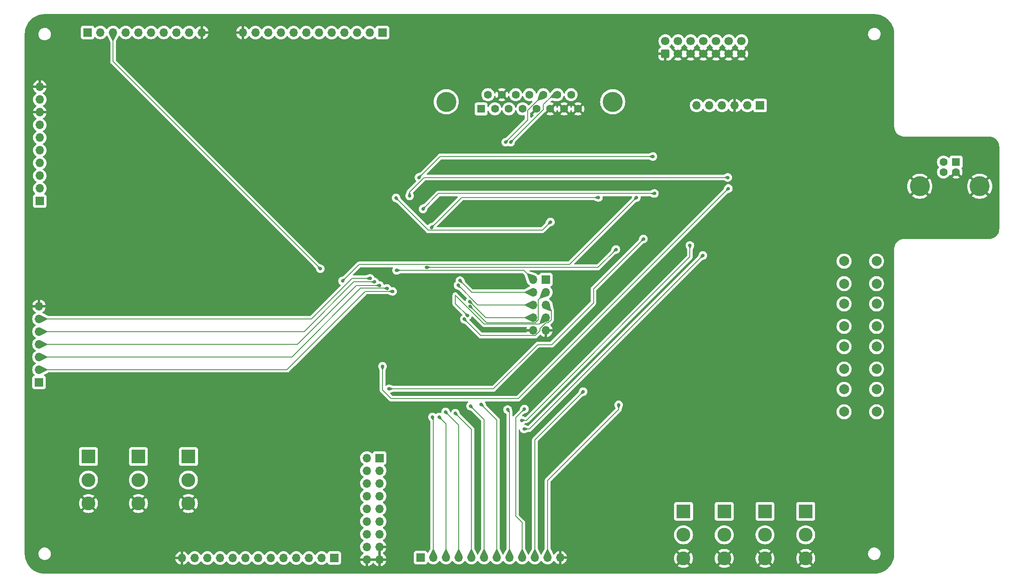
<source format=gbr>
%TF.GenerationSoftware,KiCad,Pcbnew,7.0.1*%
%TF.CreationDate,2023-05-20T11:47:41+02:00*%
%TF.ProjectId,XilinxFPGADevelopmentBoard,58696c69-6e78-4465-9047-41446576656c,rev?*%
%TF.SameCoordinates,Original*%
%TF.FileFunction,Copper,L4,Bot*%
%TF.FilePolarity,Positive*%
%FSLAX46Y46*%
G04 Gerber Fmt 4.6, Leading zero omitted, Abs format (unit mm)*
G04 Created by KiCad (PCBNEW 7.0.1) date 2023-05-20 11:47:41*
%MOMM*%
%LPD*%
G01*
G04 APERTURE LIST*
G04 Aperture macros list*
%AMRoundRect*
0 Rectangle with rounded corners*
0 $1 Rounding radius*
0 $2 $3 $4 $5 $6 $7 $8 $9 X,Y pos of 4 corners*
0 Add a 4 corners polygon primitive as box body*
4,1,4,$2,$3,$4,$5,$6,$7,$8,$9,$2,$3,0*
0 Add four circle primitives for the rounded corners*
1,1,$1+$1,$2,$3*
1,1,$1+$1,$4,$5*
1,1,$1+$1,$6,$7*
1,1,$1+$1,$8,$9*
0 Add four rect primitives between the rounded corners*
20,1,$1+$1,$2,$3,$4,$5,0*
20,1,$1+$1,$4,$5,$6,$7,0*
20,1,$1+$1,$6,$7,$8,$9,0*
20,1,$1+$1,$8,$9,$2,$3,0*%
G04 Aperture macros list end*
%TA.AperFunction,ComponentPad*%
%ADD10C,2.000000*%
%TD*%
%TA.AperFunction,ComponentPad*%
%ADD11R,1.700000X1.700000*%
%TD*%
%TA.AperFunction,ComponentPad*%
%ADD12O,1.700000X1.700000*%
%TD*%
%TA.AperFunction,ComponentPad*%
%ADD13R,2.775000X2.775000*%
%TD*%
%TA.AperFunction,ComponentPad*%
%ADD14C,2.775000*%
%TD*%
%TA.AperFunction,ComponentPad*%
%ADD15C,4.000000*%
%TD*%
%TA.AperFunction,ComponentPad*%
%ADD16R,1.600000X1.600000*%
%TD*%
%TA.AperFunction,ComponentPad*%
%ADD17C,1.600000*%
%TD*%
%TA.AperFunction,ComponentPad*%
%ADD18RoundRect,0.250000X0.600000X-0.600000X0.600000X0.600000X-0.600000X0.600000X-0.600000X-0.600000X0*%
%TD*%
%TA.AperFunction,ComponentPad*%
%ADD19C,1.700000*%
%TD*%
%TA.AperFunction,ViaPad*%
%ADD20C,0.700000*%
%TD*%
%TA.AperFunction,Conductor*%
%ADD21C,0.127000*%
%TD*%
G04 APERTURE END LIST*
D10*
%TO.P,Button3,1,1*%
%TO.N,BUTTON_3*%
X239450000Y-110500000D03*
X232950000Y-110500000D03*
%TO.P,Button3,2,2*%
%TO.N,+3.3V*%
X239450000Y-106000000D03*
X232950000Y-106000000D03*
%TD*%
D11*
%TO.P,J5,1,Pin_1*%
%TO.N,+3.3V*%
X140575000Y-51700000D03*
D12*
%TO.P,J5,2,Pin_2*%
%TO.N,IO_3b3*%
X138035000Y-51700000D03*
%TO.P,J5,3,Pin_3*%
%TO.N,IO_4b3*%
X135495000Y-51700000D03*
%TO.P,J5,4,Pin_4*%
%TO.N,IO_5b3*%
X132955000Y-51700000D03*
%TO.P,J5,5,Pin_5*%
%TO.N,IO_6b3*%
X130415000Y-51700000D03*
%TO.P,J5,6,Pin_6*%
%TO.N,IO_7b3*%
X127875000Y-51700000D03*
%TO.P,J5,7,Pin_7*%
%TO.N,IO_8B3*%
X125335000Y-51700000D03*
%TO.P,J5,8,Pin_8*%
%TO.N,IO_10b3*%
X122795000Y-51700000D03*
%TO.P,J5,9,Pin_9*%
%TO.N,IO_11b3*%
X120255000Y-51700000D03*
%TO.P,J5,10,Pin_10*%
%TO.N,IO_12b3{slash}LHCLK0*%
X117715000Y-51700000D03*
%TO.P,J5,11,Pin_11*%
%TO.N,IO_13b3{slash}LHCLK1*%
X115175000Y-51700000D03*
%TO.P,J5,12,Pin_12*%
%TO.N,GND*%
X112635000Y-51700000D03*
%TD*%
D11*
%TO.P,J12,1,Pin_1*%
%TO.N,+3.3V*%
X140000000Y-136840000D03*
D12*
%TO.P,J12,2,Pin_2*%
X137460000Y-136840000D03*
%TO.P,J12,3,Pin_3*%
%TO.N,PIN_62*%
X140000000Y-139380000D03*
%TO.P,J12,4,Pin_4*%
%TO.N,PIN_60*%
X137460000Y-139380000D03*
%TO.P,J12,5,Pin_5*%
%TO.N,PIN_63*%
X140000000Y-141920000D03*
%TO.P,J12,6,Pin_6*%
%TO.N,PIN_59*%
X137460000Y-141920000D03*
%TO.P,J12,7,Pin_7*%
%TO.N,PIN_64*%
X140000000Y-144460000D03*
%TO.P,J12,8,Pin_8*%
%TO.N,PIN_58*%
X137460000Y-144460000D03*
%TO.P,J12,9,Pin_9*%
%TO.N,PIN_68*%
X140000000Y-147000000D03*
%TO.P,J12,10,Pin_10*%
%TO.N,PIN_57*%
X137460000Y-147000000D03*
%TO.P,J12,11,Pin_11*%
%TO.N,PIN_69*%
X140000000Y-149540000D03*
%TO.P,J12,12,Pin_12*%
%TO.N,PIN_55*%
X137460000Y-149540000D03*
%TO.P,J12,13,Pin_13*%
%TO.N,PIN_70*%
X140000000Y-152080000D03*
%TO.P,J12,14,Pin_14*%
%TO.N,PIN_54*%
X137460000Y-152080000D03*
%TO.P,J12,15,Pin_15*%
%TO.N,GND*%
X140000000Y-154620000D03*
%TO.P,J12,16,Pin_16*%
%TO.N,PIN_53*%
X137460000Y-154620000D03*
%TO.P,J12,17,Pin_17*%
%TO.N,GND*%
X140000000Y-157160000D03*
%TO.P,J12,18,Pin_18*%
X137460000Y-157160000D03*
%TD*%
D10*
%TO.P,Button2,1,1*%
%TO.N,BUTTON_2*%
X239450000Y-119050000D03*
X232950000Y-119050000D03*
%TO.P,Button2,2,2*%
%TO.N,+3.3V*%
X239450000Y-114550000D03*
X232950000Y-114550000D03*
%TD*%
D13*
%TO.P,SW1,1,A*%
%TO.N,Net-(SW1-A)*%
X81760000Y-136550000D03*
D14*
%TO.P,SW1,2,B*%
%TO.N,Net-(SW1-B)*%
X81760000Y-141250000D03*
%TO.P,SW1,3,C*%
%TO.N,GND*%
X81760000Y-145950000D03*
%TD*%
D15*
%TO.P,J2,0*%
%TO.N,N/C*%
X186660000Y-65545000D03*
X153360000Y-65545000D03*
D16*
%TO.P,J2,1*%
%TO.N,/VGA Connector/VGA_RED*%
X160315000Y-66965000D03*
D17*
%TO.P,J2,2*%
%TO.N,/VGA Connector/VGA_GREEN*%
X163085000Y-66965000D03*
%TO.P,J2,3*%
%TO.N,/VGA Connector/VGA_BLUE*%
X165855000Y-66965000D03*
%TO.P,J2,4*%
%TO.N,unconnected-(J2-Pad4)*%
X168625000Y-66965000D03*
%TO.P,J2,5*%
%TO.N,GND*%
X171395000Y-66965000D03*
%TO.P,J2,6*%
X174165000Y-66965000D03*
%TO.P,J2,7*%
X176935000Y-66965000D03*
%TO.P,J2,8*%
X179705000Y-66965000D03*
%TO.P,J2,9*%
%TO.N,unconnected-(J2-Pad9)*%
X161700000Y-64125000D03*
%TO.P,J2,10*%
%TO.N,GND*%
X164470000Y-64125000D03*
%TO.P,J2,11*%
%TO.N,unconnected-(J2-Pad11)*%
X167240000Y-64125000D03*
%TO.P,J2,12*%
%TO.N,unconnected-(J2-Pad12)*%
X170010000Y-64125000D03*
%TO.P,J2,13*%
%TO.N,/VGA Connector/HSYNC_OUT*%
X172780000Y-64125000D03*
%TO.P,J2,14*%
%TO.N,/VGA Connector/VSYNC_OUT*%
X175550000Y-64125000D03*
%TO.P,J2,15*%
%TO.N,unconnected-(J2-Pad15)*%
X178320000Y-64125000D03*
%TD*%
D13*
%TO.P,SW9,1,A*%
%TO.N,Net-(SW9-A)*%
X208972733Y-147530000D03*
D14*
%TO.P,SW9,2,B*%
%TO.N,Net-(SW9-B)*%
X208972733Y-152230000D03*
%TO.P,SW9,3,C*%
%TO.N,GND*%
X208972733Y-156930000D03*
%TD*%
D11*
%TO.P,J8,1,Pin_1*%
%TO.N,PIN_24*%
X81600000Y-51675000D03*
D12*
%TO.P,J8,2,Pin_2*%
%TO.N,+3.3V*%
X84140000Y-51675000D03*
%TO.P,J8,3,Pin_3*%
%TO.N,PIN_35*%
X86680000Y-51675000D03*
%TO.P,J8,4,Pin_4*%
%TO.N,PIN_21*%
X89220000Y-51675000D03*
%TO.P,J8,5,Pin_5*%
%TO.N,PIN_20*%
X91760000Y-51675000D03*
%TO.P,J8,6,Pin_6*%
%TO.N,PIN_19*%
X94300000Y-51675000D03*
%TO.P,J8,7,Pin_7*%
%TO.N,PIN_18*%
X96840000Y-51675000D03*
%TO.P,J8,8,Pin_8*%
%TO.N,PIN_16*%
X99380000Y-51675000D03*
%TO.P,J8,9,Pin_9*%
%TO.N,PIN_15*%
X101920000Y-51675000D03*
%TO.P,J8,10,Pin_10*%
%TO.N,GND*%
X104460000Y-51675000D03*
%TD*%
D11*
%TO.P,J4,1,Pin_1*%
%TO.N,/USB Interface/{slash}MCLR*%
X216150000Y-66300000D03*
D12*
%TO.P,J4,2,Pin_2*%
%TO.N,+3.3V*%
X213610000Y-66300000D03*
%TO.P,J4,3,Pin_3*%
%TO.N,GND*%
X211070000Y-66300000D03*
%TO.P,J4,4,Pin_4*%
%TO.N,/USB Interface/PGD*%
X208530000Y-66300000D03*
%TO.P,J4,5,Pin_5*%
%TO.N,/USB Interface/PGC*%
X205990000Y-66300000D03*
%TO.P,J4,6,Pin_6*%
%TO.N,unconnected-(J4-Pin_6-Pad6)*%
X203450000Y-66300000D03*
%TD*%
D11*
%TO.P,J10,1,Pin_1*%
%TO.N,+3.3V*%
X173290000Y-101130000D03*
D12*
%TO.P,J10,2,Pin_2*%
%TO.N,PIN_142*%
X170750000Y-101130000D03*
%TO.P,J10,3,Pin_3*%
%TO.N,PIN_104*%
X173290000Y-103670000D03*
%TO.P,J10,4,Pin_4*%
%TO.N,PIN_110*%
X170750000Y-103670000D03*
%TO.P,J10,5,Pin_5*%
%TO.N,PIN_97*%
X173290000Y-106210000D03*
%TO.P,J10,6,Pin_6*%
%TO.N,PIN_112*%
X170750000Y-106210000D03*
%TO.P,J10,7,Pin_7*%
%TO.N,PIN_98*%
X173290000Y-108750000D03*
%TO.P,J10,8,Pin_8*%
%TO.N,PIN_105*%
X170750000Y-108750000D03*
%TO.P,J10,9,Pin_9*%
%TO.N,GND*%
X173290000Y-111290000D03*
%TO.P,J10,10,Pin_10*%
X170750000Y-111290000D03*
%TD*%
D11*
%TO.P,J6,1,Pin_1*%
%TO.N,+3.3V*%
X71875000Y-121700000D03*
D12*
%TO.P,J6,2,Pin_2*%
%TO.N,IO_124{slash}GCLK4*%
X71875000Y-119160000D03*
%TO.P,J6,3,Pin_3*%
%TO.N,IO_125{slash}GCLK6*%
X71875000Y-116620000D03*
%TO.P,J6,4,Pin_4*%
%TO.N,IO_126{slash}GCLK5*%
X71875000Y-114080000D03*
%TO.P,J6,5,Pin_5*%
%TO.N,IO_127{slash}GCLK7*%
X71875000Y-111540000D03*
%TO.P,J6,6,Pin_6*%
%TO.N,IO_129{slash}GCLK8*%
X71875000Y-109000000D03*
%TO.P,J6,7,Pin_7*%
%TO.N,GND*%
X71875000Y-106460000D03*
%TD*%
D13*
%TO.P,SW8,1,A*%
%TO.N,Net-(SW8-A)*%
X217122733Y-147530000D03*
D14*
%TO.P,SW8,2,B*%
%TO.N,Net-(SW8-B)*%
X217122733Y-152230000D03*
%TO.P,SW8,3,C*%
%TO.N,GND*%
X217122733Y-156930000D03*
%TD*%
D11*
%TO.P,J7,1,Pin_1*%
%TO.N,+3.3V*%
X72000000Y-85425000D03*
D12*
%TO.P,J7,2,Pin_2*%
%TO.N,PIN_32*%
X72000000Y-82885000D03*
%TO.P,J7,3,Pin_3*%
%TO.N,PIN_31*%
X72000000Y-80345000D03*
%TO.P,J7,4,Pin_4*%
%TO.N,PIN_30*%
X72000000Y-77805000D03*
%TO.P,J7,5,Pin_5*%
%TO.N,PIN_29*%
X72000000Y-75265000D03*
%TO.P,J7,6,Pin_6*%
%TO.N,PIN_28*%
X72000000Y-72725000D03*
%TO.P,J7,7,Pin_7*%
%TO.N,PIN_27*%
X72000000Y-70185000D03*
%TO.P,J7,8,Pin_8*%
%TO.N,GND*%
X72000000Y-67645000D03*
%TO.P,J7,9,Pin_9*%
%TO.N,PIN_25*%
X72000000Y-65105000D03*
%TO.P,J7,10,Pin_10*%
%TO.N,GND*%
X72000000Y-62565000D03*
%TD*%
D11*
%TO.P,J11,1,Pin_1*%
%TO.N,+3.3V*%
X148230000Y-156790000D03*
D12*
%TO.P,J11,2,Pin_2*%
%TO.N,PIN_74*%
X150770000Y-156790000D03*
%TO.P,J11,3,Pin_3*%
%TO.N,PIN_75*%
X153310000Y-156790000D03*
%TO.P,J11,4,Pin_4*%
%TO.N,PIN_76*%
X155850000Y-156790000D03*
%TO.P,J11,5,Pin_5*%
%TO.N,PIN_77*%
X158390000Y-156790000D03*
%TO.P,J11,6,Pin_6*%
%TO.N,PIN_78*%
X160930000Y-156790000D03*
%TO.P,J11,7,Pin_7*%
%TO.N,PIN_80*%
X163470000Y-156790000D03*
%TO.P,J11,8,Pin_8*%
%TO.N,PIN_83*%
X166010000Y-156790000D03*
%TO.P,J11,9,Pin_9*%
%TO.N,PIN_85*%
X168550000Y-156790000D03*
%TO.P,J11,10,Pin_10*%
%TO.N,PIN_91*%
X171090000Y-156790000D03*
%TO.P,J11,11,Pin_11*%
%TO.N,PIN_88*%
X173630000Y-156790000D03*
%TO.P,J11,12,Pin_12*%
%TO.N,GND*%
X176170000Y-156790000D03*
%TD*%
D13*
%TO.P,SW7,1,A*%
%TO.N,Net-(SW7-A)*%
X225272733Y-147530000D03*
D14*
%TO.P,SW7,2,B*%
%TO.N,Net-(SW7-B)*%
X225272733Y-152230000D03*
%TO.P,SW7,3,C*%
%TO.N,GND*%
X225272733Y-156930000D03*
%TD*%
D16*
%TO.P,J3,1,VBUS*%
%TO.N,+5V*%
X255340000Y-77610000D03*
D17*
%TO.P,J3,2,D-*%
%TO.N,/USB Interface/D-*%
X252840000Y-77610000D03*
%TO.P,J3,3,D+*%
%TO.N,/USB Interface/D+*%
X252840000Y-79610000D03*
%TO.P,J3,4,GND*%
%TO.N,GND*%
X255340000Y-79610000D03*
D15*
%TO.P,J3,5,Shield*%
X260090000Y-82470000D03*
X248090000Y-82470000D03*
%TD*%
D13*
%TO.P,SW10,1,A*%
%TO.N,Net-(SW10-A)*%
X200822733Y-147530000D03*
D14*
%TO.P,SW10,2,B*%
%TO.N,Net-(SW10-B)*%
X200822733Y-152230000D03*
%TO.P,SW10,3,C*%
%TO.N,GND*%
X200822733Y-156930000D03*
%TD*%
D10*
%TO.P,Button4,1,1*%
%TO.N,BUTTON_4*%
X239450000Y-101950000D03*
X232950000Y-101950000D03*
%TO.P,Button4,2,2*%
%TO.N,+3.3V*%
X239450000Y-97450000D03*
X232950000Y-97450000D03*
%TD*%
D13*
%TO.P,SW3,1,A*%
%TO.N,Net-(SW3-A)*%
X101760000Y-136550000D03*
D14*
%TO.P,SW3,2,B*%
%TO.N,Net-(SW3-B)*%
X101760000Y-141250000D03*
%TO.P,SW3,3,C*%
%TO.N,GND*%
X101760000Y-145950000D03*
%TD*%
D18*
%TO.P,J1,1,Pin_1*%
%TO.N,GND*%
X197180000Y-55952500D03*
D19*
%TO.P,J1,2,Pin_2*%
%TO.N,/FPGA & Misc/TMS*%
X197180000Y-53412500D03*
%TO.P,J1,3,Pin_3*%
%TO.N,GND*%
X199720000Y-55952500D03*
%TO.P,J1,4,Pin_4*%
%TO.N,/FPGA & Misc/TDI*%
X199720000Y-53412500D03*
%TO.P,J1,5,Pin_5*%
%TO.N,GND*%
X202260000Y-55952500D03*
%TO.P,J1,6,Pin_6*%
%TO.N,/FPGA & Misc/TDO*%
X202260000Y-53412500D03*
%TO.P,J1,7,Pin_7*%
%TO.N,GND*%
X204800000Y-55952500D03*
%TO.P,J1,8,Pin_8*%
%TO.N,/FPGA & Misc/TCK*%
X204800000Y-53412500D03*
%TO.P,J1,9,Pin_9*%
%TO.N,GND*%
X207340000Y-55952500D03*
%TO.P,J1,10,Pin_10*%
%TO.N,+3.3V*%
X207340000Y-53412500D03*
%TO.P,J1,11,Pin_11*%
%TO.N,GND*%
X209880000Y-55952500D03*
%TO.P,J1,12,Pin_12*%
%TO.N,unconnected-(J1-Pin_12-Pad12)*%
X209880000Y-53412500D03*
%TO.P,J1,13,Pin_13*%
%TO.N,GND*%
X212420000Y-55952500D03*
%TO.P,J1,14,Pin_14*%
%TO.N,unconnected-(J1-Pin_14-Pad14)*%
X212420000Y-53412500D03*
%TD*%
D13*
%TO.P,SW2,1,A*%
%TO.N,Net-(SW2-A)*%
X91760000Y-136550000D03*
D14*
%TO.P,SW2,2,B*%
%TO.N,Net-(SW2-B)*%
X91760000Y-141250000D03*
%TO.P,SW2,3,C*%
%TO.N,GND*%
X91760000Y-145950000D03*
%TD*%
D11*
%TO.P,J9,1,Pin_1*%
%TO.N,+3.3V*%
X130950000Y-156860000D03*
D12*
%TO.P,J9,2,Pin_2*%
%TO.N,PIN_51*%
X128410000Y-156860000D03*
%TO.P,J9,3,Pin_3*%
%TO.N,PIN_50*%
X125870000Y-156860000D03*
%TO.P,J9,4,Pin_4*%
%TO.N,PIN_49*%
X123330000Y-156860000D03*
%TO.P,J9,5,Pin_5*%
%TO.N,PIN_48*%
X120790000Y-156860000D03*
%TO.P,J9,6,Pin_6*%
%TO.N,PIN_47*%
X118250000Y-156860000D03*
%TO.P,J9,7,Pin_7*%
%TO.N,PIN_46*%
X115710000Y-156860000D03*
%TO.P,J9,8,Pin_8*%
%TO.N,PIN_45*%
X113170000Y-156860000D03*
%TO.P,J9,9,Pin_9*%
%TO.N,PIN_44*%
X110630000Y-156860000D03*
%TO.P,J9,10,Pin_10*%
%TO.N,PIN_43*%
X108090000Y-156860000D03*
%TO.P,J9,11,Pin_11*%
%TO.N,PIN_42*%
X105550000Y-156860000D03*
%TO.P,J9,12,Pin_12*%
%TO.N,PIN_41*%
X103010000Y-156860000D03*
%TO.P,J9,13,Pin_13*%
%TO.N,GND*%
X100470000Y-156860000D03*
%TD*%
D10*
%TO.P,Button1,1,1*%
%TO.N,BUTTON_1*%
X239450000Y-127600000D03*
X232950000Y-127600000D03*
%TO.P,Button1,2,2*%
%TO.N,+3.3V*%
X239450000Y-123100000D03*
X232950000Y-123100000D03*
%TD*%
D20*
%TO.N,/VGA Connector/HSYNC_OUT*%
X165240000Y-73634669D03*
%TO.N,/VGA Connector/VSYNC_OUT*%
X166240000Y-73634669D03*
%TO.N,PROG_B*%
X143300000Y-84800000D03*
X174200000Y-89600000D03*
%TO.N,DONE*%
X168420000Y-129310000D03*
X202100000Y-94300000D03*
%TO.N,INIT_B*%
X204700000Y-96300000D03*
X168930000Y-131040000D03*
%TO.N,MCU_CLK*%
X146000000Y-84400000D03*
X209700000Y-80700000D03*
%TO.N,MCU_MOSI*%
X147900000Y-80700000D03*
X194700000Y-76500000D03*
%TO.N,MCU_MISO*%
X148700000Y-87000000D03*
X195000000Y-83900000D03*
%TO.N,FPGA_CLK*%
X183800000Y-84700000D03*
X150400000Y-90700000D03*
%TO.N,RESET*%
X149400000Y-98700000D03*
X187300000Y-95100000D03*
%TO.N,CCLK*%
X140600000Y-118500000D03*
X209800000Y-82900000D03*
%TO.N,DIN*%
X192800000Y-93000000D03*
X141900000Y-123000000D03*
%TO.N,MCU_CS*%
X191400000Y-84700000D03*
X132600000Y-101400000D03*
%TO.N,IO_124{slash}GCLK4*%
X142600000Y-103500000D03*
%TO.N,IO_125{slash}GCLK6*%
X141500000Y-102900000D03*
%TO.N,IO_126{slash}GCLK5*%
X140000000Y-102300000D03*
%TO.N,IO_127{slash}GCLK7*%
X139000000Y-101600000D03*
%TO.N,IO_129{slash}GCLK8*%
X138100000Y-100900000D03*
%TO.N,PIN_35*%
X128170000Y-98980000D03*
%TO.N,PIN_142*%
X143400000Y-99280000D03*
%TO.N,PIN_110*%
X156110000Y-101350000D03*
%TO.N,PIN_104*%
X158120000Y-106450000D03*
%TO.N,PIN_112*%
X155710000Y-102270000D03*
%TO.N,PIN_98*%
X157590000Y-108360000D03*
%TO.N,PIN_105*%
X158060000Y-105550000D03*
%TO.N,PIN_97*%
X156971838Y-109049500D03*
%TO.N,PIN_74*%
X150570000Y-128650000D03*
%TO.N,PIN_75*%
X151920000Y-128650000D03*
%TO.N,PIN_76*%
X153210000Y-127630000D03*
%TO.N,PIN_77*%
X155160000Y-127880000D03*
%TO.N,PIN_78*%
X158200000Y-126450000D03*
%TO.N,PIN_80*%
X160350000Y-126100000D03*
%TO.N,PIN_83*%
X165620000Y-127160000D03*
%TO.N,PIN_85*%
X169000000Y-127040000D03*
%TO.N,PIN_88*%
X187860000Y-126210000D03*
%TO.N,PIN_91*%
X180750000Y-123580000D03*
%TD*%
D21*
%TO.N,/VGA Connector/HSYNC_OUT*%
X169615500Y-69259169D02*
X169615500Y-67289500D01*
X169615500Y-67289500D02*
X172780000Y-64125000D01*
X165240000Y-73634669D02*
X169615500Y-69259169D01*
%TO.N,/VGA Connector/VSYNC_OUT*%
X172765000Y-66134669D02*
X174774669Y-64125000D01*
X172765000Y-67109669D02*
X172765000Y-66134669D01*
X166240000Y-73634669D02*
X172765000Y-67109669D01*
X174774669Y-64125000D02*
X175550000Y-64125000D01*
%TO.N,PROG_B*%
X172559500Y-91240500D02*
X149740500Y-91240500D01*
X174200000Y-89600000D02*
X172559500Y-91240500D01*
X149740500Y-91240500D02*
X143300000Y-84800000D01*
%TO.N,DONE*%
X169360000Y-129310000D02*
X202100000Y-96570000D01*
X202100000Y-96570000D02*
X202100000Y-94300000D01*
X168420000Y-129310000D02*
X169360000Y-129310000D01*
%TO.N,INIT_B*%
X168930000Y-131040000D02*
X169960000Y-131040000D01*
X204700000Y-96300000D02*
X170090000Y-130910000D01*
X169960000Y-131040000D02*
X170090000Y-130910000D01*
%TO.N,MCU_CLK*%
X209700000Y-80700000D02*
X148900000Y-80700000D01*
X146000000Y-83600000D02*
X146000000Y-84400000D01*
X148900000Y-80700000D02*
X146000000Y-83600000D01*
%TO.N,MCU_MOSI*%
X194700000Y-76500000D02*
X152100000Y-76500000D01*
X152100000Y-76500000D02*
X147900000Y-80700000D01*
%TO.N,MCU_MISO*%
X195000000Y-83900000D02*
X151800000Y-83900000D01*
X151800000Y-83900000D02*
X148700000Y-87000000D01*
%TO.N,FPGA_CLK*%
X156400000Y-84700000D02*
X150400000Y-90700000D01*
X183800000Y-84700000D02*
X156400000Y-84700000D01*
%TO.N,RESET*%
X187300000Y-95100000D02*
X183700000Y-98700000D01*
X183700000Y-98700000D02*
X149400000Y-98700000D01*
%TO.N,CCLK*%
X140600000Y-123220000D02*
X142330000Y-124950000D01*
X140600000Y-118500000D02*
X140600000Y-123220000D01*
X142330000Y-124950000D02*
X167750000Y-124950000D01*
X167750000Y-124950000D02*
X209800000Y-82900000D01*
%TO.N,DIN*%
X174425000Y-114165000D02*
X182810000Y-105780000D01*
X162800000Y-123000000D02*
X171635000Y-114165000D01*
X182810000Y-102990000D02*
X192800000Y-93000000D01*
X182810000Y-105780000D02*
X182810000Y-102990000D01*
X141900000Y-123000000D02*
X162800000Y-123000000D01*
X171635000Y-114165000D02*
X174425000Y-114165000D01*
%TO.N,MCU_CS*%
X191400000Y-84700000D02*
X178000000Y-98100000D01*
X178000000Y-98100000D02*
X135900000Y-98100000D01*
X135900000Y-98100000D02*
X132600000Y-101400000D01*
%TO.N,IO_124{slash}GCLK4*%
X142590000Y-103490000D02*
X142600000Y-103500000D01*
X121490000Y-119160000D02*
X137160000Y-103490000D01*
X121490000Y-119160000D02*
X71875000Y-119160000D01*
X137160000Y-103490000D02*
X142590000Y-103490000D01*
%TO.N,IO_125{slash}GCLK6*%
X136230000Y-102870000D02*
X141470000Y-102870000D01*
X141470000Y-102870000D02*
X141500000Y-102900000D01*
X122480000Y-116620000D02*
X71875000Y-116620000D01*
X122480000Y-116620000D02*
X136230000Y-102870000D01*
%TO.N,IO_126{slash}GCLK5*%
X139980000Y-102320000D02*
X140000000Y-102300000D01*
X135330000Y-102320000D02*
X139980000Y-102320000D01*
X71875000Y-114080000D02*
X123570000Y-114080000D01*
X123570000Y-114080000D02*
X135330000Y-102320000D01*
%TO.N,IO_127{slash}GCLK7*%
X134859210Y-101600000D02*
X124919210Y-111540000D01*
X139000000Y-101600000D02*
X134859210Y-101600000D01*
X124919210Y-111540000D02*
X71875000Y-111540000D01*
%TO.N,IO_129{slash}GCLK8*%
X126360000Y-109000000D02*
X134460000Y-100900000D01*
X134460000Y-100900000D02*
X138100000Y-100900000D01*
X71875000Y-109000000D02*
X126360000Y-109000000D01*
%TO.N,PIN_35*%
X128170000Y-98980000D02*
X86680000Y-57490000D01*
X86680000Y-57490000D02*
X86680000Y-51675000D01*
%TO.N,PIN_142*%
X168900000Y-99280000D02*
X170750000Y-101130000D01*
X143400000Y-99280000D02*
X168900000Y-99280000D01*
%TO.N,PIN_110*%
X170750000Y-103670000D02*
X158430000Y-103670000D01*
X158430000Y-103670000D02*
X158400000Y-103640000D01*
X156110000Y-101350000D02*
X158400000Y-103640000D01*
%TO.N,PIN_104*%
X173290000Y-103670000D02*
X171790500Y-105169500D01*
X171790500Y-105169500D02*
X171790500Y-109180990D01*
X161460500Y-109790500D02*
X158120000Y-106450000D01*
X171180990Y-109790500D02*
X161460500Y-109790500D01*
X171790500Y-109180990D02*
X171180990Y-109790500D01*
%TO.N,PIN_112*%
X159650000Y-106210000D02*
X159570000Y-106130000D01*
X159570000Y-106130000D02*
X159620000Y-106180000D01*
X155710000Y-102270000D02*
X159570000Y-106130000D01*
X170750000Y-106210000D02*
X159650000Y-106210000D01*
%TO.N,PIN_98*%
X155169500Y-105939500D02*
X155169500Y-104263883D01*
X155169500Y-104263883D02*
X160950117Y-110044500D01*
X160950117Y-110044500D02*
X171995500Y-110044500D01*
X157590000Y-108360000D02*
X155169500Y-105939500D01*
X171995500Y-110044500D02*
X173290000Y-108750000D01*
%TO.N,PIN_105*%
X170750000Y-108750000D02*
X161260000Y-108750000D01*
X161260000Y-108750000D02*
X158060000Y-105550000D01*
%TO.N,PIN_97*%
X173720990Y-109790500D02*
X174350000Y-109161490D01*
X174350000Y-109161490D02*
X174350000Y-107270000D01*
X172100710Y-110949790D02*
X173260000Y-109790500D01*
X156971838Y-109049500D02*
X160252838Y-112330500D01*
X172100710Y-111410780D02*
X172100710Y-110949790D01*
X160252838Y-112330500D02*
X171180990Y-112330500D01*
X174350000Y-107270000D02*
X173290000Y-106210000D01*
X173260000Y-109790500D02*
X173720990Y-109790500D01*
X171180990Y-112330500D02*
X172100710Y-111410780D01*
%TO.N,PIN_74*%
X150770000Y-128850000D02*
X150770000Y-156790000D01*
X150570000Y-128650000D02*
X150770000Y-128850000D01*
%TO.N,PIN_75*%
X153310000Y-156790000D02*
X153310000Y-130040000D01*
X153310000Y-130040000D02*
X151920000Y-128650000D01*
%TO.N,PIN_76*%
X153210000Y-127630000D02*
X155850000Y-130270000D01*
X155850000Y-130270000D02*
X155850000Y-156790000D01*
%TO.N,PIN_77*%
X155160000Y-127880000D02*
X158390000Y-131110000D01*
X158390000Y-131110000D02*
X158390000Y-156790000D01*
%TO.N,PIN_78*%
X160930000Y-129180000D02*
X160930000Y-156790000D01*
X158200000Y-126450000D02*
X160930000Y-129180000D01*
%TO.N,PIN_80*%
X163470000Y-129220000D02*
X163470000Y-156790000D01*
X160350000Y-126100000D02*
X163470000Y-129220000D01*
%TO.N,PIN_83*%
X165620000Y-127160000D02*
X166010000Y-127550000D01*
X166010000Y-127550000D02*
X166010000Y-156790000D01*
%TO.N,PIN_85*%
X168550000Y-149760000D02*
X167290000Y-148500000D01*
X168550000Y-156790000D02*
X168550000Y-149760000D01*
X167290000Y-128750000D02*
X169000000Y-127040000D01*
X167290000Y-148500000D02*
X167290000Y-128750000D01*
%TO.N,PIN_88*%
X173620000Y-141360000D02*
X173630000Y-141370000D01*
X187860000Y-126210000D02*
X187860000Y-127120000D01*
X173630000Y-141370000D02*
X173630000Y-156790000D01*
X187860000Y-127120000D02*
X173620000Y-141360000D01*
%TO.N,PIN_91*%
X171090000Y-133240000D02*
X180750000Y-123580000D01*
X171090000Y-156790000D02*
X171090000Y-133240000D01*
%TD*%
%TA.AperFunction,Conductor*%
%TO.N,PIN_76*%
G36*
X153533961Y-127502395D02*
G01*
X153537570Y-127507422D01*
X153747266Y-128073038D01*
X153747726Y-128079603D01*
X153744569Y-128085378D01*
X153665378Y-128164569D01*
X153659603Y-128167726D01*
X153653038Y-128167266D01*
X153087422Y-127957570D01*
X153082395Y-127953961D01*
X153079912Y-127948293D01*
X153080667Y-127942152D01*
X153207437Y-127633805D01*
X153209984Y-127629984D01*
X153213805Y-127627437D01*
X153522152Y-127500667D01*
X153528293Y-127499912D01*
X153533961Y-127502395D01*
G37*
%TD.AperFunction*%
%TD*%
%TA.AperFunction,Conductor*%
%TO.N,PIN_104*%
G36*
X158443961Y-106322395D02*
G01*
X158447570Y-106327422D01*
X158657266Y-106893038D01*
X158657726Y-106899603D01*
X158654569Y-106905378D01*
X158575378Y-106984569D01*
X158569603Y-106987726D01*
X158563038Y-106987266D01*
X157997422Y-106777570D01*
X157992395Y-106773961D01*
X157989912Y-106768293D01*
X157990667Y-106762152D01*
X158117437Y-106453805D01*
X158119984Y-106449984D01*
X158123805Y-106447437D01*
X158432152Y-106320667D01*
X158438293Y-106319912D01*
X158443961Y-106322395D01*
G37*
%TD.AperFunction*%
%TD*%
%TA.AperFunction,Conductor*%
%TO.N,CCLK*%
G36*
X209487847Y-82770667D02*
G01*
X209796192Y-82897436D01*
X209800015Y-82899984D01*
X209802563Y-82903808D01*
X209929331Y-83212151D01*
X209930087Y-83218293D01*
X209927604Y-83223961D01*
X209922577Y-83227570D01*
X209356961Y-83437266D01*
X209350396Y-83437726D01*
X209344621Y-83434569D01*
X209265430Y-83355378D01*
X209262273Y-83349603D01*
X209262733Y-83343038D01*
X209311258Y-83212151D01*
X209472431Y-82777419D01*
X209476038Y-82772395D01*
X209481706Y-82769912D01*
X209487847Y-82770667D01*
G37*
%TD.AperFunction*%
%TD*%
%TA.AperFunction,Conductor*%
%TO.N,PROG_B*%
G36*
X143623961Y-84672395D02*
G01*
X143627570Y-84677422D01*
X143837266Y-85243038D01*
X143837726Y-85249603D01*
X143834569Y-85255378D01*
X143755378Y-85334569D01*
X143749603Y-85337726D01*
X143743038Y-85337266D01*
X143177422Y-85127570D01*
X143172395Y-85123961D01*
X143169912Y-85118293D01*
X143170667Y-85112152D01*
X143297437Y-84803805D01*
X143299984Y-84799984D01*
X143303805Y-84797437D01*
X143612152Y-84670667D01*
X143618293Y-84669912D01*
X143623961Y-84672395D01*
G37*
%TD.AperFunction*%
%TD*%
%TA.AperFunction,Conductor*%
%TO.N,PIN_88*%
G36*
X173692480Y-155091687D02*
G01*
X173696787Y-155096261D01*
X174409347Y-156453386D01*
X174410659Y-156459643D01*
X174408486Y-156465657D01*
X174403477Y-156469630D01*
X173634488Y-156789134D01*
X173629999Y-156790029D01*
X173625510Y-156789134D01*
X172856522Y-156469630D01*
X172851513Y-156465657D01*
X172849340Y-156459643D01*
X172850652Y-156453386D01*
X173563213Y-155096261D01*
X173567520Y-155091687D01*
X173573572Y-155090000D01*
X173686428Y-155090000D01*
X173692480Y-155091687D01*
G37*
%TD.AperFunction*%
%TD*%
%TA.AperFunction,Conductor*%
%TO.N,PIN_83*%
G36*
X165960363Y-127159972D02*
G01*
X165967793Y-127162662D01*
X165971818Y-127169462D01*
X166070826Y-127684549D01*
X166070127Y-127691281D01*
X166065816Y-127696499D01*
X166059337Y-127698457D01*
X165949097Y-127698457D01*
X165944145Y-127697357D01*
X165942308Y-127696499D01*
X165496189Y-127488089D01*
X165490238Y-127481733D01*
X165490328Y-127473024D01*
X165615679Y-127169463D01*
X165617004Y-127166254D01*
X165621325Y-127160988D01*
X165627848Y-127159022D01*
X165960363Y-127159972D01*
G37*
%TD.AperFunction*%
%TD*%
%TA.AperFunction,Conductor*%
%TO.N,RESET*%
G36*
X186987847Y-94970667D02*
G01*
X187296192Y-95097436D01*
X187300015Y-95099984D01*
X187302563Y-95103808D01*
X187429331Y-95412151D01*
X187430087Y-95418293D01*
X187427604Y-95423961D01*
X187422577Y-95427570D01*
X186856961Y-95637266D01*
X186850396Y-95637726D01*
X186844621Y-95634569D01*
X186765430Y-95555378D01*
X186762273Y-95549603D01*
X186762733Y-95543038D01*
X186811258Y-95412151D01*
X186972431Y-94977419D01*
X186976038Y-94972395D01*
X186981706Y-94969912D01*
X186987847Y-94970667D01*
G37*
%TD.AperFunction*%
%TD*%
%TA.AperFunction,Conductor*%
%TO.N,PIN_88*%
G36*
X187864504Y-126210879D02*
G01*
X188172175Y-126339272D01*
X188177052Y-126343081D01*
X188179305Y-126348845D01*
X188178302Y-126354951D01*
X187926630Y-126903181D01*
X187922313Y-126908149D01*
X187915997Y-126910000D01*
X187804003Y-126910000D01*
X187797687Y-126908149D01*
X187793370Y-126903181D01*
X187541697Y-126354951D01*
X187540694Y-126348845D01*
X187542947Y-126343081D01*
X187547822Y-126339273D01*
X187855495Y-126210879D01*
X187860000Y-126209978D01*
X187864504Y-126210879D01*
G37*
%TD.AperFunction*%
%TD*%
%TA.AperFunction,Conductor*%
%TO.N,DONE*%
G36*
X202104505Y-94300880D02*
G01*
X202412175Y-94429272D01*
X202417052Y-94433081D01*
X202419305Y-94438845D01*
X202418302Y-94444951D01*
X202166630Y-94993181D01*
X202162313Y-94998149D01*
X202155997Y-95000000D01*
X202044003Y-95000000D01*
X202037687Y-94998149D01*
X202033370Y-94993181D01*
X201781697Y-94444951D01*
X201780694Y-94438845D01*
X201782947Y-94433081D01*
X201787822Y-94429273D01*
X202095496Y-94300879D01*
X202099999Y-94299978D01*
X202104505Y-94300880D01*
G37*
%TD.AperFunction*%
%TD*%
%TA.AperFunction,Conductor*%
%TO.N,PIN_78*%
G36*
X160992480Y-155091687D02*
G01*
X160996787Y-155096261D01*
X161709347Y-156453386D01*
X161710659Y-156459643D01*
X161708486Y-156465657D01*
X161703477Y-156469630D01*
X160934488Y-156789134D01*
X160929999Y-156790029D01*
X160925510Y-156789134D01*
X160156522Y-156469630D01*
X160151513Y-156465657D01*
X160149340Y-156459643D01*
X160150652Y-156453386D01*
X160863213Y-155096261D01*
X160867520Y-155091687D01*
X160873572Y-155090000D01*
X160986428Y-155090000D01*
X160992480Y-155091687D01*
G37*
%TD.AperFunction*%
%TD*%
%TA.AperFunction,Conductor*%
%TO.N,IO_127{slash}GCLK7*%
G36*
X138866918Y-101282947D02*
G01*
X138870727Y-101287824D01*
X138999119Y-101595494D01*
X139000021Y-101600000D01*
X138999119Y-101604506D01*
X138870727Y-101912175D01*
X138866918Y-101917052D01*
X138861154Y-101919305D01*
X138855048Y-101918302D01*
X138306819Y-101666630D01*
X138301851Y-101662313D01*
X138300000Y-101655997D01*
X138300000Y-101544003D01*
X138301851Y-101537687D01*
X138306819Y-101533370D01*
X138497061Y-101446036D01*
X138855050Y-101281696D01*
X138861154Y-101280694D01*
X138866918Y-101282947D01*
G37*
%TD.AperFunction*%
%TD*%
%TA.AperFunction,Conductor*%
%TO.N,PIN_78*%
G36*
X158523961Y-126322395D02*
G01*
X158527570Y-126327422D01*
X158737266Y-126893038D01*
X158737726Y-126899603D01*
X158734569Y-126905378D01*
X158655378Y-126984569D01*
X158649603Y-126987726D01*
X158643038Y-126987266D01*
X158077422Y-126777570D01*
X158072395Y-126773961D01*
X158069912Y-126768293D01*
X158070667Y-126762152D01*
X158197437Y-126453805D01*
X158199984Y-126449984D01*
X158203805Y-126447437D01*
X158512152Y-126320667D01*
X158518293Y-126319912D01*
X158523961Y-126322395D01*
G37*
%TD.AperFunction*%
%TD*%
%TA.AperFunction,Conductor*%
%TO.N,PIN_77*%
G36*
X158452480Y-155091687D02*
G01*
X158456787Y-155096261D01*
X159169347Y-156453386D01*
X159170659Y-156459643D01*
X159168486Y-156465657D01*
X159163477Y-156469630D01*
X158394489Y-156789134D01*
X158390000Y-156790029D01*
X158385511Y-156789134D01*
X157616522Y-156469630D01*
X157611513Y-156465657D01*
X157609340Y-156459643D01*
X157610652Y-156453386D01*
X158323213Y-155096261D01*
X158327520Y-155091687D01*
X158333572Y-155090000D01*
X158446428Y-155090000D01*
X158452480Y-155091687D01*
G37*
%TD.AperFunction*%
%TD*%
%TA.AperFunction,Conductor*%
%TO.N,DIN*%
G36*
X192487847Y-92870667D02*
G01*
X192796192Y-92997436D01*
X192800015Y-92999984D01*
X192802563Y-93003808D01*
X192929331Y-93312151D01*
X192930087Y-93318293D01*
X192927604Y-93323961D01*
X192922577Y-93327570D01*
X192356961Y-93537266D01*
X192350396Y-93537726D01*
X192344621Y-93534569D01*
X192265430Y-93455378D01*
X192262273Y-93449603D01*
X192262733Y-93443038D01*
X192311258Y-93312151D01*
X192472431Y-92877419D01*
X192476038Y-92872395D01*
X192481706Y-92869912D01*
X192487847Y-92870667D01*
G37*
%TD.AperFunction*%
%TD*%
%TA.AperFunction,Conductor*%
%TO.N,IO_126{slash}GCLK5*%
G36*
X72211613Y-113300652D02*
G01*
X73568739Y-114013213D01*
X73573313Y-114017520D01*
X73575000Y-114023572D01*
X73575000Y-114136428D01*
X73573313Y-114142480D01*
X73568739Y-114146787D01*
X72211613Y-114859347D01*
X72205356Y-114860659D01*
X72199342Y-114858486D01*
X72195370Y-114853478D01*
X71875864Y-114084488D01*
X71874970Y-114080000D01*
X71875865Y-114075511D01*
X71897445Y-114023572D01*
X72195370Y-113306519D01*
X72199342Y-113301513D01*
X72205356Y-113299340D01*
X72211613Y-113300652D01*
G37*
%TD.AperFunction*%
%TD*%
%TA.AperFunction,Conductor*%
%TO.N,INIT_B*%
G36*
X204387847Y-96170667D02*
G01*
X204696192Y-96297436D01*
X204700015Y-96299984D01*
X204702563Y-96303808D01*
X204829331Y-96612151D01*
X204830087Y-96618293D01*
X204827604Y-96623961D01*
X204822577Y-96627570D01*
X204256961Y-96837266D01*
X204250396Y-96837726D01*
X204244621Y-96834569D01*
X204165430Y-96755378D01*
X204162273Y-96749603D01*
X204162733Y-96743038D01*
X204211258Y-96612151D01*
X204372431Y-96177419D01*
X204376038Y-96172395D01*
X204381706Y-96169912D01*
X204387847Y-96170667D01*
G37*
%TD.AperFunction*%
%TD*%
%TA.AperFunction,Conductor*%
%TO.N,PIN_104*%
G36*
X172516531Y-103349603D02*
G01*
X173286216Y-103667438D01*
X173290021Y-103669978D01*
X173292562Y-103673785D01*
X173610395Y-104443466D01*
X173611128Y-104449818D01*
X173608413Y-104455606D01*
X173603060Y-104459103D01*
X172139571Y-104914880D01*
X172133291Y-104915069D01*
X172127819Y-104911982D01*
X172048017Y-104832180D01*
X172044930Y-104826708D01*
X172045118Y-104820430D01*
X172500896Y-103356938D01*
X172504393Y-103351586D01*
X172510181Y-103348871D01*
X172516531Y-103349603D01*
G37*
%TD.AperFunction*%
%TD*%
%TA.AperFunction,Conductor*%
%TO.N,/VGA Connector/VSYNC_OUT*%
G36*
X166695378Y-73100099D02*
G01*
X166774569Y-73179290D01*
X166777726Y-73185065D01*
X166777266Y-73191630D01*
X166567570Y-73757246D01*
X166563961Y-73762273D01*
X166558293Y-73764756D01*
X166552151Y-73764000D01*
X166243808Y-73637232D01*
X166239984Y-73634684D01*
X166237436Y-73630860D01*
X166110668Y-73322517D01*
X166109912Y-73316375D01*
X166112395Y-73310707D01*
X166117419Y-73307100D01*
X166683038Y-73097401D01*
X166689603Y-73096942D01*
X166695378Y-73100099D01*
G37*
%TD.AperFunction*%
%TD*%
%TA.AperFunction,Conductor*%
%TO.N,MCU_CS*%
G36*
X133055378Y-100865430D02*
G01*
X133134569Y-100944621D01*
X133137726Y-100950396D01*
X133137266Y-100956961D01*
X132927570Y-101522577D01*
X132923961Y-101527604D01*
X132918293Y-101530087D01*
X132912151Y-101529331D01*
X132603808Y-101402563D01*
X132599984Y-101400015D01*
X132597436Y-101396191D01*
X132470668Y-101087848D01*
X132469912Y-101081706D01*
X132472395Y-101076038D01*
X132477419Y-101072431D01*
X133043038Y-100862732D01*
X133049603Y-100862273D01*
X133055378Y-100865430D01*
G37*
%TD.AperFunction*%
%TD*%
%TA.AperFunction,Conductor*%
%TO.N,PIN_35*%
G36*
X86684488Y-51675864D02*
G01*
X87453478Y-51995370D01*
X87458486Y-51999342D01*
X87460659Y-52005356D01*
X87459347Y-52011613D01*
X86746787Y-53368739D01*
X86742480Y-53373313D01*
X86736428Y-53375000D01*
X86623572Y-53375000D01*
X86617520Y-53373313D01*
X86613213Y-53368739D01*
X85900652Y-52011613D01*
X85899340Y-52005356D01*
X85901513Y-51999342D01*
X85906519Y-51995370D01*
X86675511Y-51675864D01*
X86680000Y-51674970D01*
X86684488Y-51675864D01*
G37*
%TD.AperFunction*%
%TD*%
%TA.AperFunction,Conductor*%
%TO.N,MCU_CLK*%
G36*
X146062313Y-83701851D02*
G01*
X146066630Y-83706819D01*
X146318302Y-84255048D01*
X146319305Y-84261154D01*
X146317052Y-84266918D01*
X146312175Y-84270727D01*
X146004505Y-84399119D01*
X145999999Y-84400021D01*
X145995493Y-84399119D01*
X145687824Y-84270727D01*
X145682947Y-84266918D01*
X145680694Y-84261154D01*
X145681696Y-84255050D01*
X145933369Y-83706819D01*
X145937687Y-83701851D01*
X145944003Y-83700000D01*
X146055997Y-83700000D01*
X146062313Y-83701851D01*
G37*
%TD.AperFunction*%
%TD*%
%TA.AperFunction,Conductor*%
%TO.N,PIN_110*%
G36*
X170425657Y-102891513D02*
G01*
X170429630Y-102896522D01*
X170749134Y-103665510D01*
X170750029Y-103669999D01*
X170749134Y-103674488D01*
X170429630Y-104443477D01*
X170425657Y-104448486D01*
X170419643Y-104450659D01*
X170413386Y-104449347D01*
X169056261Y-103736787D01*
X169051687Y-103732480D01*
X169050000Y-103726428D01*
X169050000Y-103613572D01*
X169051687Y-103607520D01*
X169056261Y-103603213D01*
X169680544Y-103275431D01*
X170413387Y-102890651D01*
X170419643Y-102889340D01*
X170425657Y-102891513D01*
G37*
%TD.AperFunction*%
%TD*%
%TA.AperFunction,Conductor*%
%TO.N,PIN_74*%
G36*
X150906621Y-128649961D02*
G01*
X150912910Y-128651817D01*
X150917213Y-128656767D01*
X150918177Y-128663254D01*
X150834889Y-129269110D01*
X150830987Y-129276336D01*
X150823298Y-129279217D01*
X150711326Y-129279217D01*
X150703077Y-129275814D01*
X150330817Y-128905742D01*
X150327773Y-128900503D01*
X150327758Y-128894443D01*
X150330773Y-128889192D01*
X150566560Y-128652453D01*
X150570372Y-128649902D01*
X150574873Y-128649013D01*
X150906621Y-128649961D01*
G37*
%TD.AperFunction*%
%TD*%
%TA.AperFunction,Conductor*%
%TO.N,/VGA Connector/HSYNC_OUT*%
G36*
X165695378Y-73100099D02*
G01*
X165774569Y-73179290D01*
X165777726Y-73185065D01*
X165777266Y-73191630D01*
X165567570Y-73757246D01*
X165563961Y-73762273D01*
X165558293Y-73764756D01*
X165552151Y-73764000D01*
X165243808Y-73637232D01*
X165239984Y-73634684D01*
X165237436Y-73630860D01*
X165110668Y-73322517D01*
X165109912Y-73316375D01*
X165112395Y-73310707D01*
X165117419Y-73307100D01*
X165683038Y-73097401D01*
X165689603Y-73096942D01*
X165695378Y-73100099D01*
G37*
%TD.AperFunction*%
%TD*%
%TA.AperFunction,Conductor*%
%TO.N,IO_126{slash}GCLK5*%
G36*
X139866969Y-101983234D02*
G01*
X139870877Y-101988184D01*
X139999119Y-102295493D01*
X140000021Y-102299999D01*
X139999119Y-102304505D01*
X139870603Y-102612473D01*
X139866878Y-102617287D01*
X139861240Y-102619579D01*
X139855213Y-102618728D01*
X139311086Y-102386533D01*
X139305915Y-102382220D01*
X139303978Y-102375772D01*
X139303978Y-102263745D01*
X139305731Y-102257586D01*
X139310463Y-102253271D01*
X139854867Y-101982215D01*
X139861059Y-101981031D01*
X139866969Y-101983234D01*
G37*
%TD.AperFunction*%
%TD*%
%TA.AperFunction,Conductor*%
%TO.N,IO_125{slash}GCLK6*%
G36*
X141364223Y-102581074D02*
G01*
X141370540Y-102587376D01*
X141499119Y-102895494D01*
X141500021Y-102900000D01*
X141499119Y-102904506D01*
X141370953Y-103211633D01*
X141366995Y-103216619D01*
X141361014Y-103218795D01*
X141354778Y-103217518D01*
X140812290Y-102936772D01*
X140807672Y-102932463D01*
X140805967Y-102926381D01*
X140805967Y-102814345D01*
X140807949Y-102807829D01*
X140813224Y-102803521D01*
X141355300Y-102581058D01*
X141364223Y-102581074D01*
G37*
%TD.AperFunction*%
%TD*%
%TA.AperFunction,Conductor*%
%TO.N,MCU_MISO*%
G36*
X149155378Y-86465430D02*
G01*
X149234569Y-86544621D01*
X149237726Y-86550396D01*
X149237266Y-86556961D01*
X149027570Y-87122577D01*
X149023961Y-87127604D01*
X149018293Y-87130087D01*
X149012151Y-87129331D01*
X148703808Y-87002563D01*
X148699984Y-87000015D01*
X148697436Y-86996191D01*
X148570668Y-86687848D01*
X148569912Y-86681706D01*
X148572395Y-86676038D01*
X148577419Y-86672431D01*
X149143038Y-86462732D01*
X149149603Y-86462273D01*
X149155378Y-86465430D01*
G37*
%TD.AperFunction*%
%TD*%
%TA.AperFunction,Conductor*%
%TO.N,RESET*%
G36*
X149544950Y-98381696D02*
G01*
X149747825Y-98474829D01*
X150093181Y-98633370D01*
X150098149Y-98637687D01*
X150100000Y-98644003D01*
X150100000Y-98755997D01*
X150098149Y-98762313D01*
X150093181Y-98766630D01*
X149544951Y-99018302D01*
X149538845Y-99019305D01*
X149533081Y-99017052D01*
X149529272Y-99012175D01*
X149425499Y-98763500D01*
X149400879Y-98704504D01*
X149399978Y-98700000D01*
X149400880Y-98695494D01*
X149529273Y-98387822D01*
X149533081Y-98382947D01*
X149538845Y-98380694D01*
X149544950Y-98381696D01*
G37*
%TD.AperFunction*%
%TD*%
%TA.AperFunction,Conductor*%
%TO.N,MCU_CLK*%
G36*
X209566918Y-80382947D02*
G01*
X209570727Y-80387824D01*
X209699119Y-80695493D01*
X209700021Y-80699999D01*
X209699119Y-80704505D01*
X209570727Y-81012175D01*
X209566918Y-81017052D01*
X209561154Y-81019305D01*
X209555048Y-81018302D01*
X209006819Y-80766630D01*
X209001851Y-80762313D01*
X209000000Y-80755997D01*
X209000000Y-80644003D01*
X209001851Y-80637687D01*
X209006819Y-80633370D01*
X209197061Y-80546036D01*
X209555050Y-80381696D01*
X209561154Y-80380694D01*
X209566918Y-80382947D01*
G37*
%TD.AperFunction*%
%TD*%
%TA.AperFunction,Conductor*%
%TO.N,IO_125{slash}GCLK6*%
G36*
X72211613Y-115840652D02*
G01*
X73568739Y-116553213D01*
X73573313Y-116557520D01*
X73575000Y-116563572D01*
X73575000Y-116676428D01*
X73573313Y-116682480D01*
X73568739Y-116686787D01*
X72211613Y-117399347D01*
X72205356Y-117400659D01*
X72199342Y-117398486D01*
X72195370Y-117393478D01*
X71901749Y-116686787D01*
X71875865Y-116624488D01*
X71874970Y-116619999D01*
X71875864Y-116615512D01*
X72195370Y-115846519D01*
X72199342Y-115841513D01*
X72205356Y-115839340D01*
X72211613Y-115840652D01*
G37*
%TD.AperFunction*%
%TD*%
%TA.AperFunction,Conductor*%
%TO.N,IO_124{slash}GCLK4*%
G36*
X142466898Y-103182830D02*
G01*
X142470665Y-103187676D01*
X142599119Y-103495493D01*
X142600021Y-103499999D01*
X142599119Y-103504505D01*
X142470802Y-103811996D01*
X142466943Y-103816910D01*
X142461106Y-103819138D01*
X142454955Y-103818044D01*
X141908640Y-103556682D01*
X141903790Y-103552366D01*
X141901989Y-103546128D01*
X141901989Y-103434115D01*
X141903883Y-103427733D01*
X141908950Y-103423418D01*
X142455128Y-103181485D01*
X142461196Y-103180558D01*
X142466898Y-103182830D01*
G37*
%TD.AperFunction*%
%TD*%
%TA.AperFunction,Conductor*%
%TO.N,DIN*%
G36*
X142044950Y-122681696D02*
G01*
X142247825Y-122774829D01*
X142593181Y-122933370D01*
X142598149Y-122937687D01*
X142600000Y-122944003D01*
X142600000Y-123055997D01*
X142598149Y-123062313D01*
X142593181Y-123066630D01*
X142044951Y-123318302D01*
X142038845Y-123319305D01*
X142033081Y-123317052D01*
X142029272Y-123312175D01*
X141925499Y-123063500D01*
X141900879Y-123004504D01*
X141899978Y-123000000D01*
X141900880Y-122995494D01*
X142029273Y-122687822D01*
X142033081Y-122682947D01*
X142038845Y-122680694D01*
X142044950Y-122681696D01*
G37*
%TD.AperFunction*%
%TD*%
%TA.AperFunction,Conductor*%
%TO.N,PIN_97*%
G36*
X157295799Y-108921895D02*
G01*
X157299408Y-108926922D01*
X157509104Y-109492538D01*
X157509564Y-109499103D01*
X157506407Y-109504878D01*
X157427216Y-109584069D01*
X157421441Y-109587226D01*
X157414876Y-109586766D01*
X156849260Y-109377070D01*
X156844233Y-109373461D01*
X156841750Y-109367793D01*
X156842505Y-109361652D01*
X156969275Y-109053305D01*
X156971822Y-109049484D01*
X156975643Y-109046937D01*
X157283990Y-108920167D01*
X157290131Y-108919412D01*
X157295799Y-108921895D01*
G37*
%TD.AperFunction*%
%TD*%
%TA.AperFunction,Conductor*%
%TO.N,PIN_35*%
G36*
X127726961Y-98442733D02*
G01*
X127734236Y-98445430D01*
X128292578Y-98652430D01*
X128297604Y-98656038D01*
X128300087Y-98661706D01*
X128299331Y-98667848D01*
X128172563Y-98976191D01*
X128170015Y-98980015D01*
X128166191Y-98982563D01*
X127857848Y-99109331D01*
X127851706Y-99110087D01*
X127846038Y-99107604D01*
X127842430Y-99102578D01*
X127677103Y-98656642D01*
X127632733Y-98536961D01*
X127632273Y-98530396D01*
X127635428Y-98524623D01*
X127714623Y-98445428D01*
X127720396Y-98442273D01*
X127726961Y-98442733D01*
G37*
%TD.AperFunction*%
%TD*%
%TA.AperFunction,Conductor*%
%TO.N,PIN_98*%
G36*
X157146961Y-107822733D02*
G01*
X157154236Y-107825430D01*
X157712578Y-108032430D01*
X157717604Y-108036038D01*
X157720087Y-108041706D01*
X157719331Y-108047848D01*
X157592563Y-108356191D01*
X157590015Y-108360015D01*
X157586191Y-108362563D01*
X157277848Y-108489331D01*
X157271706Y-108490087D01*
X157266038Y-108487604D01*
X157262430Y-108482578D01*
X157097103Y-108036642D01*
X157052733Y-107916961D01*
X157052273Y-107910396D01*
X157055428Y-107904623D01*
X157134623Y-107825428D01*
X157140396Y-107822273D01*
X157146961Y-107822733D01*
G37*
%TD.AperFunction*%
%TD*%
%TA.AperFunction,Conductor*%
%TO.N,CCLK*%
G36*
X140604504Y-118500879D02*
G01*
X140912175Y-118629272D01*
X140917052Y-118633081D01*
X140919305Y-118638845D01*
X140918302Y-118644951D01*
X140666630Y-119193181D01*
X140662313Y-119198149D01*
X140655997Y-119200000D01*
X140544003Y-119200000D01*
X140537687Y-119198149D01*
X140533370Y-119193181D01*
X140281697Y-118644951D01*
X140280694Y-118638845D01*
X140282947Y-118633081D01*
X140287822Y-118629273D01*
X140595495Y-118500879D01*
X140600000Y-118499978D01*
X140604504Y-118500879D01*
G37*
%TD.AperFunction*%
%TD*%
%TA.AperFunction,Conductor*%
%TO.N,PIN_74*%
G36*
X150832480Y-155091687D02*
G01*
X150836787Y-155096261D01*
X151549347Y-156453386D01*
X151550659Y-156459643D01*
X151548486Y-156465657D01*
X151543477Y-156469630D01*
X150774489Y-156789134D01*
X150770000Y-156790029D01*
X150765511Y-156789134D01*
X149996522Y-156469630D01*
X149991513Y-156465657D01*
X149989340Y-156459643D01*
X149990652Y-156453386D01*
X150703213Y-155096261D01*
X150707520Y-155091687D01*
X150713572Y-155090000D01*
X150826428Y-155090000D01*
X150832480Y-155091687D01*
G37*
%TD.AperFunction*%
%TD*%
%TA.AperFunction,Conductor*%
%TO.N,PIN_142*%
G36*
X169599569Y-99885118D02*
G01*
X171051035Y-100337151D01*
X171063060Y-100340896D01*
X171068413Y-100344393D01*
X171071128Y-100350181D01*
X171070395Y-100356533D01*
X170752562Y-101126214D01*
X170750021Y-101130021D01*
X170746214Y-101132562D01*
X169976533Y-101450395D01*
X169970181Y-101451128D01*
X169964393Y-101448413D01*
X169960896Y-101443060D01*
X169620539Y-100350181D01*
X169505118Y-99979569D01*
X169504930Y-99973291D01*
X169508015Y-99967821D01*
X169587821Y-99888015D01*
X169593291Y-99884930D01*
X169599569Y-99885118D01*
G37*
%TD.AperFunction*%
%TD*%
%TA.AperFunction,Conductor*%
%TO.N,MCU_MOSI*%
G36*
X194566918Y-76182947D02*
G01*
X194570727Y-76187824D01*
X194699119Y-76495494D01*
X194700021Y-76500000D01*
X194699119Y-76504506D01*
X194570727Y-76812175D01*
X194566918Y-76817052D01*
X194561154Y-76819305D01*
X194555048Y-76818302D01*
X194006819Y-76566630D01*
X194001851Y-76562313D01*
X194000000Y-76555997D01*
X194000000Y-76444003D01*
X194001851Y-76437687D01*
X194006819Y-76433370D01*
X194197061Y-76346036D01*
X194555050Y-76181696D01*
X194561154Y-76180694D01*
X194566918Y-76182947D01*
G37*
%TD.AperFunction*%
%TD*%
%TA.AperFunction,Conductor*%
%TO.N,IO_129{slash}GCLK8*%
G36*
X72211613Y-108220652D02*
G01*
X73568739Y-108933213D01*
X73573313Y-108937520D01*
X73575000Y-108943572D01*
X73575000Y-109056428D01*
X73573313Y-109062480D01*
X73568739Y-109066787D01*
X72211613Y-109779347D01*
X72205356Y-109780659D01*
X72199342Y-109778486D01*
X72195370Y-109773478D01*
X71875864Y-109004488D01*
X71874970Y-109000000D01*
X71875865Y-108995511D01*
X71897445Y-108943572D01*
X72195370Y-108226519D01*
X72199342Y-108221513D01*
X72205356Y-108219340D01*
X72211613Y-108220652D01*
G37*
%TD.AperFunction*%
%TD*%
%TA.AperFunction,Conductor*%
%TO.N,PIN_77*%
G36*
X155483961Y-127752395D02*
G01*
X155487570Y-127757422D01*
X155697266Y-128323038D01*
X155697726Y-128329603D01*
X155694569Y-128335378D01*
X155615378Y-128414569D01*
X155609603Y-128417726D01*
X155603038Y-128417266D01*
X155037422Y-128207570D01*
X155032395Y-128203961D01*
X155029912Y-128198293D01*
X155030667Y-128192152D01*
X155157437Y-127883805D01*
X155159984Y-127879984D01*
X155163805Y-127877437D01*
X155472152Y-127750667D01*
X155478293Y-127749912D01*
X155483961Y-127752395D01*
G37*
%TD.AperFunction*%
%TD*%
%TA.AperFunction,Conductor*%
%TO.N,IO_129{slash}GCLK8*%
G36*
X137966918Y-100582947D02*
G01*
X137970727Y-100587824D01*
X138099119Y-100895494D01*
X138100021Y-100900000D01*
X138099119Y-100904506D01*
X137970727Y-101212175D01*
X137966918Y-101217052D01*
X137961154Y-101219305D01*
X137955048Y-101218302D01*
X137406819Y-100966630D01*
X137401851Y-100962313D01*
X137400000Y-100955997D01*
X137400000Y-100844003D01*
X137401851Y-100837687D01*
X137406819Y-100833370D01*
X137597061Y-100746036D01*
X137955050Y-100581696D01*
X137961154Y-100580694D01*
X137966918Y-100582947D01*
G37*
%TD.AperFunction*%
%TD*%
%TA.AperFunction,Conductor*%
%TO.N,IO_124{slash}GCLK4*%
G36*
X72211613Y-118380652D02*
G01*
X73568739Y-119093213D01*
X73573313Y-119097520D01*
X73575000Y-119103572D01*
X73575000Y-119216428D01*
X73573313Y-119222480D01*
X73568739Y-119226787D01*
X72211613Y-119939347D01*
X72205356Y-119940659D01*
X72199342Y-119938486D01*
X72195370Y-119933478D01*
X71875864Y-119164488D01*
X71874970Y-119160000D01*
X71875865Y-119155511D01*
X71897445Y-119103572D01*
X72195370Y-118386519D01*
X72199342Y-118381513D01*
X72205356Y-118379340D01*
X72211613Y-118380652D01*
G37*
%TD.AperFunction*%
%TD*%
%TA.AperFunction,Conductor*%
%TO.N,PIN_85*%
G36*
X168687847Y-126910667D02*
G01*
X168996192Y-127037436D01*
X169000015Y-127039984D01*
X169002563Y-127043808D01*
X169129331Y-127352151D01*
X169130087Y-127358293D01*
X169127604Y-127363961D01*
X169122577Y-127367570D01*
X168556961Y-127577266D01*
X168550396Y-127577726D01*
X168544621Y-127574569D01*
X168465430Y-127495378D01*
X168462273Y-127489603D01*
X168462733Y-127483038D01*
X168511258Y-127352151D01*
X168672431Y-126917419D01*
X168676038Y-126912395D01*
X168681706Y-126909912D01*
X168687847Y-126910667D01*
G37*
%TD.AperFunction*%
%TD*%
%TA.AperFunction,Conductor*%
%TO.N,INIT_B*%
G36*
X169074950Y-130721696D02*
G01*
X169277825Y-130814829D01*
X169623181Y-130973370D01*
X169628149Y-130977687D01*
X169630000Y-130984003D01*
X169630000Y-131095997D01*
X169628149Y-131102313D01*
X169623181Y-131106630D01*
X169074951Y-131358302D01*
X169068845Y-131359305D01*
X169063081Y-131357052D01*
X169059272Y-131352175D01*
X168930880Y-131044505D01*
X168929978Y-131039999D01*
X168930879Y-131035496D01*
X169059273Y-130727822D01*
X169063081Y-130722947D01*
X169068845Y-130720694D01*
X169074950Y-130721696D01*
G37*
%TD.AperFunction*%
%TD*%
%TA.AperFunction,Conductor*%
%TO.N,PIN_98*%
G36*
X172516531Y-108429603D02*
G01*
X173286216Y-108747438D01*
X173290021Y-108749978D01*
X173292562Y-108753785D01*
X173610395Y-109523466D01*
X173611128Y-109529818D01*
X173608413Y-109535606D01*
X173603060Y-109539103D01*
X173444639Y-109588441D01*
X173410827Y-109598971D01*
X173407350Y-109599500D01*
X173294438Y-109599500D01*
X173290575Y-109598843D01*
X173281935Y-109595820D01*
X173281934Y-109595820D01*
X173249927Y-109599426D01*
X173248617Y-109599500D01*
X173238477Y-109599500D01*
X173228593Y-109601754D01*
X173227303Y-109601973D01*
X173195293Y-109605581D01*
X173187539Y-109610452D01*
X173183921Y-109611951D01*
X173174997Y-109613988D01*
X173149805Y-109634076D01*
X173148738Y-109634833D01*
X173140161Y-109640224D01*
X173132990Y-109647394D01*
X173132013Y-109648267D01*
X173106830Y-109668349D01*
X173102856Y-109676601D01*
X173100588Y-109679796D01*
X173079692Y-109700691D01*
X173074898Y-109703589D01*
X172139571Y-109994880D01*
X172133291Y-109995069D01*
X172127819Y-109991982D01*
X172048017Y-109912180D01*
X172044930Y-109906708D01*
X172045118Y-109900430D01*
X172500896Y-108436938D01*
X172504393Y-108431586D01*
X172510181Y-108428871D01*
X172516531Y-108429603D01*
G37*
%TD.AperFunction*%
%TD*%
%TA.AperFunction,Conductor*%
%TO.N,PROG_B*%
G36*
X173887847Y-89470667D02*
G01*
X174196192Y-89597436D01*
X174200015Y-89599984D01*
X174202563Y-89603808D01*
X174329331Y-89912151D01*
X174330087Y-89918293D01*
X174327604Y-89923961D01*
X174322577Y-89927570D01*
X173756961Y-90137266D01*
X173750396Y-90137726D01*
X173744621Y-90134569D01*
X173665430Y-90055378D01*
X173662273Y-90049603D01*
X173662733Y-90043038D01*
X173711258Y-89912151D01*
X173872431Y-89477419D01*
X173876038Y-89472395D01*
X173881706Y-89469912D01*
X173887847Y-89470667D01*
G37*
%TD.AperFunction*%
%TD*%
%TA.AperFunction,Conductor*%
%TO.N,PIN_142*%
G36*
X143544950Y-98961696D02*
G01*
X143747825Y-99054829D01*
X144093181Y-99213370D01*
X144098149Y-99217687D01*
X144100000Y-99224003D01*
X144100000Y-99335997D01*
X144098149Y-99342313D01*
X144093181Y-99346630D01*
X143544951Y-99598302D01*
X143538845Y-99599305D01*
X143533081Y-99597052D01*
X143529272Y-99592175D01*
X143400880Y-99284505D01*
X143399978Y-99279999D01*
X143400879Y-99275496D01*
X143529273Y-98967822D01*
X143533081Y-98962947D01*
X143538845Y-98960694D01*
X143544950Y-98961696D01*
G37*
%TD.AperFunction*%
%TD*%
%TA.AperFunction,Conductor*%
%TO.N,PIN_80*%
G36*
X163532480Y-155091687D02*
G01*
X163536787Y-155096261D01*
X164249347Y-156453386D01*
X164250659Y-156459643D01*
X164248486Y-156465657D01*
X164243477Y-156469630D01*
X163474488Y-156789134D01*
X163469999Y-156790029D01*
X163465510Y-156789134D01*
X162696522Y-156469630D01*
X162691513Y-156465657D01*
X162689340Y-156459643D01*
X162690652Y-156453386D01*
X163403213Y-155096261D01*
X163407520Y-155091687D01*
X163413572Y-155090000D01*
X163526428Y-155090000D01*
X163532480Y-155091687D01*
G37*
%TD.AperFunction*%
%TD*%
%TA.AperFunction,Conductor*%
%TO.N,PIN_112*%
G36*
X170425657Y-105431513D02*
G01*
X170429630Y-105436522D01*
X170749134Y-106205511D01*
X170750029Y-106210000D01*
X170749134Y-106214489D01*
X170429630Y-106983477D01*
X170425657Y-106988486D01*
X170419643Y-106990659D01*
X170413386Y-106989347D01*
X169056261Y-106276787D01*
X169051687Y-106272480D01*
X169050000Y-106266428D01*
X169050000Y-106153572D01*
X169051687Y-106147520D01*
X169056261Y-106143213D01*
X169680544Y-105815431D01*
X170413387Y-105430651D01*
X170419643Y-105429340D01*
X170425657Y-105431513D01*
G37*
%TD.AperFunction*%
%TD*%
%TA.AperFunction,Conductor*%
%TO.N,/VGA Connector/HSYNC_OUT*%
G36*
X172052699Y-63823726D02*
G01*
X172776212Y-64122437D01*
X172780020Y-64124979D01*
X172782562Y-64128787D01*
X173081273Y-64852300D01*
X173082006Y-64858643D01*
X173079301Y-64864426D01*
X173073962Y-64867928D01*
X171700294Y-65299147D01*
X171694002Y-65299347D01*
X171688517Y-65296257D01*
X171608742Y-65216482D01*
X171605652Y-65210997D01*
X171605852Y-65204705D01*
X171711573Y-64867928D01*
X172037071Y-63831036D01*
X172040573Y-63825698D01*
X172046356Y-63822993D01*
X172052699Y-63823726D01*
G37*
%TD.AperFunction*%
%TD*%
%TA.AperFunction,Conductor*%
%TO.N,PIN_75*%
G36*
X153372480Y-155091687D02*
G01*
X153376787Y-155096261D01*
X154089347Y-156453386D01*
X154090659Y-156459643D01*
X154088486Y-156465657D01*
X154083477Y-156469630D01*
X153314489Y-156789134D01*
X153310000Y-156790029D01*
X153305511Y-156789134D01*
X152536522Y-156469630D01*
X152531513Y-156465657D01*
X152529340Y-156459643D01*
X152530652Y-156453386D01*
X153243213Y-155096261D01*
X153247520Y-155091687D01*
X153253572Y-155090000D01*
X153366428Y-155090000D01*
X153372480Y-155091687D01*
G37*
%TD.AperFunction*%
%TD*%
%TA.AperFunction,Conductor*%
%TO.N,DONE*%
G36*
X168564950Y-128991696D02*
G01*
X168767825Y-129084829D01*
X169113181Y-129243370D01*
X169118149Y-129247687D01*
X169120000Y-129254003D01*
X169120000Y-129365997D01*
X169118149Y-129372313D01*
X169113181Y-129376630D01*
X168564951Y-129628302D01*
X168558845Y-129629305D01*
X168553081Y-129627052D01*
X168549272Y-129622175D01*
X168445499Y-129373500D01*
X168420879Y-129314504D01*
X168419978Y-129310000D01*
X168420880Y-129305494D01*
X168549273Y-128997822D01*
X168553081Y-128992947D01*
X168558845Y-128990694D01*
X168564950Y-128991696D01*
G37*
%TD.AperFunction*%
%TD*%
%TA.AperFunction,Conductor*%
%TO.N,PIN_75*%
G36*
X152243961Y-128522395D02*
G01*
X152247570Y-128527422D01*
X152457266Y-129093038D01*
X152457726Y-129099603D01*
X152454569Y-129105378D01*
X152375378Y-129184569D01*
X152369603Y-129187726D01*
X152363038Y-129187266D01*
X151797422Y-128977570D01*
X151792395Y-128973961D01*
X151789912Y-128968293D01*
X151790667Y-128962152D01*
X151917437Y-128653805D01*
X151919984Y-128649984D01*
X151923805Y-128647437D01*
X152232152Y-128520667D01*
X152238293Y-128519912D01*
X152243961Y-128522395D01*
G37*
%TD.AperFunction*%
%TD*%
%TA.AperFunction,Conductor*%
%TO.N,MCU_MOSI*%
G36*
X148355378Y-80165430D02*
G01*
X148434569Y-80244621D01*
X148437726Y-80250396D01*
X148437266Y-80256961D01*
X148227570Y-80822577D01*
X148223961Y-80827604D01*
X148218293Y-80830087D01*
X148212151Y-80829331D01*
X147903808Y-80702563D01*
X147899984Y-80700015D01*
X147897436Y-80696191D01*
X147770668Y-80387848D01*
X147769912Y-80381706D01*
X147772395Y-80376038D01*
X147777419Y-80372431D01*
X148343038Y-80162732D01*
X148349603Y-80162273D01*
X148355378Y-80165430D01*
G37*
%TD.AperFunction*%
%TD*%
%TA.AperFunction,Conductor*%
%TO.N,PIN_97*%
G36*
X174074983Y-105892548D02*
G01*
X174078226Y-105898453D01*
X174410485Y-107456794D01*
X174409892Y-107463612D01*
X174405587Y-107468932D01*
X174399042Y-107470934D01*
X174288542Y-107470934D01*
X174284580Y-107470243D01*
X172976255Y-106999449D01*
X172971165Y-106995853D01*
X172968643Y-106990153D01*
X172969406Y-106983967D01*
X173288145Y-106213483D01*
X173290683Y-106209684D01*
X173294485Y-106207147D01*
X174062318Y-105890078D01*
X174069021Y-105889409D01*
X174074983Y-105892548D01*
G37*
%TD.AperFunction*%
%TD*%
%TA.AperFunction,Conductor*%
%TO.N,/VGA Connector/VSYNC_OUT*%
G36*
X174993796Y-63568772D02*
G01*
X175547265Y-64120860D01*
X175549811Y-64124664D01*
X175550702Y-64129153D01*
X175550011Y-64911715D01*
X175548182Y-64917986D01*
X175543276Y-64922299D01*
X175536823Y-64923310D01*
X174237269Y-64756669D01*
X174230484Y-64753337D01*
X174150726Y-64673579D01*
X174147326Y-64666100D01*
X174149681Y-64658230D01*
X174976216Y-63569977D01*
X174981491Y-63566076D01*
X174988037Y-63565626D01*
X174993796Y-63568772D01*
G37*
%TD.AperFunction*%
%TD*%
%TA.AperFunction,Conductor*%
%TO.N,MCU_MISO*%
G36*
X194866918Y-83582947D02*
G01*
X194870727Y-83587824D01*
X194999119Y-83895494D01*
X195000021Y-83900000D01*
X194999119Y-83904506D01*
X194870727Y-84212175D01*
X194866918Y-84217052D01*
X194861154Y-84219305D01*
X194855048Y-84218302D01*
X194306819Y-83966630D01*
X194301851Y-83962313D01*
X194300000Y-83955997D01*
X194300000Y-83844003D01*
X194301851Y-83837687D01*
X194306819Y-83833370D01*
X194497061Y-83746036D01*
X194855050Y-83581696D01*
X194861154Y-83580694D01*
X194866918Y-83582947D01*
G37*
%TD.AperFunction*%
%TD*%
%TA.AperFunction,Conductor*%
%TO.N,PIN_83*%
G36*
X166072480Y-155091687D02*
G01*
X166076787Y-155096261D01*
X166789347Y-156453386D01*
X166790659Y-156459643D01*
X166788486Y-156465657D01*
X166783477Y-156469630D01*
X166014488Y-156789134D01*
X166009999Y-156790029D01*
X166005510Y-156789134D01*
X165236522Y-156469630D01*
X165231513Y-156465657D01*
X165229340Y-156459643D01*
X165230652Y-156453386D01*
X165943213Y-155096261D01*
X165947520Y-155091687D01*
X165953572Y-155090000D01*
X166066428Y-155090000D01*
X166072480Y-155091687D01*
G37*
%TD.AperFunction*%
%TD*%
%TA.AperFunction,Conductor*%
%TO.N,FPGA_CLK*%
G36*
X183666918Y-84382947D02*
G01*
X183670727Y-84387824D01*
X183799119Y-84695494D01*
X183800021Y-84700000D01*
X183799119Y-84704506D01*
X183670727Y-85012175D01*
X183666918Y-85017052D01*
X183661154Y-85019305D01*
X183655048Y-85018302D01*
X183106819Y-84766630D01*
X183101851Y-84762313D01*
X183100000Y-84755997D01*
X183100000Y-84644003D01*
X183101851Y-84637687D01*
X183106819Y-84633370D01*
X183297061Y-84546036D01*
X183655050Y-84381696D01*
X183661154Y-84380694D01*
X183666918Y-84382947D01*
G37*
%TD.AperFunction*%
%TD*%
%TA.AperFunction,Conductor*%
%TO.N,FPGA_CLK*%
G36*
X150855378Y-90165430D02*
G01*
X150934569Y-90244621D01*
X150937726Y-90250396D01*
X150937266Y-90256961D01*
X150727570Y-90822577D01*
X150723961Y-90827604D01*
X150718293Y-90830087D01*
X150712151Y-90829331D01*
X150403808Y-90702563D01*
X150399984Y-90700015D01*
X150397436Y-90696191D01*
X150270668Y-90387848D01*
X150269912Y-90381706D01*
X150272395Y-90376038D01*
X150277419Y-90372431D01*
X150843038Y-90162732D01*
X150849603Y-90162273D01*
X150855378Y-90165430D01*
G37*
%TD.AperFunction*%
%TD*%
%TA.AperFunction,Conductor*%
%TO.N,GND*%
G36*
X158569338Y-108483698D02*
G01*
X158623361Y-108515361D01*
X160519419Y-110411419D01*
X160530114Y-110423614D01*
X160547866Y-110446749D01*
X160570996Y-110464497D01*
X160571006Y-110464506D01*
X160665682Y-110537152D01*
X160665683Y-110537152D01*
X160665684Y-110537153D01*
X160802883Y-110593983D01*
X160950117Y-110613367D01*
X160979028Y-110609561D01*
X160995213Y-110608500D01*
X169383587Y-110608500D01*
X169443230Y-110623786D01*
X169488168Y-110665875D01*
X169507322Y-110724390D01*
X169495969Y-110784905D01*
X169476569Y-110826506D01*
X169419364Y-111039999D01*
X169419364Y-111040000D01*
X171374512Y-111040000D01*
X171430807Y-111053515D01*
X171474830Y-111091115D01*
X171496985Y-111144602D01*
X171492443Y-111202318D01*
X171462193Y-111251681D01*
X171210192Y-111503681D01*
X171169964Y-111530561D01*
X171122511Y-111540000D01*
X169419364Y-111540000D01*
X169438230Y-111610406D01*
X169440072Y-111666691D01*
X169416831Y-111717986D01*
X169373299Y-111753712D01*
X169318455Y-111766500D01*
X160537817Y-111766500D01*
X160490364Y-111757061D01*
X160450136Y-111730181D01*
X158006138Y-109286183D01*
X157977483Y-109241421D01*
X157970201Y-109188773D01*
X157985629Y-109137913D01*
X158020929Y-109098187D01*
X158162230Y-108995526D01*
X158281859Y-108862665D01*
X158371250Y-108707835D01*
X158417749Y-108564723D01*
X158451508Y-108511986D01*
X158506732Y-108482468D01*
X158569338Y-108483698D01*
G37*
%TD.AperFunction*%
%TA.AperFunction,Conductor*%
G36*
X171482680Y-66699127D02*
G01*
X171660871Y-66877318D01*
X171692965Y-66932905D01*
X171692965Y-66997093D01*
X171660871Y-67052680D01*
X170669526Y-68044025D01*
X170669526Y-68044026D01*
X170742511Y-68095130D01*
X170745284Y-68096423D01*
X170791256Y-68133319D01*
X170814998Y-68187273D01*
X170811143Y-68246094D01*
X170780563Y-68296488D01*
X170391181Y-68685872D01*
X170341818Y-68716122D01*
X170284102Y-68720664D01*
X170230615Y-68698509D01*
X170193015Y-68654486D01*
X170179500Y-68598191D01*
X170179500Y-67813854D01*
X170197962Y-67748756D01*
X170247850Y-67703043D01*
X170314309Y-67690326D01*
X170315974Y-67690471D01*
X171307318Y-66699127D01*
X171362905Y-66667033D01*
X171427093Y-66667033D01*
X171482680Y-66699127D01*
G37*
%TD.AperFunction*%
%TA.AperFunction,Conductor*%
G36*
X239002854Y-48000632D02*
G01*
X239018811Y-48001369D01*
X239173088Y-48008502D01*
X239369795Y-48018166D01*
X239380787Y-48019201D01*
X239562876Y-48044601D01*
X239563781Y-48044732D01*
X239747261Y-48071949D01*
X239757413Y-48073892D01*
X239938614Y-48116510D01*
X239940023Y-48116852D01*
X240117874Y-48161401D01*
X240127091Y-48164096D01*
X240304478Y-48223550D01*
X240306618Y-48224292D01*
X240478220Y-48285692D01*
X240486519Y-48289004D01*
X240657980Y-48364712D01*
X240660909Y-48366051D01*
X240747263Y-48406892D01*
X240825119Y-48443715D01*
X240832411Y-48447465D01*
X240929135Y-48501341D01*
X240996435Y-48538827D01*
X240999810Y-48540777D01*
X241155371Y-48634017D01*
X241161670Y-48638058D01*
X241316699Y-48744256D01*
X241320459Y-48746935D01*
X241466009Y-48854882D01*
X241471305Y-48859040D01*
X241616009Y-48979200D01*
X241619947Y-48982617D01*
X241754206Y-49104303D01*
X241758590Y-49108478D01*
X241891520Y-49241408D01*
X241895698Y-49245795D01*
X242017375Y-49380045D01*
X242020805Y-49383998D01*
X242140951Y-49528684D01*
X242145124Y-49534000D01*
X242253041Y-49679509D01*
X242255742Y-49683299D01*
X242361940Y-49838328D01*
X242365999Y-49844656D01*
X242459200Y-50000153D01*
X242461171Y-50003563D01*
X242552525Y-50167573D01*
X242556291Y-50174896D01*
X242633947Y-50339089D01*
X242635286Y-50342018D01*
X242710994Y-50513479D01*
X242714311Y-50521791D01*
X242775666Y-50693265D01*
X242776487Y-50695634D01*
X242835894Y-50872881D01*
X242838606Y-50882157D01*
X242883104Y-51059803D01*
X242883526Y-51061543D01*
X242926101Y-51242562D01*
X242928053Y-51252758D01*
X242955257Y-51436156D01*
X242955410Y-51437218D01*
X242980794Y-51619184D01*
X242981834Y-51630232D01*
X242991512Y-51827238D01*
X242991529Y-51827595D01*
X242999368Y-51997145D01*
X242999500Y-52002872D01*
X242999500Y-70631121D01*
X243001810Y-70648663D01*
X243033730Y-70891116D01*
X243067597Y-71017509D01*
X243101602Y-71144419D01*
X243201957Y-71386697D01*
X243333076Y-71613804D01*
X243492717Y-71821850D01*
X243678149Y-72007282D01*
X243886195Y-72166923D01*
X243886197Y-72166924D01*
X244113303Y-72298043D01*
X244355581Y-72398398D01*
X244608884Y-72466270D01*
X244841783Y-72496932D01*
X244868879Y-72500500D01*
X244868880Y-72500500D01*
X244999901Y-72500500D01*
X245000000Y-72500500D01*
X245000500Y-72500500D01*
X261995935Y-72500500D01*
X262004042Y-72500764D01*
X262083586Y-72505978D01*
X262083767Y-72505991D01*
X262261587Y-72518709D01*
X262276904Y-72520772D01*
X262388378Y-72542945D01*
X262390437Y-72543374D01*
X262530240Y-72573786D01*
X262543703Y-72577522D01*
X262657725Y-72616228D01*
X262661074Y-72617420D01*
X262788808Y-72665062D01*
X262800300Y-72670024D01*
X262910687Y-72724461D01*
X262915187Y-72726798D01*
X263032478Y-72790844D01*
X263041942Y-72796574D01*
X263145269Y-72865615D01*
X263150688Y-72869450D01*
X263256727Y-72948830D01*
X263264145Y-72954844D01*
X263314659Y-72999143D01*
X263357976Y-73037131D01*
X263363898Y-73042678D01*
X263457320Y-73136100D01*
X263462867Y-73142022D01*
X263545150Y-73235848D01*
X263551173Y-73243278D01*
X263583779Y-73286833D01*
X263630548Y-73349310D01*
X263634383Y-73354729D01*
X263703424Y-73458056D01*
X263709154Y-73467520D01*
X263773183Y-73584779D01*
X263775556Y-73589348D01*
X263779036Y-73596404D01*
X263829969Y-73699687D01*
X263834938Y-73711196D01*
X263882556Y-73838863D01*
X263883793Y-73842338D01*
X263922470Y-73956276D01*
X263926217Y-73969777D01*
X263956613Y-74109508D01*
X263957064Y-74111675D01*
X263979224Y-74223080D01*
X263981291Y-74238425D01*
X263993995Y-74416046D01*
X263994045Y-74416781D01*
X263999234Y-74495942D01*
X263999500Y-74504053D01*
X263999500Y-90995947D01*
X263999234Y-91004058D01*
X263994045Y-91083217D01*
X263993995Y-91083952D01*
X263981291Y-91261573D01*
X263979224Y-91276918D01*
X263957064Y-91388323D01*
X263956613Y-91390490D01*
X263926217Y-91530221D01*
X263922470Y-91543722D01*
X263883793Y-91657660D01*
X263882556Y-91661135D01*
X263834938Y-91788802D01*
X263829969Y-91800311D01*
X263775564Y-91910635D01*
X263773183Y-91915219D01*
X263709154Y-92032478D01*
X263703424Y-92041942D01*
X263634383Y-92145269D01*
X263630548Y-92150688D01*
X263551181Y-92256711D01*
X263545142Y-92264160D01*
X263462867Y-92357976D01*
X263457320Y-92363898D01*
X263363898Y-92457320D01*
X263357976Y-92462867D01*
X263264160Y-92545142D01*
X263256711Y-92551181D01*
X263150688Y-92630548D01*
X263145269Y-92634383D01*
X263041942Y-92703424D01*
X263032478Y-92709154D01*
X262915219Y-92773183D01*
X262910635Y-92775564D01*
X262800311Y-92829969D01*
X262788802Y-92834938D01*
X262661135Y-92882556D01*
X262657660Y-92883793D01*
X262543722Y-92922470D01*
X262530221Y-92926217D01*
X262390490Y-92956613D01*
X262388323Y-92957064D01*
X262276918Y-92979224D01*
X262261573Y-92981291D01*
X262083952Y-92993995D01*
X262083217Y-92994045D01*
X262004058Y-92999234D01*
X261995947Y-92999500D01*
X244868879Y-92999500D01*
X244738881Y-93016615D01*
X244608884Y-93033730D01*
X244482232Y-93067665D01*
X244355580Y-93101602D01*
X244113302Y-93201957D01*
X243886195Y-93333076D01*
X243678149Y-93492717D01*
X243492717Y-93678149D01*
X243333076Y-93886195D01*
X243201957Y-94113302D01*
X243101602Y-94355580D01*
X243072425Y-94464472D01*
X243033730Y-94608884D01*
X243028346Y-94649782D01*
X242999500Y-94868879D01*
X242999500Y-155997128D01*
X242999368Y-156002855D01*
X242991529Y-156172404D01*
X242991512Y-156172761D01*
X242981834Y-156369766D01*
X242980794Y-156380814D01*
X242955410Y-156562780D01*
X242955257Y-156563842D01*
X242928053Y-156747240D01*
X242926101Y-156757436D01*
X242883526Y-156938455D01*
X242883104Y-156940195D01*
X242838606Y-157117841D01*
X242835894Y-157127117D01*
X242776487Y-157304364D01*
X242775666Y-157306733D01*
X242714311Y-157478207D01*
X242710994Y-157486519D01*
X242635286Y-157657980D01*
X242633947Y-157660909D01*
X242556291Y-157825102D01*
X242552525Y-157832425D01*
X242461171Y-157996435D01*
X242459200Y-157999845D01*
X242365999Y-158155342D01*
X242361940Y-158161670D01*
X242255742Y-158316699D01*
X242253041Y-158320489D01*
X242145135Y-158465984D01*
X242140935Y-158471334D01*
X242020851Y-158615947D01*
X242017331Y-158620004D01*
X241895717Y-158754183D01*
X241891520Y-158758590D01*
X241758590Y-158891520D01*
X241754183Y-158895717D01*
X241620004Y-159017331D01*
X241615947Y-159020851D01*
X241471334Y-159140935D01*
X241465984Y-159145135D01*
X241320489Y-159253041D01*
X241316699Y-159255742D01*
X241161670Y-159361940D01*
X241155342Y-159365999D01*
X240999845Y-159459200D01*
X240996435Y-159461171D01*
X240832425Y-159552525D01*
X240825102Y-159556291D01*
X240660909Y-159633947D01*
X240657980Y-159635286D01*
X240486519Y-159710994D01*
X240478207Y-159714311D01*
X240306733Y-159775666D01*
X240304364Y-159776487D01*
X240127117Y-159835894D01*
X240117841Y-159838606D01*
X239940195Y-159883104D01*
X239938455Y-159883526D01*
X239757436Y-159926101D01*
X239747240Y-159928053D01*
X239563842Y-159955257D01*
X239562780Y-159955410D01*
X239380814Y-159980794D01*
X239369766Y-159981834D01*
X239172931Y-159991503D01*
X239172575Y-159991520D01*
X239007393Y-159999158D01*
X239002854Y-159999368D01*
X238997128Y-159999500D01*
X73002872Y-159999500D01*
X72997145Y-159999368D01*
X72992305Y-159999144D01*
X72827423Y-159991520D01*
X72827067Y-159991503D01*
X72630232Y-159981834D01*
X72619184Y-159980794D01*
X72437218Y-159955410D01*
X72436156Y-159955257D01*
X72252758Y-159928053D01*
X72242562Y-159926101D01*
X72061543Y-159883526D01*
X72059803Y-159883104D01*
X71882157Y-159838606D01*
X71872881Y-159835894D01*
X71695634Y-159776487D01*
X71693265Y-159775666D01*
X71521791Y-159714311D01*
X71513479Y-159710994D01*
X71342018Y-159635286D01*
X71339089Y-159633947D01*
X71174896Y-159556291D01*
X71167573Y-159552525D01*
X71003563Y-159461171D01*
X71000153Y-159459200D01*
X70980648Y-159447509D01*
X70844645Y-159365992D01*
X70838328Y-159361940D01*
X70683299Y-159255742D01*
X70679509Y-159253041D01*
X70534000Y-159145124D01*
X70528684Y-159140951D01*
X70383998Y-159020805D01*
X70380045Y-159017375D01*
X70245795Y-158895698D01*
X70241408Y-158891520D01*
X70108478Y-158758590D01*
X70104303Y-158754206D01*
X69982617Y-158619947D01*
X69979200Y-158616009D01*
X69859040Y-158471305D01*
X69854882Y-158466009D01*
X69746935Y-158320459D01*
X69744256Y-158316699D01*
X69638058Y-158161670D01*
X69634017Y-158155371D01*
X69540777Y-157999810D01*
X69538827Y-157996435D01*
X69514261Y-157952331D01*
X69447465Y-157832411D01*
X69443715Y-157825119D01*
X69399392Y-157731404D01*
X69366051Y-157660909D01*
X69364712Y-157657980D01*
X69289004Y-157486519D01*
X69285692Y-157478220D01*
X69224292Y-157306618D01*
X69223550Y-157304478D01*
X69164096Y-157127091D01*
X69161401Y-157117874D01*
X69116852Y-156940023D01*
X69116510Y-156938614D01*
X69073892Y-156757413D01*
X69071949Y-156747261D01*
X69044732Y-156563781D01*
X69044588Y-156562780D01*
X69043446Y-156554592D01*
X69019201Y-156380787D01*
X69018166Y-156369795D01*
X69008480Y-156172611D01*
X69003104Y-156056328D01*
X71745709Y-156056328D01*
X71775925Y-156279388D01*
X71814098Y-156396873D01*
X71845483Y-156493464D01*
X71952148Y-156691681D01*
X72030555Y-156790000D01*
X72086378Y-156860000D01*
X72092492Y-156867666D01*
X72262004Y-157015765D01*
X72262006Y-157015766D01*
X72455237Y-157131216D01*
X72573214Y-157175493D01*
X72665976Y-157210307D01*
X72887453Y-157250500D01*
X73056153Y-157250500D01*
X73056155Y-157250500D01*
X73224188Y-157235377D01*
X73441170Y-157175493D01*
X73577169Y-157110000D01*
X99139364Y-157110000D01*
X99196569Y-157323492D01*
X99296399Y-157537576D01*
X99431893Y-157731081D01*
X99598918Y-157898106D01*
X99792423Y-158033600D01*
X100006507Y-158133430D01*
X100219999Y-158190635D01*
X100220000Y-158190636D01*
X100220000Y-158190635D01*
X100720000Y-158190635D01*
X100933492Y-158133430D01*
X101147576Y-158033600D01*
X101341081Y-157898106D01*
X101508109Y-157731078D01*
X101638119Y-157545405D01*
X101682437Y-157506539D01*
X101739694Y-157492528D01*
X101796951Y-157506539D01*
X101841267Y-157545402D01*
X101971505Y-157731401D01*
X102138599Y-157898495D01*
X102332170Y-158034035D01*
X102546337Y-158133903D01*
X102774592Y-158195063D01*
X103010000Y-158215659D01*
X103245408Y-158195063D01*
X103473663Y-158133903D01*
X103687830Y-158034035D01*
X103881401Y-157898495D01*
X104048495Y-157731401D01*
X104178426Y-157545839D01*
X104222743Y-157506975D01*
X104280000Y-157492964D01*
X104337257Y-157506975D01*
X104381573Y-157545839D01*
X104511505Y-157731401D01*
X104678599Y-157898495D01*
X104872170Y-158034035D01*
X105086337Y-158133903D01*
X105314592Y-158195063D01*
X105550000Y-158215659D01*
X105785408Y-158195063D01*
X106013663Y-158133903D01*
X106227830Y-158034035D01*
X106421401Y-157898495D01*
X106588495Y-157731401D01*
X106718426Y-157545839D01*
X106762743Y-157506975D01*
X106820000Y-157492964D01*
X106877257Y-157506975D01*
X106921573Y-157545839D01*
X107051505Y-157731401D01*
X107218599Y-157898495D01*
X107412170Y-158034035D01*
X107626337Y-158133903D01*
X107854592Y-158195063D01*
X108090000Y-158215659D01*
X108325408Y-158195063D01*
X108553663Y-158133903D01*
X108767830Y-158034035D01*
X108961401Y-157898495D01*
X109128495Y-157731401D01*
X109258426Y-157545839D01*
X109302743Y-157506975D01*
X109360000Y-157492964D01*
X109417257Y-157506975D01*
X109461573Y-157545839D01*
X109591505Y-157731401D01*
X109758599Y-157898495D01*
X109952170Y-158034035D01*
X110166337Y-158133903D01*
X110394592Y-158195063D01*
X110630000Y-158215659D01*
X110865408Y-158195063D01*
X111093663Y-158133903D01*
X111307830Y-158034035D01*
X111501401Y-157898495D01*
X111668495Y-157731401D01*
X111798426Y-157545839D01*
X111842743Y-157506975D01*
X111900000Y-157492964D01*
X111957257Y-157506975D01*
X112001573Y-157545839D01*
X112131505Y-157731401D01*
X112298599Y-157898495D01*
X112492170Y-158034035D01*
X112706337Y-158133903D01*
X112934592Y-158195063D01*
X113170000Y-158215659D01*
X113405408Y-158195063D01*
X113633663Y-158133903D01*
X113847830Y-158034035D01*
X114041401Y-157898495D01*
X114208495Y-157731401D01*
X114338426Y-157545839D01*
X114382743Y-157506975D01*
X114440000Y-157492964D01*
X114497257Y-157506975D01*
X114541573Y-157545839D01*
X114671505Y-157731401D01*
X114838599Y-157898495D01*
X115032170Y-158034035D01*
X115246337Y-158133903D01*
X115474592Y-158195063D01*
X115710000Y-158215659D01*
X115945408Y-158195063D01*
X116173663Y-158133903D01*
X116387830Y-158034035D01*
X116581401Y-157898495D01*
X116748495Y-157731401D01*
X116878426Y-157545839D01*
X116922743Y-157506975D01*
X116980000Y-157492964D01*
X117037257Y-157506975D01*
X117081573Y-157545839D01*
X117211505Y-157731401D01*
X117378599Y-157898495D01*
X117572170Y-158034035D01*
X117786337Y-158133903D01*
X118014592Y-158195063D01*
X118250000Y-158215659D01*
X118485408Y-158195063D01*
X118713663Y-158133903D01*
X118927830Y-158034035D01*
X119121401Y-157898495D01*
X119288495Y-157731401D01*
X119418426Y-157545839D01*
X119462743Y-157506975D01*
X119520000Y-157492964D01*
X119577257Y-157506975D01*
X119621573Y-157545839D01*
X119751505Y-157731401D01*
X119918599Y-157898495D01*
X120112170Y-158034035D01*
X120326337Y-158133903D01*
X120554592Y-158195063D01*
X120790000Y-158215659D01*
X121025408Y-158195063D01*
X121253663Y-158133903D01*
X121467830Y-158034035D01*
X121661401Y-157898495D01*
X121828495Y-157731401D01*
X121958426Y-157545839D01*
X122002743Y-157506975D01*
X122060000Y-157492964D01*
X122117257Y-157506975D01*
X122161573Y-157545839D01*
X122291505Y-157731401D01*
X122458599Y-157898495D01*
X122652170Y-158034035D01*
X122866337Y-158133903D01*
X123094592Y-158195063D01*
X123330000Y-158215659D01*
X123565408Y-158195063D01*
X123793663Y-158133903D01*
X124007830Y-158034035D01*
X124201401Y-157898495D01*
X124368495Y-157731401D01*
X124498426Y-157545839D01*
X124542743Y-157506975D01*
X124600000Y-157492964D01*
X124657257Y-157506975D01*
X124701573Y-157545839D01*
X124831505Y-157731401D01*
X124998599Y-157898495D01*
X125192170Y-158034035D01*
X125406337Y-158133903D01*
X125634592Y-158195063D01*
X125870000Y-158215659D01*
X126105408Y-158195063D01*
X126333663Y-158133903D01*
X126547830Y-158034035D01*
X126741401Y-157898495D01*
X126908495Y-157731401D01*
X127038426Y-157545839D01*
X127082743Y-157506975D01*
X127140000Y-157492964D01*
X127197257Y-157506975D01*
X127241573Y-157545839D01*
X127371505Y-157731401D01*
X127538599Y-157898495D01*
X127732170Y-158034035D01*
X127946337Y-158133903D01*
X128174592Y-158195063D01*
X128410000Y-158215659D01*
X128645408Y-158195063D01*
X128873663Y-158133903D01*
X129087830Y-158034035D01*
X129281401Y-157898495D01*
X129403329Y-157776566D01*
X129456072Y-157745273D01*
X129517365Y-157743084D01*
X129572209Y-157770537D01*
X129607189Y-157820916D01*
X129610016Y-157828495D01*
X129656204Y-157952331D01*
X129742454Y-158067546D01*
X129857669Y-158153796D01*
X129992517Y-158204091D01*
X130052127Y-158210500D01*
X131847872Y-158210499D01*
X131907483Y-158204091D01*
X132042331Y-158153796D01*
X132157546Y-158067546D01*
X132243796Y-157952331D01*
X132294091Y-157817483D01*
X132300500Y-157757873D01*
X132300500Y-157410000D01*
X136129364Y-157410000D01*
X136186569Y-157623492D01*
X136286399Y-157837576D01*
X136421893Y-158031081D01*
X136588918Y-158198106D01*
X136782423Y-158333600D01*
X136996507Y-158433430D01*
X137209999Y-158490635D01*
X137210000Y-158490636D01*
X137210000Y-157410000D01*
X137710000Y-157410000D01*
X137710000Y-158490635D01*
X137923492Y-158433430D01*
X138137576Y-158333600D01*
X138331081Y-158198106D01*
X138498106Y-158031081D01*
X138628425Y-157844968D01*
X138672743Y-157806103D01*
X138730000Y-157792092D01*
X138787257Y-157806103D01*
X138831575Y-157844968D01*
X138961893Y-158031081D01*
X139128918Y-158198106D01*
X139322423Y-158333600D01*
X139536507Y-158433430D01*
X139749999Y-158490635D01*
X139750000Y-158490636D01*
X139750000Y-157410000D01*
X140250000Y-157410000D01*
X140250000Y-158490635D01*
X140463492Y-158433430D01*
X140471390Y-158429747D01*
X199676536Y-158429747D01*
X199676537Y-158429748D01*
X199799665Y-158521921D01*
X200036633Y-158651316D01*
X200289606Y-158745669D01*
X200553426Y-158803059D01*
X200822733Y-158822321D01*
X201092039Y-158803059D01*
X201355859Y-158745669D01*
X201608832Y-158651316D01*
X201845796Y-158521923D01*
X201968928Y-158429747D01*
X207826536Y-158429747D01*
X207826537Y-158429748D01*
X207949665Y-158521921D01*
X208186633Y-158651316D01*
X208439606Y-158745669D01*
X208703426Y-158803059D01*
X208972733Y-158822321D01*
X209242039Y-158803059D01*
X209505859Y-158745669D01*
X209758832Y-158651316D01*
X209995796Y-158521923D01*
X210118928Y-158429747D01*
X215976536Y-158429747D01*
X215976537Y-158429748D01*
X216099665Y-158521921D01*
X216336633Y-158651316D01*
X216589606Y-158745669D01*
X216853426Y-158803059D01*
X217122733Y-158822321D01*
X217392039Y-158803059D01*
X217655859Y-158745669D01*
X217908832Y-158651316D01*
X218145796Y-158521923D01*
X218268928Y-158429747D01*
X224126536Y-158429747D01*
X224126537Y-158429748D01*
X224249665Y-158521921D01*
X224486633Y-158651316D01*
X224739606Y-158745669D01*
X225003426Y-158803059D01*
X225272733Y-158822321D01*
X225542039Y-158803059D01*
X225805859Y-158745669D01*
X226058832Y-158651316D01*
X226295796Y-158521923D01*
X226418928Y-158429747D01*
X225272733Y-157283553D01*
X224126536Y-158429747D01*
X218268928Y-158429747D01*
X217122733Y-157283553D01*
X215976536Y-158429747D01*
X210118928Y-158429747D01*
X208972733Y-157283553D01*
X207826536Y-158429747D01*
X201968928Y-158429747D01*
X200822733Y-157283553D01*
X199676536Y-158429747D01*
X140471390Y-158429747D01*
X140677576Y-158333600D01*
X140871081Y-158198106D01*
X141038106Y-158031081D01*
X141173600Y-157837576D01*
X141273430Y-157623492D01*
X141330636Y-157410000D01*
X140250000Y-157410000D01*
X139750000Y-157410000D01*
X137710000Y-157410000D01*
X137210000Y-157410000D01*
X136129364Y-157410000D01*
X132300500Y-157410000D01*
X132300499Y-155962128D01*
X132294091Y-155902517D01*
X132243796Y-155767669D01*
X132157546Y-155652454D01*
X132042331Y-155566204D01*
X131907483Y-155515909D01*
X131847873Y-155509500D01*
X131847869Y-155509500D01*
X130052130Y-155509500D01*
X129992515Y-155515909D01*
X129857669Y-155566204D01*
X129742454Y-155652454D01*
X129656204Y-155767669D01*
X129607189Y-155899083D01*
X129572209Y-155949462D01*
X129517365Y-155976915D01*
X129456072Y-155974726D01*
X129403326Y-155943430D01*
X129281404Y-155821508D01*
X129281403Y-155821507D01*
X129281401Y-155821505D01*
X129087830Y-155685965D01*
X128873663Y-155586097D01*
X128812502Y-155569709D01*
X128645407Y-155524936D01*
X128410000Y-155504340D01*
X128174592Y-155524936D01*
X127946336Y-155586097D01*
X127732170Y-155685965D01*
X127538598Y-155821505D01*
X127371505Y-155988598D01*
X127241575Y-156174159D01*
X127197257Y-156213025D01*
X127140000Y-156227036D01*
X127082743Y-156213025D01*
X127038425Y-156174159D01*
X126987944Y-156102064D01*
X126908495Y-155988599D01*
X126741401Y-155821505D01*
X126547830Y-155685965D01*
X126333663Y-155586097D01*
X126272502Y-155569709D01*
X126105407Y-155524936D01*
X125870000Y-155504340D01*
X125634592Y-155524936D01*
X125406336Y-155586097D01*
X125192170Y-155685965D01*
X124998598Y-155821505D01*
X124831505Y-155988598D01*
X124701575Y-156174159D01*
X124657257Y-156213025D01*
X124600000Y-156227036D01*
X124542743Y-156213025D01*
X124498425Y-156174159D01*
X124447944Y-156102064D01*
X124368495Y-155988599D01*
X124201401Y-155821505D01*
X124007830Y-155685965D01*
X123793663Y-155586097D01*
X123732502Y-155569709D01*
X123565407Y-155524936D01*
X123330000Y-155504340D01*
X123094592Y-155524936D01*
X122866336Y-155586097D01*
X122652170Y-155685965D01*
X122458598Y-155821505D01*
X122291505Y-155988598D01*
X122161575Y-156174159D01*
X122117257Y-156213025D01*
X122060000Y-156227036D01*
X122002743Y-156213025D01*
X121958425Y-156174159D01*
X121907944Y-156102064D01*
X121828495Y-155988599D01*
X121661401Y-155821505D01*
X121467830Y-155685965D01*
X121253663Y-155586097D01*
X121192502Y-155569709D01*
X121025407Y-155524936D01*
X120790000Y-155504340D01*
X120554592Y-155524936D01*
X120326336Y-155586097D01*
X120112170Y-155685965D01*
X119918598Y-155821505D01*
X119751505Y-155988598D01*
X119621575Y-156174159D01*
X119577257Y-156213025D01*
X119520000Y-156227036D01*
X119462743Y-156213025D01*
X119418425Y-156174159D01*
X119367944Y-156102064D01*
X119288495Y-155988599D01*
X119121401Y-155821505D01*
X118927830Y-155685965D01*
X118713663Y-155586097D01*
X118652502Y-155569709D01*
X118485407Y-155524936D01*
X118250000Y-155504340D01*
X118014592Y-155524936D01*
X117786336Y-155586097D01*
X117572170Y-155685965D01*
X117378598Y-155821505D01*
X117211505Y-155988598D01*
X117081575Y-156174159D01*
X117037257Y-156213025D01*
X116980000Y-156227036D01*
X116922743Y-156213025D01*
X116878425Y-156174159D01*
X116827944Y-156102064D01*
X116748495Y-155988599D01*
X116581401Y-155821505D01*
X116387830Y-155685965D01*
X116173663Y-155586097D01*
X116112502Y-155569709D01*
X115945407Y-155524936D01*
X115710000Y-155504340D01*
X115474592Y-155524936D01*
X115246336Y-155586097D01*
X115032170Y-155685965D01*
X114838598Y-155821505D01*
X114671505Y-155988598D01*
X114541575Y-156174159D01*
X114497257Y-156213025D01*
X114440000Y-156227036D01*
X114382743Y-156213025D01*
X114338425Y-156174159D01*
X114287944Y-156102064D01*
X114208495Y-155988599D01*
X114041401Y-155821505D01*
X113847830Y-155685965D01*
X113633663Y-155586097D01*
X113572502Y-155569709D01*
X113405407Y-155524936D01*
X113170000Y-155504340D01*
X112934592Y-155524936D01*
X112706336Y-155586097D01*
X112492170Y-155685965D01*
X112298598Y-155821505D01*
X112131505Y-155988598D01*
X112001575Y-156174159D01*
X111957257Y-156213025D01*
X111900000Y-156227036D01*
X111842743Y-156213025D01*
X111798425Y-156174159D01*
X111747944Y-156102064D01*
X111668495Y-155988599D01*
X111501401Y-155821505D01*
X111307830Y-155685965D01*
X111093663Y-155586097D01*
X111032502Y-155569709D01*
X110865407Y-155524936D01*
X110630000Y-155504340D01*
X110394592Y-155524936D01*
X110166336Y-155586097D01*
X109952170Y-155685965D01*
X109758598Y-155821505D01*
X109591505Y-155988598D01*
X109461575Y-156174159D01*
X109417257Y-156213025D01*
X109360000Y-156227036D01*
X109302743Y-156213025D01*
X109258425Y-156174159D01*
X109207944Y-156102064D01*
X109128495Y-155988599D01*
X108961401Y-155821505D01*
X108767830Y-155685965D01*
X108553663Y-155586097D01*
X108492502Y-155569709D01*
X108325407Y-155524936D01*
X108090000Y-155504340D01*
X107854592Y-155524936D01*
X107626336Y-155586097D01*
X107412170Y-155685965D01*
X107218598Y-155821505D01*
X107051505Y-155988598D01*
X106921575Y-156174159D01*
X106877257Y-156213025D01*
X106820000Y-156227036D01*
X106762743Y-156213025D01*
X106718425Y-156174159D01*
X106667944Y-156102064D01*
X106588495Y-155988599D01*
X106421401Y-155821505D01*
X106227830Y-155685965D01*
X106013663Y-155586097D01*
X105952502Y-155569709D01*
X105785407Y-155524936D01*
X105550000Y-155504340D01*
X105314592Y-155524936D01*
X105086336Y-155586097D01*
X104872170Y-155685965D01*
X104678598Y-155821505D01*
X104511505Y-155988598D01*
X104381575Y-156174159D01*
X104337257Y-156213025D01*
X104280000Y-156227036D01*
X104222743Y-156213025D01*
X104178425Y-156174159D01*
X104127944Y-156102064D01*
X104048495Y-155988599D01*
X103881401Y-155821505D01*
X103687830Y-155685965D01*
X103473663Y-155586097D01*
X103412502Y-155569709D01*
X103245407Y-155524936D01*
X103010000Y-155504340D01*
X102774592Y-155524936D01*
X102546336Y-155586097D01*
X102332170Y-155685965D01*
X102138598Y-155821505D01*
X101971508Y-155988595D01*
X101971505Y-155988598D01*
X101971505Y-155988599D01*
X101901485Y-156088599D01*
X101841269Y-156174596D01*
X101796951Y-156213461D01*
X101739694Y-156227472D01*
X101682437Y-156213461D01*
X101638119Y-156174595D01*
X101508109Y-155988921D01*
X101341081Y-155821893D01*
X101147576Y-155686399D01*
X100933492Y-155586569D01*
X100720000Y-155529364D01*
X100720000Y-158190635D01*
X100220000Y-158190635D01*
X100220000Y-157110000D01*
X99139364Y-157110000D01*
X73577169Y-157110000D01*
X73643973Y-157077829D01*
X73826078Y-156945522D01*
X73981632Y-156782825D01*
X74095712Y-156610000D01*
X99139364Y-156610000D01*
X100220000Y-156610000D01*
X100220000Y-155529364D01*
X100219999Y-155529364D01*
X100006507Y-155586569D01*
X99792421Y-155686400D01*
X99598921Y-155821890D01*
X99431890Y-155988921D01*
X99296400Y-156182421D01*
X99196569Y-156396507D01*
X99139364Y-156609999D01*
X99139364Y-156610000D01*
X74095712Y-156610000D01*
X74105635Y-156594968D01*
X74194103Y-156387988D01*
X74244191Y-156168537D01*
X74254290Y-155943670D01*
X74224075Y-155720613D01*
X74154517Y-155506536D01*
X74047852Y-155308319D01*
X73907508Y-155132334D01*
X73737996Y-154984235D01*
X73737993Y-154984233D01*
X73544762Y-154868783D01*
X73334025Y-154789693D01*
X73112547Y-154749500D01*
X72943845Y-154749500D01*
X72876631Y-154755549D01*
X72775809Y-154764623D01*
X72558828Y-154824507D01*
X72356027Y-154922170D01*
X72173925Y-155054475D01*
X72018365Y-155217178D01*
X71894365Y-155405031D01*
X71805896Y-155612012D01*
X71755809Y-155831462D01*
X71745709Y-156056328D01*
X69003104Y-156056328D01*
X69000632Y-156002854D01*
X69000500Y-155997128D01*
X69000500Y-154620000D01*
X136104340Y-154620000D01*
X136124936Y-154855407D01*
X136159455Y-154984233D01*
X136186097Y-155083663D01*
X136285965Y-155297830D01*
X136421505Y-155491401D01*
X136588599Y-155658495D01*
X136774597Y-155788732D01*
X136813460Y-155833048D01*
X136827471Y-155890305D01*
X136813461Y-155947561D01*
X136774595Y-155991880D01*
X136588919Y-156121892D01*
X136421890Y-156288921D01*
X136286400Y-156482421D01*
X136186569Y-156696507D01*
X136129364Y-156909999D01*
X136129364Y-156910000D01*
X139750000Y-156910000D01*
X139750000Y-154870000D01*
X140250000Y-154870000D01*
X140250000Y-156910000D01*
X141330636Y-156910000D01*
X141330635Y-156909999D01*
X141273430Y-156696507D01*
X141173599Y-156482421D01*
X141038109Y-156288921D01*
X140871081Y-156121893D01*
X140684968Y-155991575D01*
X140646103Y-155947257D01*
X140632092Y-155890000D01*
X140646103Y-155832743D01*
X140684968Y-155788425D01*
X140871081Y-155658106D01*
X141038106Y-155491081D01*
X141173600Y-155297576D01*
X141273430Y-155083492D01*
X141330636Y-154870000D01*
X140250000Y-154870000D01*
X139750000Y-154870000D01*
X139750000Y-154494000D01*
X139766613Y-154432000D01*
X139812000Y-154386613D01*
X139874000Y-154370000D01*
X141330636Y-154370000D01*
X141330635Y-154369999D01*
X141273430Y-154156507D01*
X141173599Y-153942421D01*
X141038109Y-153748921D01*
X140871081Y-153581893D01*
X140685404Y-153451880D01*
X140646539Y-153407562D01*
X140632528Y-153350305D01*
X140646539Y-153293048D01*
X140685402Y-153248732D01*
X140871401Y-153118495D01*
X141038495Y-152951401D01*
X141174035Y-152757830D01*
X141273903Y-152543663D01*
X141335063Y-152315408D01*
X141355659Y-152080000D01*
X141335063Y-151844592D01*
X141273903Y-151616337D01*
X141174035Y-151402171D01*
X141038495Y-151208599D01*
X140871401Y-151041505D01*
X140685839Y-150911573D01*
X140646975Y-150867257D01*
X140632964Y-150810000D01*
X140646975Y-150752743D01*
X140685839Y-150708426D01*
X140871401Y-150578495D01*
X141038495Y-150411401D01*
X141174035Y-150217830D01*
X141273903Y-150003663D01*
X141335063Y-149775408D01*
X141355659Y-149540000D01*
X141335063Y-149304592D01*
X141273903Y-149076337D01*
X141174035Y-148862171D01*
X141038495Y-148668599D01*
X140871401Y-148501505D01*
X140685839Y-148371573D01*
X140646975Y-148327257D01*
X140632964Y-148270000D01*
X140646975Y-148212743D01*
X140685839Y-148168426D01*
X140871401Y-148038495D01*
X141038495Y-147871401D01*
X141174035Y-147677830D01*
X141273903Y-147463663D01*
X141335063Y-147235408D01*
X141355659Y-147000000D01*
X141335063Y-146764592D01*
X141273903Y-146536337D01*
X141174035Y-146322171D01*
X141038495Y-146128599D01*
X140871401Y-145961505D01*
X140685839Y-145831573D01*
X140646976Y-145787257D01*
X140632965Y-145730000D01*
X140646976Y-145672743D01*
X140685839Y-145628426D01*
X140871401Y-145498495D01*
X141038495Y-145331401D01*
X141174035Y-145137830D01*
X141273903Y-144923663D01*
X141335063Y-144695408D01*
X141355659Y-144460000D01*
X141335063Y-144224592D01*
X141273903Y-143996337D01*
X141174035Y-143782171D01*
X141038495Y-143588599D01*
X140871401Y-143421505D01*
X140685839Y-143291573D01*
X140646975Y-143247257D01*
X140632964Y-143190000D01*
X140646975Y-143132743D01*
X140685839Y-143088426D01*
X140871401Y-142958495D01*
X141038495Y-142791401D01*
X141174035Y-142597830D01*
X141273903Y-142383663D01*
X141335063Y-142155408D01*
X141355659Y-141920000D01*
X141335063Y-141684592D01*
X141273903Y-141456337D01*
X141174035Y-141242171D01*
X141038495Y-141048599D01*
X140871401Y-140881505D01*
X140685839Y-140751573D01*
X140646975Y-140707257D01*
X140632964Y-140650000D01*
X140646975Y-140592743D01*
X140685839Y-140548426D01*
X140871401Y-140418495D01*
X141038495Y-140251401D01*
X141174035Y-140057830D01*
X141273903Y-139843663D01*
X141335063Y-139615408D01*
X141355659Y-139380000D01*
X141335063Y-139144592D01*
X141273903Y-138916337D01*
X141174035Y-138702171D01*
X141038495Y-138508599D01*
X140916569Y-138386673D01*
X140885273Y-138333927D01*
X140883084Y-138272634D01*
X140910537Y-138217789D01*
X140960916Y-138182810D01*
X141092331Y-138133796D01*
X141207546Y-138047546D01*
X141293796Y-137932331D01*
X141344091Y-137797483D01*
X141350500Y-137737873D01*
X141350499Y-135942128D01*
X141344091Y-135882517D01*
X141293796Y-135747669D01*
X141207546Y-135632454D01*
X141092331Y-135546204D01*
X140957483Y-135495909D01*
X140897873Y-135489500D01*
X140897869Y-135489500D01*
X139102130Y-135489500D01*
X139042515Y-135495909D01*
X138907669Y-135546204D01*
X138792454Y-135632454D01*
X138706204Y-135747669D01*
X138657189Y-135879083D01*
X138622209Y-135929462D01*
X138567365Y-135956915D01*
X138506072Y-135954726D01*
X138453326Y-135923430D01*
X138331404Y-135801508D01*
X138331403Y-135801507D01*
X138331401Y-135801505D01*
X138137830Y-135665965D01*
X137923663Y-135566097D01*
X137862501Y-135549709D01*
X137695407Y-135504936D01*
X137460000Y-135484340D01*
X137224592Y-135504936D01*
X136996336Y-135566097D01*
X136782170Y-135665965D01*
X136588598Y-135801505D01*
X136421505Y-135968598D01*
X136285965Y-136162170D01*
X136186097Y-136376336D01*
X136124936Y-136604592D01*
X136104340Y-136839999D01*
X136124936Y-137075407D01*
X136169709Y-137242501D01*
X136186097Y-137303663D01*
X136285965Y-137517830D01*
X136421505Y-137711401D01*
X136588599Y-137878495D01*
X136774160Y-138008426D01*
X136813024Y-138052743D01*
X136827035Y-138110000D01*
X136813024Y-138167257D01*
X136774159Y-138211575D01*
X136743738Y-138232875D01*
X136686958Y-138272634D01*
X136588595Y-138341508D01*
X136421505Y-138508598D01*
X136285965Y-138702170D01*
X136186097Y-138916336D01*
X136124936Y-139144592D01*
X136104340Y-139379999D01*
X136124936Y-139615407D01*
X136136257Y-139657656D01*
X136186097Y-139843663D01*
X136285965Y-140057830D01*
X136421505Y-140251401D01*
X136588599Y-140418495D01*
X136774160Y-140548426D01*
X136813024Y-140592743D01*
X136827035Y-140650000D01*
X136813024Y-140707257D01*
X136774159Y-140751575D01*
X136588595Y-140881508D01*
X136421505Y-141048598D01*
X136285965Y-141242170D01*
X136186097Y-141456336D01*
X136124936Y-141684592D01*
X136104340Y-141920000D01*
X136124936Y-142155407D01*
X136169709Y-142322501D01*
X136186097Y-142383663D01*
X136285965Y-142597830D01*
X136421505Y-142791401D01*
X136588599Y-142958495D01*
X136774160Y-143088426D01*
X136813024Y-143132743D01*
X136827035Y-143190000D01*
X136813024Y-143247257D01*
X136774159Y-143291575D01*
X136588595Y-143421508D01*
X136421505Y-143588598D01*
X136285965Y-143782170D01*
X136186097Y-143996336D01*
X136124936Y-144224592D01*
X136104340Y-144460000D01*
X136124936Y-144695407D01*
X136153981Y-144803803D01*
X136186097Y-144923663D01*
X136285965Y-145137830D01*
X136421505Y-145331401D01*
X136588599Y-145498495D01*
X136774160Y-145628426D01*
X136813024Y-145672743D01*
X136827035Y-145730000D01*
X136813024Y-145787257D01*
X136774158Y-145831575D01*
X136605029Y-145950001D01*
X136588595Y-145961508D01*
X136421505Y-146128598D01*
X136285965Y-146322170D01*
X136186097Y-146536336D01*
X136124936Y-146764592D01*
X136104340Y-147000000D01*
X136124936Y-147235407D01*
X136169709Y-147402501D01*
X136186097Y-147463663D01*
X136285965Y-147677830D01*
X136421505Y-147871401D01*
X136588599Y-148038495D01*
X136774160Y-148168426D01*
X136813024Y-148212743D01*
X136827035Y-148270000D01*
X136813024Y-148327257D01*
X136774158Y-148371575D01*
X136590749Y-148500000D01*
X136588595Y-148501508D01*
X136421505Y-148668598D01*
X136285965Y-148862170D01*
X136186097Y-149076336D01*
X136124936Y-149304592D01*
X136104340Y-149539999D01*
X136124936Y-149775407D01*
X136132891Y-149805094D01*
X136186097Y-150003663D01*
X136285965Y-150217830D01*
X136421505Y-150411401D01*
X136588599Y-150578495D01*
X136774160Y-150708426D01*
X136813024Y-150752743D01*
X136827035Y-150810000D01*
X136813024Y-150867257D01*
X136774159Y-150911575D01*
X136588595Y-151041508D01*
X136421505Y-151208598D01*
X136285965Y-151402170D01*
X136186097Y-151616336D01*
X136124936Y-151844592D01*
X136104340Y-152080000D01*
X136124936Y-152315407D01*
X136169709Y-152482502D01*
X136186097Y-152543663D01*
X136285965Y-152757830D01*
X136421505Y-152951401D01*
X136588599Y-153118495D01*
X136774160Y-153248426D01*
X136813024Y-153292743D01*
X136827035Y-153350000D01*
X136813024Y-153407257D01*
X136774159Y-153451575D01*
X136588595Y-153581508D01*
X136421505Y-153748598D01*
X136285965Y-153942170D01*
X136186097Y-154156336D01*
X136124936Y-154384592D01*
X136104340Y-154620000D01*
X69000500Y-154620000D01*
X69000500Y-147449747D01*
X80613803Y-147449747D01*
X80613804Y-147449748D01*
X80736932Y-147541921D01*
X80973900Y-147671316D01*
X81226873Y-147765669D01*
X81490693Y-147823059D01*
X81760000Y-147842321D01*
X82029306Y-147823059D01*
X82293126Y-147765669D01*
X82546099Y-147671316D01*
X82783063Y-147541923D01*
X82906195Y-147449747D01*
X90613803Y-147449747D01*
X90613804Y-147449748D01*
X90736932Y-147541921D01*
X90973900Y-147671316D01*
X91226873Y-147765669D01*
X91490693Y-147823059D01*
X91760000Y-147842321D01*
X92029306Y-147823059D01*
X92293126Y-147765669D01*
X92546099Y-147671316D01*
X92783063Y-147541923D01*
X92906195Y-147449747D01*
X100613803Y-147449747D01*
X100613804Y-147449748D01*
X100736932Y-147541921D01*
X100973900Y-147671316D01*
X101226873Y-147765669D01*
X101490693Y-147823059D01*
X101760000Y-147842321D01*
X102029306Y-147823059D01*
X102293126Y-147765669D01*
X102546099Y-147671316D01*
X102783063Y-147541923D01*
X102906195Y-147449747D01*
X101760000Y-146303553D01*
X100613803Y-147449747D01*
X92906195Y-147449747D01*
X91760000Y-146303553D01*
X90613803Y-147449747D01*
X82906195Y-147449747D01*
X81760000Y-146303553D01*
X80613803Y-147449747D01*
X69000500Y-147449747D01*
X69000500Y-145949999D01*
X79867678Y-145949999D01*
X79886940Y-146219306D01*
X79944330Y-146483126D01*
X80038683Y-146736099D01*
X80168078Y-146973067D01*
X80260250Y-147096194D01*
X80260251Y-147096195D01*
X81406447Y-145950001D01*
X82113553Y-145950001D01*
X83259747Y-147096195D01*
X83351923Y-146973063D01*
X83481316Y-146736099D01*
X83575669Y-146483126D01*
X83633059Y-146219306D01*
X83652321Y-145949999D01*
X89867678Y-145949999D01*
X89886940Y-146219306D01*
X89944330Y-146483126D01*
X90038683Y-146736099D01*
X90168078Y-146973067D01*
X90260250Y-147096194D01*
X90260251Y-147096195D01*
X91406447Y-145950001D01*
X91406447Y-145950000D01*
X92113553Y-145950000D01*
X93259747Y-147096195D01*
X93351923Y-146973063D01*
X93481316Y-146736099D01*
X93575669Y-146483126D01*
X93633059Y-146219306D01*
X93652321Y-145949999D01*
X99867678Y-145949999D01*
X99886940Y-146219306D01*
X99944330Y-146483126D01*
X100038683Y-146736099D01*
X100168078Y-146973067D01*
X100260250Y-147096194D01*
X100260251Y-147096195D01*
X101406447Y-145950001D01*
X102113553Y-145950001D01*
X103259747Y-147096195D01*
X103351923Y-146973063D01*
X103481316Y-146736099D01*
X103575669Y-146483126D01*
X103633059Y-146219306D01*
X103652321Y-145949999D01*
X103633059Y-145680693D01*
X103575669Y-145416873D01*
X103481316Y-145163900D01*
X103351921Y-144926932D01*
X103259748Y-144803804D01*
X103259747Y-144803803D01*
X102113553Y-145950000D01*
X102113553Y-145950001D01*
X101406447Y-145950001D01*
X101406447Y-145949999D01*
X100260251Y-144803804D01*
X100168075Y-144926937D01*
X100038683Y-145163900D01*
X99944330Y-145416873D01*
X99886940Y-145680693D01*
X99867678Y-145949999D01*
X93652321Y-145949999D01*
X93633059Y-145680693D01*
X93575669Y-145416873D01*
X93481316Y-145163900D01*
X93351921Y-144926932D01*
X93259748Y-144803804D01*
X93259747Y-144803803D01*
X92113553Y-145950000D01*
X91406447Y-145950000D01*
X91406447Y-145949999D01*
X90260251Y-144803804D01*
X90168075Y-144926937D01*
X90038683Y-145163900D01*
X89944330Y-145416873D01*
X89886940Y-145680693D01*
X89867678Y-145949999D01*
X83652321Y-145949999D01*
X83633059Y-145680693D01*
X83575669Y-145416873D01*
X83481316Y-145163900D01*
X83351921Y-144926932D01*
X83259748Y-144803804D01*
X83259747Y-144803803D01*
X82113553Y-145950000D01*
X82113553Y-145950001D01*
X81406447Y-145950001D01*
X81406447Y-145949999D01*
X80260251Y-144803804D01*
X80168075Y-144926937D01*
X80038683Y-145163900D01*
X79944330Y-145416873D01*
X79886940Y-145680693D01*
X79867678Y-145949999D01*
X69000500Y-145949999D01*
X69000500Y-144450251D01*
X80613804Y-144450251D01*
X81760000Y-145596447D01*
X81760001Y-145596447D01*
X82906195Y-144450251D01*
X90613804Y-144450251D01*
X91760000Y-145596447D01*
X91760001Y-145596447D01*
X92906195Y-144450251D01*
X100613804Y-144450251D01*
X101760000Y-145596447D01*
X101760001Y-145596447D01*
X102906195Y-144450251D01*
X102906194Y-144450250D01*
X102783067Y-144358078D01*
X102546099Y-144228683D01*
X102293126Y-144134330D01*
X102029306Y-144076940D01*
X101760000Y-144057678D01*
X101490693Y-144076940D01*
X101226873Y-144134330D01*
X100973900Y-144228683D01*
X100736937Y-144358075D01*
X100613804Y-144450251D01*
X92906195Y-144450251D01*
X92906194Y-144450250D01*
X92783067Y-144358078D01*
X92546099Y-144228683D01*
X92293126Y-144134330D01*
X92029306Y-144076940D01*
X91760000Y-144057678D01*
X91490693Y-144076940D01*
X91226873Y-144134330D01*
X90973900Y-144228683D01*
X90736937Y-144358075D01*
X90613804Y-144450251D01*
X82906195Y-144450251D01*
X82906194Y-144450250D01*
X82783067Y-144358078D01*
X82546099Y-144228683D01*
X82293126Y-144134330D01*
X82029306Y-144076940D01*
X81760000Y-144057678D01*
X81490693Y-144076940D01*
X81226873Y-144134330D01*
X80973900Y-144228683D01*
X80736937Y-144358075D01*
X80613804Y-144450251D01*
X69000500Y-144450251D01*
X69000500Y-141250000D01*
X79867176Y-141250000D01*
X79886443Y-141519377D01*
X79943848Y-141783265D01*
X79943850Y-141783270D01*
X80038228Y-142036307D01*
X80038230Y-142036310D01*
X80167654Y-142273335D01*
X80248578Y-142381436D01*
X80329500Y-142489535D01*
X80520465Y-142680500D01*
X80668611Y-142791401D01*
X80736664Y-142842345D01*
X80821401Y-142888614D01*
X80973693Y-142971772D01*
X81226730Y-143066150D01*
X81226733Y-143066150D01*
X81226734Y-143066151D01*
X81264291Y-143074321D01*
X81490623Y-143123557D01*
X81760000Y-143142823D01*
X82029377Y-143123557D01*
X82293270Y-143066150D01*
X82546307Y-142971772D01*
X82783337Y-142842344D01*
X82999535Y-142680500D01*
X83190500Y-142489535D01*
X83352344Y-142273337D01*
X83481772Y-142036307D01*
X83576150Y-141783270D01*
X83633557Y-141519377D01*
X83652823Y-141250000D01*
X89867176Y-141250000D01*
X89886443Y-141519377D01*
X89943848Y-141783265D01*
X89943850Y-141783270D01*
X90038228Y-142036307D01*
X90038230Y-142036310D01*
X90167654Y-142273335D01*
X90248578Y-142381436D01*
X90329500Y-142489535D01*
X90520465Y-142680500D01*
X90668611Y-142791401D01*
X90736664Y-142842345D01*
X90821401Y-142888614D01*
X90973693Y-142971772D01*
X91226730Y-143066150D01*
X91226733Y-143066150D01*
X91226734Y-143066151D01*
X91264291Y-143074321D01*
X91490623Y-143123557D01*
X91760000Y-143142823D01*
X92029377Y-143123557D01*
X92293270Y-143066150D01*
X92546307Y-142971772D01*
X92783337Y-142842344D01*
X92999535Y-142680500D01*
X93190500Y-142489535D01*
X93352344Y-142273337D01*
X93481772Y-142036307D01*
X93576150Y-141783270D01*
X93633557Y-141519377D01*
X93652823Y-141250000D01*
X99867176Y-141250000D01*
X99886443Y-141519377D01*
X99943848Y-141783265D01*
X99943850Y-141783270D01*
X100038228Y-142036307D01*
X100038230Y-142036310D01*
X100167654Y-142273335D01*
X100248578Y-142381436D01*
X100329500Y-142489535D01*
X100520465Y-142680500D01*
X100668611Y-142791401D01*
X100736664Y-142842345D01*
X100821401Y-142888614D01*
X100973693Y-142971772D01*
X101226730Y-143066150D01*
X101226733Y-143066150D01*
X101226734Y-143066151D01*
X101264291Y-143074321D01*
X101490623Y-143123557D01*
X101760000Y-143142823D01*
X102029377Y-143123557D01*
X102293270Y-143066150D01*
X102546307Y-142971772D01*
X102783337Y-142842344D01*
X102999535Y-142680500D01*
X103190500Y-142489535D01*
X103352344Y-142273337D01*
X103481772Y-142036307D01*
X103576150Y-141783270D01*
X103633557Y-141519377D01*
X103652823Y-141250000D01*
X103633557Y-140980623D01*
X103576150Y-140716730D01*
X103481772Y-140463693D01*
X103352344Y-140226663D01*
X103190500Y-140010465D01*
X102999535Y-139819500D01*
X102891436Y-139738578D01*
X102783335Y-139657654D01*
X102613859Y-139565114D01*
X102546307Y-139528228D01*
X102293270Y-139433850D01*
X102293265Y-139433848D01*
X102029377Y-139376443D01*
X101760000Y-139357176D01*
X101490622Y-139376443D01*
X101226734Y-139433848D01*
X101100211Y-139481039D01*
X100973693Y-139528228D01*
X100973690Y-139528229D01*
X100973689Y-139528230D01*
X100736664Y-139657654D01*
X100520462Y-139819502D01*
X100329502Y-140010462D01*
X100167654Y-140226664D01*
X100062910Y-140418491D01*
X100038228Y-140463693D01*
X100006625Y-140548425D01*
X99943848Y-140716734D01*
X99886443Y-140980622D01*
X99867176Y-141250000D01*
X93652823Y-141250000D01*
X93633557Y-140980623D01*
X93576150Y-140716730D01*
X93481772Y-140463693D01*
X93352344Y-140226663D01*
X93190500Y-140010465D01*
X92999535Y-139819500D01*
X92891436Y-139738578D01*
X92783335Y-139657654D01*
X92613859Y-139565114D01*
X92546307Y-139528228D01*
X92293270Y-139433850D01*
X92293265Y-139433848D01*
X92029377Y-139376443D01*
X91760000Y-139357176D01*
X91490622Y-139376443D01*
X91226734Y-139433848D01*
X91100211Y-139481039D01*
X90973693Y-139528228D01*
X90973690Y-139528229D01*
X90973689Y-139528230D01*
X90736664Y-139657654D01*
X90520462Y-139819502D01*
X90329502Y-140010462D01*
X90167654Y-140226664D01*
X90062910Y-140418491D01*
X90038228Y-140463693D01*
X90006625Y-140548425D01*
X89943848Y-140716734D01*
X89886443Y-140980622D01*
X89867176Y-141250000D01*
X83652823Y-141250000D01*
X83633557Y-140980623D01*
X83576150Y-140716730D01*
X83481772Y-140463693D01*
X83352344Y-140226663D01*
X83190500Y-140010465D01*
X82999535Y-139819500D01*
X82891436Y-139738578D01*
X82783335Y-139657654D01*
X82613859Y-139565114D01*
X82546307Y-139528228D01*
X82293270Y-139433850D01*
X82293265Y-139433848D01*
X82029377Y-139376443D01*
X81760000Y-139357176D01*
X81490622Y-139376443D01*
X81226734Y-139433848D01*
X81100211Y-139481039D01*
X80973693Y-139528228D01*
X80973690Y-139528229D01*
X80973689Y-139528230D01*
X80736664Y-139657654D01*
X80520462Y-139819502D01*
X80329502Y-140010462D01*
X80167654Y-140226664D01*
X80062910Y-140418491D01*
X80038228Y-140463693D01*
X80006625Y-140548425D01*
X79943848Y-140716734D01*
X79886443Y-140980622D01*
X79867176Y-141250000D01*
X69000500Y-141250000D01*
X69000500Y-137985369D01*
X79872000Y-137985369D01*
X79878409Y-138044984D01*
X79879365Y-138047546D01*
X79928704Y-138179831D01*
X80014954Y-138295046D01*
X80130169Y-138381296D01*
X80265017Y-138431591D01*
X80324627Y-138438000D01*
X83195372Y-138437999D01*
X83254983Y-138431591D01*
X83389831Y-138381296D01*
X83505046Y-138295046D01*
X83591296Y-138179831D01*
X83641591Y-138044983D01*
X83648000Y-137985373D01*
X83648000Y-137985369D01*
X89872000Y-137985369D01*
X89878409Y-138044984D01*
X89879365Y-138047546D01*
X89928704Y-138179831D01*
X90014954Y-138295046D01*
X90130169Y-138381296D01*
X90265017Y-138431591D01*
X90324627Y-138438000D01*
X93195372Y-138437999D01*
X93254983Y-138431591D01*
X93389831Y-138381296D01*
X93505046Y-138295046D01*
X93591296Y-138179831D01*
X93641591Y-138044983D01*
X93648000Y-137985373D01*
X93648000Y-137985369D01*
X99872000Y-137985369D01*
X99878409Y-138044984D01*
X99879365Y-138047546D01*
X99928704Y-138179831D01*
X100014954Y-138295046D01*
X100130169Y-138381296D01*
X100265017Y-138431591D01*
X100324627Y-138438000D01*
X103195372Y-138437999D01*
X103254983Y-138431591D01*
X103389831Y-138381296D01*
X103505046Y-138295046D01*
X103591296Y-138179831D01*
X103641591Y-138044983D01*
X103648000Y-137985373D01*
X103647999Y-135114628D01*
X103641591Y-135055017D01*
X103591296Y-134920169D01*
X103505046Y-134804954D01*
X103389831Y-134718704D01*
X103254983Y-134668409D01*
X103195373Y-134662000D01*
X103195369Y-134662000D01*
X100324630Y-134662000D01*
X100265015Y-134668409D01*
X100130169Y-134718704D01*
X100014954Y-134804954D01*
X99928704Y-134920168D01*
X99878409Y-135055016D01*
X99872000Y-135114630D01*
X99872000Y-137985369D01*
X93648000Y-137985369D01*
X93647999Y-135114628D01*
X93641591Y-135055017D01*
X93591296Y-134920169D01*
X93505046Y-134804954D01*
X93389831Y-134718704D01*
X93254983Y-134668409D01*
X93195373Y-134662000D01*
X93195369Y-134662000D01*
X90324630Y-134662000D01*
X90265015Y-134668409D01*
X90130169Y-134718704D01*
X90014954Y-134804954D01*
X89928704Y-134920168D01*
X89878409Y-135055016D01*
X89872000Y-135114630D01*
X89872000Y-137985369D01*
X83648000Y-137985369D01*
X83647999Y-135114628D01*
X83641591Y-135055017D01*
X83591296Y-134920169D01*
X83505046Y-134804954D01*
X83389831Y-134718704D01*
X83254983Y-134668409D01*
X83195373Y-134662000D01*
X83195369Y-134662000D01*
X80324630Y-134662000D01*
X80265015Y-134668409D01*
X80130169Y-134718704D01*
X80014954Y-134804954D01*
X79928704Y-134920168D01*
X79878409Y-135055016D01*
X79872000Y-135114630D01*
X79872000Y-137985369D01*
X69000500Y-137985369D01*
X69000500Y-119159999D01*
X70519340Y-119159999D01*
X70539936Y-119395407D01*
X70575174Y-119526917D01*
X70601097Y-119623663D01*
X70700965Y-119837830D01*
X70836505Y-120031401D01*
X70836508Y-120031404D01*
X70958430Y-120153326D01*
X70989726Y-120206072D01*
X70991915Y-120267365D01*
X70964462Y-120322209D01*
X70914083Y-120357189D01*
X70782669Y-120406204D01*
X70667454Y-120492454D01*
X70581204Y-120607668D01*
X70530909Y-120742516D01*
X70524500Y-120802130D01*
X70524500Y-122597869D01*
X70530909Y-122657483D01*
X70581204Y-122792331D01*
X70667454Y-122907546D01*
X70782669Y-122993796D01*
X70917517Y-123044091D01*
X70977127Y-123050500D01*
X72772872Y-123050499D01*
X72832483Y-123044091D01*
X72967331Y-122993796D01*
X73082546Y-122907546D01*
X73168796Y-122792331D01*
X73219091Y-122657483D01*
X73225500Y-122597873D01*
X73225499Y-120802128D01*
X73219091Y-120742517D01*
X73168796Y-120607669D01*
X73082546Y-120492454D01*
X72967331Y-120406204D01*
X72901379Y-120381605D01*
X72854287Y-120350271D01*
X72826011Y-120301280D01*
X72822436Y-120244828D01*
X72844306Y-120192662D01*
X72887066Y-120155639D01*
X73682090Y-119738212D01*
X73739734Y-119724000D01*
X121444906Y-119724000D01*
X121461089Y-119725060D01*
X121490000Y-119728867D01*
X121637234Y-119709483D01*
X121774433Y-119652653D01*
X121862668Y-119584949D01*
X121862668Y-119584948D01*
X121892250Y-119562250D01*
X121910003Y-119539112D01*
X121920690Y-119526925D01*
X122947616Y-118499999D01*
X139744815Y-118499999D01*
X139763503Y-118677804D01*
X139819382Y-118849782D01*
X139820496Y-118851937D01*
X139911420Y-119049999D01*
X140024692Y-119296745D01*
X140024693Y-119296746D01*
X140036000Y-119348479D01*
X140036000Y-123174906D01*
X140034939Y-123191092D01*
X140031133Y-123220000D01*
X140036000Y-123256967D01*
X140050517Y-123367234D01*
X140107347Y-123504433D01*
X140197749Y-123622249D01*
X140220883Y-123640000D01*
X140233079Y-123650696D01*
X141899299Y-125316915D01*
X141909994Y-125329110D01*
X141927749Y-125352250D01*
X141985641Y-125396671D01*
X142045567Y-125442653D01*
X142182766Y-125499483D01*
X142293032Y-125514000D01*
X142293034Y-125514000D01*
X142330000Y-125518867D01*
X142358910Y-125515060D01*
X142375094Y-125514000D01*
X157659703Y-125514000D01*
X157719440Y-125529338D01*
X157764400Y-125571557D01*
X157783458Y-125630214D01*
X157771902Y-125690796D01*
X157732589Y-125738318D01*
X157627768Y-125814474D01*
X157508140Y-125947334D01*
X157418749Y-126102164D01*
X157363503Y-126272195D01*
X157344815Y-126450000D01*
X157363503Y-126627804D01*
X157418749Y-126797835D01*
X157508140Y-126952665D01*
X157579013Y-127031376D01*
X157622440Y-127079607D01*
X157627771Y-127085527D01*
X157772403Y-127190610D01*
X157772406Y-127190611D01*
X157772407Y-127190612D01*
X157858881Y-127229112D01*
X157866668Y-127232911D01*
X157901701Y-127251545D01*
X158314089Y-127404433D01*
X158356578Y-127420185D01*
X158401154Y-127448771D01*
X160329681Y-129377298D01*
X160356561Y-129417526D01*
X160366000Y-129464979D01*
X160366000Y-154925265D01*
X160351787Y-154982908D01*
X160298886Y-155083662D01*
X159771234Y-156088611D01*
X159763023Y-156102090D01*
X159761575Y-156104158D01*
X159717253Y-156143026D01*
X159659991Y-156157035D01*
X159602731Y-156143018D01*
X159558414Y-156104144D01*
X159556958Y-156102064D01*
X159548756Y-156088599D01*
X159502237Y-156000000D01*
X158968212Y-154982909D01*
X158954000Y-154925266D01*
X158954000Y-131155101D01*
X158955061Y-131138915D01*
X158958868Y-131110000D01*
X158939483Y-130962766D01*
X158882653Y-130825567D01*
X158882652Y-130825566D01*
X158882652Y-130825565D01*
X158810006Y-130730889D01*
X158809997Y-130730879D01*
X158792249Y-130707749D01*
X158769114Y-130689997D01*
X158756919Y-130679302D01*
X156158771Y-128081154D01*
X156130185Y-128036578D01*
X156126363Y-128026269D01*
X155961545Y-127581701D01*
X155955847Y-127570989D01*
X155947395Y-127551079D01*
X155947044Y-127550000D01*
X155941250Y-127532165D01*
X155895081Y-127452197D01*
X155851859Y-127377334D01*
X155732228Y-127244472D01*
X155587596Y-127139389D01*
X155424264Y-127066669D01*
X155249393Y-127029500D01*
X155249391Y-127029500D01*
X155070609Y-127029500D01*
X155070607Y-127029500D01*
X154895735Y-127066669D01*
X154732408Y-127139387D01*
X154587768Y-127244474D01*
X154468140Y-127377334D01*
X154378750Y-127532163D01*
X154352167Y-127613977D01*
X154319855Y-127665354D01*
X154267032Y-127695242D01*
X154206352Y-127696482D01*
X154152352Y-127668777D01*
X154117969Y-127618762D01*
X154111013Y-127600000D01*
X154011545Y-127331701D01*
X154005847Y-127320989D01*
X153997395Y-127301079D01*
X153993144Y-127287996D01*
X153991250Y-127282165D01*
X153967574Y-127241157D01*
X153901859Y-127127334D01*
X153782228Y-126994472D01*
X153637596Y-126889389D01*
X153474264Y-126816669D01*
X153299393Y-126779500D01*
X153299391Y-126779500D01*
X153120609Y-126779500D01*
X153120607Y-126779500D01*
X152945735Y-126816669D01*
X152782408Y-126889387D01*
X152637768Y-126994474D01*
X152518140Y-127127334D01*
X152428749Y-127282164D01*
X152373503Y-127452195D01*
X152354815Y-127630000D01*
X152363526Y-127712880D01*
X152353485Y-127776277D01*
X152313090Y-127826159D01*
X152253166Y-127849162D01*
X152189770Y-127839121D01*
X152184264Y-127836669D01*
X152009393Y-127799500D01*
X152009391Y-127799500D01*
X151830609Y-127799500D01*
X151830607Y-127799500D01*
X151655735Y-127836669D01*
X151492408Y-127909387D01*
X151347766Y-128014476D01*
X151337146Y-128026271D01*
X151279176Y-128062493D01*
X151210819Y-128062492D01*
X151152850Y-128026269D01*
X151142228Y-128014472D01*
X150997596Y-127909389D01*
X150834264Y-127836669D01*
X150659393Y-127799500D01*
X150659391Y-127799500D01*
X150480609Y-127799500D01*
X150480607Y-127799500D01*
X150305735Y-127836669D01*
X150142408Y-127909387D01*
X149997768Y-128014474D01*
X149878140Y-128147334D01*
X149788749Y-128302164D01*
X149733503Y-128472195D01*
X149714815Y-128649999D01*
X149733503Y-128827804D01*
X149788749Y-128997835D01*
X149878140Y-129152665D01*
X149946245Y-129228303D01*
X149952254Y-129235507D01*
X149974428Y-129264234D01*
X149974430Y-129264236D01*
X150169423Y-129458083D01*
X150196491Y-129498399D01*
X150206000Y-129546021D01*
X150206000Y-154925265D01*
X150191787Y-154982908D01*
X150138886Y-155083662D01*
X149774361Y-155777925D01*
X149737336Y-155820689D01*
X149685170Y-155842559D01*
X149628718Y-155838984D01*
X149579727Y-155810708D01*
X149548392Y-155763615D01*
X149544019Y-155751890D01*
X149523796Y-155697669D01*
X149437546Y-155582454D01*
X149322331Y-155496204D01*
X149187483Y-155445909D01*
X149127873Y-155439500D01*
X149127869Y-155439500D01*
X147332130Y-155439500D01*
X147272515Y-155445909D01*
X147137669Y-155496204D01*
X147022454Y-155582454D01*
X146936204Y-155697668D01*
X146885909Y-155832516D01*
X146879500Y-155892130D01*
X146879500Y-157687869D01*
X146885909Y-157747484D01*
X146902547Y-157792092D01*
X146936204Y-157882331D01*
X147022454Y-157997546D01*
X147137669Y-158083796D01*
X147272517Y-158134091D01*
X147332127Y-158140500D01*
X149127872Y-158140499D01*
X149187483Y-158134091D01*
X149322331Y-158083796D01*
X149437546Y-157997546D01*
X149523796Y-157882331D01*
X149572810Y-157750916D01*
X149607789Y-157700537D01*
X149662634Y-157673084D01*
X149723927Y-157675273D01*
X149776672Y-157706568D01*
X149898599Y-157828495D01*
X150092170Y-157964035D01*
X150306337Y-158063903D01*
X150518070Y-158120636D01*
X150534592Y-158125063D01*
X150769999Y-158145659D01*
X150769999Y-158145658D01*
X150770000Y-158145659D01*
X151005408Y-158125063D01*
X151233663Y-158063903D01*
X151447830Y-157964035D01*
X151641401Y-157828495D01*
X151808495Y-157661401D01*
X151938426Y-157475839D01*
X151982743Y-157436975D01*
X152040000Y-157422964D01*
X152097257Y-157436975D01*
X152141573Y-157475839D01*
X152271505Y-157661401D01*
X152438599Y-157828495D01*
X152632170Y-157964035D01*
X152846337Y-158063903D01*
X153058070Y-158120636D01*
X153074592Y-158125063D01*
X153309999Y-158145659D01*
X153309999Y-158145658D01*
X153310000Y-158145659D01*
X153545408Y-158125063D01*
X153773663Y-158063903D01*
X153987830Y-157964035D01*
X154181401Y-157828495D01*
X154348495Y-157661401D01*
X154478426Y-157475839D01*
X154522743Y-157436975D01*
X154580000Y-157422964D01*
X154637257Y-157436975D01*
X154681573Y-157475839D01*
X154811505Y-157661401D01*
X154978599Y-157828495D01*
X155172170Y-157964035D01*
X155386337Y-158063903D01*
X155598070Y-158120636D01*
X155614592Y-158125063D01*
X155849999Y-158145659D01*
X155849999Y-158145658D01*
X155850000Y-158145659D01*
X156085408Y-158125063D01*
X156313663Y-158063903D01*
X156527830Y-157964035D01*
X156721401Y-157828495D01*
X156888495Y-157661401D01*
X157018426Y-157475839D01*
X157062743Y-157436975D01*
X157120000Y-157422964D01*
X157177257Y-157436975D01*
X157221573Y-157475839D01*
X157351505Y-157661401D01*
X157518599Y-157828495D01*
X157712170Y-157964035D01*
X157926337Y-158063903D01*
X158138070Y-158120636D01*
X158154592Y-158125063D01*
X158389999Y-158145659D01*
X158389999Y-158145658D01*
X158390000Y-158145659D01*
X158625408Y-158125063D01*
X158853663Y-158063903D01*
X159067830Y-157964035D01*
X159261401Y-157828495D01*
X159428495Y-157661401D01*
X159558426Y-157475839D01*
X159602743Y-157436975D01*
X159660000Y-157422964D01*
X159717257Y-157436975D01*
X159761573Y-157475839D01*
X159891505Y-157661401D01*
X160058599Y-157828495D01*
X160252170Y-157964035D01*
X160466337Y-158063903D01*
X160678070Y-158120636D01*
X160694592Y-158125063D01*
X160929999Y-158145659D01*
X160929999Y-158145658D01*
X160930000Y-158145659D01*
X161165408Y-158125063D01*
X161393663Y-158063903D01*
X161607830Y-157964035D01*
X161801401Y-157828495D01*
X161968495Y-157661401D01*
X162098426Y-157475839D01*
X162142743Y-157436975D01*
X162200000Y-157422964D01*
X162257257Y-157436975D01*
X162301573Y-157475839D01*
X162431505Y-157661401D01*
X162598599Y-157828495D01*
X162792170Y-157964035D01*
X163006337Y-158063903D01*
X163218070Y-158120636D01*
X163234592Y-158125063D01*
X163469999Y-158145659D01*
X163469999Y-158145658D01*
X163470000Y-158145659D01*
X163705408Y-158125063D01*
X163933663Y-158063903D01*
X164147830Y-157964035D01*
X164341401Y-157828495D01*
X164508495Y-157661401D01*
X164638426Y-157475839D01*
X164682743Y-157436975D01*
X164740000Y-157422964D01*
X164797257Y-157436975D01*
X164841573Y-157475839D01*
X164971505Y-157661401D01*
X165138599Y-157828495D01*
X165332170Y-157964035D01*
X165546337Y-158063903D01*
X165758070Y-158120636D01*
X165774592Y-158125063D01*
X166009999Y-158145659D01*
X166009999Y-158145658D01*
X166010000Y-158145659D01*
X166245408Y-158125063D01*
X166473663Y-158063903D01*
X166687830Y-157964035D01*
X166881401Y-157828495D01*
X167048495Y-157661401D01*
X167178426Y-157475839D01*
X167222743Y-157436975D01*
X167280000Y-157422964D01*
X167337257Y-157436975D01*
X167381573Y-157475839D01*
X167511505Y-157661401D01*
X167678599Y-157828495D01*
X167872170Y-157964035D01*
X168086337Y-158063903D01*
X168298070Y-158120636D01*
X168314592Y-158125063D01*
X168549999Y-158145659D01*
X168549999Y-158145658D01*
X168550000Y-158145659D01*
X168785408Y-158125063D01*
X169013663Y-158063903D01*
X169227830Y-157964035D01*
X169421401Y-157828495D01*
X169588495Y-157661401D01*
X169718426Y-157475839D01*
X169762743Y-157436975D01*
X169820000Y-157422964D01*
X169877257Y-157436975D01*
X169921573Y-157475839D01*
X170051505Y-157661401D01*
X170218599Y-157828495D01*
X170412170Y-157964035D01*
X170626337Y-158063903D01*
X170838070Y-158120636D01*
X170854592Y-158125063D01*
X171089999Y-158145659D01*
X171089999Y-158145658D01*
X171090000Y-158145659D01*
X171325408Y-158125063D01*
X171553663Y-158063903D01*
X171767830Y-157964035D01*
X171961401Y-157828495D01*
X172128495Y-157661401D01*
X172258426Y-157475839D01*
X172302743Y-157436975D01*
X172360000Y-157422964D01*
X172417257Y-157436975D01*
X172461573Y-157475839D01*
X172591505Y-157661401D01*
X172758599Y-157828495D01*
X172952170Y-157964035D01*
X173166337Y-158063903D01*
X173378070Y-158120636D01*
X173394592Y-158125063D01*
X173629999Y-158145659D01*
X173629999Y-158145658D01*
X173630000Y-158145659D01*
X173865408Y-158125063D01*
X174093663Y-158063903D01*
X174307830Y-157964035D01*
X174501401Y-157828495D01*
X174668495Y-157661401D01*
X174798732Y-157475402D01*
X174843048Y-157436539D01*
X174900305Y-157422528D01*
X174957562Y-157436539D01*
X175001880Y-157475404D01*
X175131893Y-157661081D01*
X175298918Y-157828106D01*
X175492423Y-157963600D01*
X175706507Y-158063430D01*
X175919999Y-158120635D01*
X175920000Y-158120636D01*
X175920000Y-157040000D01*
X176420000Y-157040000D01*
X176420000Y-158120635D01*
X176633492Y-158063430D01*
X176847576Y-157963600D01*
X177041081Y-157828106D01*
X177208106Y-157661081D01*
X177343600Y-157467576D01*
X177443430Y-157253492D01*
X177500636Y-157040000D01*
X176420000Y-157040000D01*
X175920000Y-157040000D01*
X175920000Y-156930000D01*
X198930411Y-156930000D01*
X198949673Y-157199306D01*
X199007063Y-157463126D01*
X199101416Y-157716099D01*
X199230811Y-157953067D01*
X199322983Y-158076194D01*
X199322984Y-158076195D01*
X200469180Y-156930001D01*
X200469180Y-156930000D01*
X201176286Y-156930000D01*
X202322480Y-158076195D01*
X202414656Y-157953063D01*
X202544049Y-157716099D01*
X202638402Y-157463126D01*
X202695792Y-157199306D01*
X202715054Y-156930000D01*
X207080411Y-156930000D01*
X207099673Y-157199306D01*
X207157063Y-157463126D01*
X207251416Y-157716099D01*
X207380811Y-157953067D01*
X207472983Y-158076194D01*
X207472984Y-158076195D01*
X208619180Y-156930001D01*
X209326286Y-156930001D01*
X210472480Y-158076195D01*
X210564656Y-157953063D01*
X210694049Y-157716099D01*
X210788402Y-157463126D01*
X210845792Y-157199306D01*
X210865054Y-156930000D01*
X215230411Y-156930000D01*
X215249673Y-157199306D01*
X215307063Y-157463126D01*
X215401416Y-157716099D01*
X215530811Y-157953067D01*
X215622983Y-158076194D01*
X215622984Y-158076195D01*
X216769180Y-156930001D01*
X217476286Y-156930001D01*
X218622480Y-158076195D01*
X218714656Y-157953063D01*
X218844049Y-157716099D01*
X218938402Y-157463126D01*
X218995792Y-157199306D01*
X219015054Y-156930000D01*
X223380411Y-156930000D01*
X223399673Y-157199306D01*
X223457063Y-157463126D01*
X223551416Y-157716099D01*
X223680811Y-157953067D01*
X223772983Y-158076194D01*
X223772984Y-158076195D01*
X224919180Y-156930001D01*
X225626286Y-156930001D01*
X226772480Y-158076195D01*
X226864656Y-157953063D01*
X226994049Y-157716099D01*
X227088402Y-157463126D01*
X227145792Y-157199306D01*
X227165054Y-156930000D01*
X227145792Y-156660693D01*
X227088402Y-156396873D01*
X226994049Y-156143900D01*
X226946231Y-156056328D01*
X237745709Y-156056328D01*
X237775925Y-156279388D01*
X237814098Y-156396873D01*
X237845483Y-156493464D01*
X237952148Y-156691681D01*
X238030555Y-156790000D01*
X238086378Y-156860000D01*
X238092492Y-156867666D01*
X238262004Y-157015765D01*
X238262006Y-157015766D01*
X238455237Y-157131216D01*
X238573214Y-157175493D01*
X238665976Y-157210307D01*
X238887453Y-157250500D01*
X239056153Y-157250500D01*
X239056155Y-157250500D01*
X239224188Y-157235377D01*
X239441170Y-157175493D01*
X239643973Y-157077829D01*
X239826078Y-156945522D01*
X239981632Y-156782825D01*
X240105635Y-156594968D01*
X240194103Y-156387988D01*
X240244191Y-156168537D01*
X240254290Y-155943670D01*
X240224075Y-155720613D01*
X240154517Y-155506536D01*
X240047852Y-155308319D01*
X239907508Y-155132334D01*
X239737996Y-154984235D01*
X239737993Y-154984233D01*
X239544762Y-154868783D01*
X239334025Y-154789693D01*
X239112547Y-154749500D01*
X238943845Y-154749500D01*
X238876631Y-154755549D01*
X238775809Y-154764623D01*
X238558828Y-154824507D01*
X238356027Y-154922170D01*
X238173925Y-155054475D01*
X238018365Y-155217178D01*
X237894365Y-155405031D01*
X237805896Y-155612012D01*
X237755809Y-155831462D01*
X237745709Y-156056328D01*
X226946231Y-156056328D01*
X226864654Y-155906932D01*
X226772481Y-155783804D01*
X226772480Y-155783803D01*
X225626286Y-156930000D01*
X225626286Y-156930001D01*
X224919180Y-156930001D01*
X224919180Y-156929999D01*
X223772984Y-155783804D01*
X223680808Y-155906937D01*
X223551416Y-156143900D01*
X223457063Y-156396873D01*
X223399673Y-156660693D01*
X223380411Y-156930000D01*
X219015054Y-156930000D01*
X218995792Y-156660693D01*
X218938402Y-156396873D01*
X218844049Y-156143900D01*
X218714654Y-155906932D01*
X218622481Y-155783804D01*
X218622480Y-155783803D01*
X217476286Y-156930000D01*
X217476286Y-156930001D01*
X216769180Y-156930001D01*
X216769180Y-156930000D01*
X215622984Y-155783804D01*
X215530808Y-155906937D01*
X215401416Y-156143900D01*
X215307063Y-156396873D01*
X215249673Y-156660693D01*
X215230411Y-156930000D01*
X210865054Y-156930000D01*
X210845792Y-156660693D01*
X210788402Y-156396873D01*
X210694049Y-156143900D01*
X210564654Y-155906932D01*
X210472481Y-155783804D01*
X210472480Y-155783803D01*
X209326286Y-156930000D01*
X209326286Y-156930001D01*
X208619180Y-156930001D01*
X208619180Y-156930000D01*
X207472984Y-155783804D01*
X207380808Y-155906937D01*
X207251416Y-156143900D01*
X207157063Y-156396873D01*
X207099673Y-156660693D01*
X207080411Y-156930000D01*
X202715054Y-156930000D01*
X202695792Y-156660693D01*
X202638402Y-156396873D01*
X202544049Y-156143900D01*
X202414654Y-155906932D01*
X202322481Y-155783804D01*
X202322480Y-155783803D01*
X201176286Y-156930000D01*
X200469180Y-156930000D01*
X200469180Y-156929999D01*
X199322984Y-155783804D01*
X199230808Y-155906937D01*
X199101416Y-156143900D01*
X199007063Y-156396873D01*
X198949673Y-156660693D01*
X198930411Y-156930000D01*
X175920000Y-156930000D01*
X175920000Y-155459364D01*
X176420000Y-155459364D01*
X176420000Y-156540000D01*
X177500636Y-156540000D01*
X177500635Y-156539999D01*
X177443430Y-156326507D01*
X177343599Y-156112421D01*
X177208109Y-155918921D01*
X177041081Y-155751893D01*
X176847576Y-155616399D01*
X176633492Y-155516569D01*
X176420000Y-155459364D01*
X175920000Y-155459364D01*
X175919999Y-155459364D01*
X175706507Y-155516569D01*
X175492421Y-155616400D01*
X175298921Y-155751890D01*
X175131893Y-155918918D01*
X175001880Y-156104596D01*
X174957559Y-156143463D01*
X174900298Y-156157472D01*
X174843039Y-156143456D01*
X174798722Y-156104584D01*
X174796960Y-156102067D01*
X174788756Y-156088599D01*
X174742237Y-156000000D01*
X174443090Y-155430251D01*
X199676537Y-155430251D01*
X200822733Y-156576447D01*
X200822734Y-156576447D01*
X201968928Y-155430251D01*
X207826537Y-155430251D01*
X208972733Y-156576447D01*
X208972734Y-156576447D01*
X210118928Y-155430251D01*
X215976537Y-155430251D01*
X217122733Y-156576447D01*
X217122734Y-156576447D01*
X218268928Y-155430251D01*
X224126537Y-155430251D01*
X225272733Y-156576447D01*
X225272734Y-156576447D01*
X226418928Y-155430251D01*
X226418927Y-155430250D01*
X226295800Y-155338078D01*
X226058832Y-155208683D01*
X225805859Y-155114330D01*
X225542039Y-155056940D01*
X225272733Y-155037678D01*
X225003426Y-155056940D01*
X224739606Y-155114330D01*
X224486633Y-155208683D01*
X224249670Y-155338075D01*
X224126537Y-155430251D01*
X218268928Y-155430251D01*
X218268927Y-155430250D01*
X218145800Y-155338078D01*
X217908832Y-155208683D01*
X217655859Y-155114330D01*
X217392039Y-155056940D01*
X217122733Y-155037678D01*
X216853426Y-155056940D01*
X216589606Y-155114330D01*
X216336633Y-155208683D01*
X216099670Y-155338075D01*
X215976537Y-155430251D01*
X210118928Y-155430251D01*
X210118927Y-155430250D01*
X209995800Y-155338078D01*
X209758832Y-155208683D01*
X209505859Y-155114330D01*
X209242039Y-155056940D01*
X208972733Y-155037678D01*
X208703426Y-155056940D01*
X208439606Y-155114330D01*
X208186633Y-155208683D01*
X207949670Y-155338075D01*
X207826537Y-155430251D01*
X201968928Y-155430251D01*
X201968927Y-155430250D01*
X201845800Y-155338078D01*
X201608832Y-155208683D01*
X201355859Y-155114330D01*
X201092039Y-155056940D01*
X200822733Y-155037678D01*
X200553426Y-155056940D01*
X200289606Y-155114330D01*
X200036633Y-155208683D01*
X199799670Y-155338075D01*
X199676537Y-155430251D01*
X174443090Y-155430251D01*
X174208212Y-154982909D01*
X174194000Y-154925266D01*
X174194000Y-152230000D01*
X198929909Y-152230000D01*
X198949176Y-152499377D01*
X199006581Y-152763265D01*
X199007542Y-152765841D01*
X199100961Y-153016307D01*
X199100963Y-153016310D01*
X199230387Y-153253335D01*
X199259888Y-153292743D01*
X199392233Y-153469535D01*
X199583198Y-153660500D01*
X199745346Y-153781883D01*
X199799397Y-153822345D01*
X199884134Y-153868614D01*
X200036426Y-153951772D01*
X200289463Y-154046150D01*
X200289466Y-154046150D01*
X200289467Y-154046151D01*
X200327024Y-154054321D01*
X200553356Y-154103557D01*
X200822733Y-154122823D01*
X201092110Y-154103557D01*
X201356003Y-154046150D01*
X201609040Y-153951772D01*
X201846070Y-153822344D01*
X202062268Y-153660500D01*
X202253233Y-153469535D01*
X202415077Y-153253337D01*
X202544505Y-153016307D01*
X202638883Y-152763270D01*
X202696290Y-152499377D01*
X202715556Y-152230000D01*
X207079909Y-152230000D01*
X207099176Y-152499377D01*
X207156581Y-152763265D01*
X207157542Y-152765841D01*
X207250961Y-153016307D01*
X207250963Y-153016310D01*
X207380387Y-153253335D01*
X207409888Y-153292743D01*
X207542233Y-153469535D01*
X207733198Y-153660500D01*
X207895346Y-153781883D01*
X207949397Y-153822345D01*
X208034134Y-153868614D01*
X208186426Y-153951772D01*
X208439463Y-154046150D01*
X208439466Y-154046150D01*
X208439467Y-154046151D01*
X208477024Y-154054321D01*
X208703356Y-154103557D01*
X208972733Y-154122823D01*
X209242110Y-154103557D01*
X209506003Y-154046150D01*
X209759040Y-153951772D01*
X209996070Y-153822344D01*
X210212268Y-153660500D01*
X210403233Y-153469535D01*
X210565077Y-153253337D01*
X210694505Y-153016307D01*
X210788883Y-152763270D01*
X210846290Y-152499377D01*
X210865556Y-152230000D01*
X215229909Y-152230000D01*
X215249176Y-152499377D01*
X215306581Y-152763265D01*
X215307542Y-152765841D01*
X215400961Y-153016307D01*
X215400963Y-153016310D01*
X215530387Y-153253335D01*
X215559888Y-153292743D01*
X215692233Y-153469535D01*
X215883198Y-153660500D01*
X216045346Y-153781883D01*
X216099397Y-153822345D01*
X216184134Y-153868614D01*
X216336426Y-153951772D01*
X216589463Y-154046150D01*
X216589466Y-154046150D01*
X216589467Y-154046151D01*
X216627024Y-154054321D01*
X216853356Y-154103557D01*
X217122733Y-154122823D01*
X217392110Y-154103557D01*
X217656003Y-154046150D01*
X217909040Y-153951772D01*
X218146070Y-153822344D01*
X218362268Y-153660500D01*
X218553233Y-153469535D01*
X218715077Y-153253337D01*
X218844505Y-153016307D01*
X218938883Y-152763270D01*
X218996290Y-152499377D01*
X219015556Y-152230000D01*
X223379909Y-152230000D01*
X223399176Y-152499377D01*
X223456581Y-152763265D01*
X223457542Y-152765841D01*
X223550961Y-153016307D01*
X223550963Y-153016310D01*
X223680387Y-153253335D01*
X223709888Y-153292743D01*
X223842233Y-153469535D01*
X224033198Y-153660500D01*
X224195346Y-153781883D01*
X224249397Y-153822345D01*
X224334134Y-153868614D01*
X224486426Y-153951772D01*
X224739463Y-154046150D01*
X224739466Y-154046150D01*
X224739467Y-154046151D01*
X224777024Y-154054321D01*
X225003356Y-154103557D01*
X225272733Y-154122823D01*
X225542110Y-154103557D01*
X225806003Y-154046150D01*
X226059040Y-153951772D01*
X226296070Y-153822344D01*
X226512268Y-153660500D01*
X226703233Y-153469535D01*
X226865077Y-153253337D01*
X226994505Y-153016307D01*
X227088883Y-152763270D01*
X227146290Y-152499377D01*
X227165556Y-152230000D01*
X227146290Y-151960623D01*
X227088883Y-151696730D01*
X226994505Y-151443693D01*
X226911347Y-151291401D01*
X226865078Y-151206664D01*
X226741441Y-151041505D01*
X226703233Y-150990465D01*
X226512268Y-150799500D01*
X226390606Y-150708425D01*
X226296068Y-150637654D01*
X226126592Y-150545114D01*
X226059040Y-150508228D01*
X225806003Y-150413850D01*
X225805998Y-150413848D01*
X225542110Y-150356443D01*
X225272732Y-150337176D01*
X225003355Y-150356443D01*
X224739467Y-150413848D01*
X224612944Y-150461038D01*
X224486426Y-150508228D01*
X224486423Y-150508229D01*
X224486422Y-150508230D01*
X224249397Y-150637654D01*
X224033195Y-150799502D01*
X223842235Y-150990462D01*
X223680387Y-151206664D01*
X223556786Y-151433025D01*
X223550961Y-151443693D01*
X223503772Y-151570211D01*
X223456581Y-151696734D01*
X223399176Y-151960622D01*
X223379909Y-152230000D01*
X219015556Y-152230000D01*
X218996290Y-151960623D01*
X218938883Y-151696730D01*
X218844505Y-151443693D01*
X218761347Y-151291401D01*
X218715078Y-151206664D01*
X218591441Y-151041505D01*
X218553233Y-150990465D01*
X218362268Y-150799500D01*
X218240606Y-150708425D01*
X218146068Y-150637654D01*
X217976592Y-150545114D01*
X217909040Y-150508228D01*
X217656003Y-150413850D01*
X217655998Y-150413848D01*
X217392110Y-150356443D01*
X217122732Y-150337176D01*
X216853355Y-150356443D01*
X216589467Y-150413848D01*
X216462944Y-150461038D01*
X216336426Y-150508228D01*
X216336423Y-150508229D01*
X216336422Y-150508230D01*
X216099397Y-150637654D01*
X215883195Y-150799502D01*
X215692235Y-150990462D01*
X215530387Y-151206664D01*
X215406786Y-151433025D01*
X215400961Y-151443693D01*
X215353772Y-151570211D01*
X215306581Y-151696734D01*
X215249176Y-151960622D01*
X215229909Y-152230000D01*
X210865556Y-152230000D01*
X210846290Y-151960623D01*
X210788883Y-151696730D01*
X210694505Y-151443693D01*
X210611347Y-151291401D01*
X210565078Y-151206664D01*
X210441441Y-151041505D01*
X210403233Y-150990465D01*
X210212268Y-150799500D01*
X210090606Y-150708425D01*
X209996068Y-150637654D01*
X209826592Y-150545114D01*
X209759040Y-150508228D01*
X209506003Y-150413850D01*
X209505998Y-150413848D01*
X209242110Y-150356443D01*
X208972732Y-150337176D01*
X208703355Y-150356443D01*
X208439467Y-150413848D01*
X208312944Y-150461038D01*
X208186426Y-150508228D01*
X208186423Y-150508229D01*
X208186422Y-150508230D01*
X207949397Y-150637654D01*
X207733195Y-150799502D01*
X207542235Y-150990462D01*
X207380387Y-151206664D01*
X207256786Y-151433025D01*
X207250961Y-151443693D01*
X207203772Y-151570211D01*
X207156581Y-151696734D01*
X207099176Y-151960622D01*
X207079909Y-152230000D01*
X202715556Y-152230000D01*
X202696290Y-151960623D01*
X202638883Y-151696730D01*
X202544505Y-151443693D01*
X202461347Y-151291401D01*
X202415078Y-151206664D01*
X202291441Y-151041505D01*
X202253233Y-150990465D01*
X202062268Y-150799500D01*
X201940606Y-150708425D01*
X201846068Y-150637654D01*
X201676592Y-150545114D01*
X201609040Y-150508228D01*
X201356003Y-150413850D01*
X201355998Y-150413848D01*
X201092110Y-150356443D01*
X200822732Y-150337176D01*
X200553355Y-150356443D01*
X200289467Y-150413848D01*
X200162944Y-150461038D01*
X200036426Y-150508228D01*
X200036423Y-150508229D01*
X200036422Y-150508230D01*
X199799397Y-150637654D01*
X199583195Y-150799502D01*
X199392235Y-150990462D01*
X199230387Y-151206664D01*
X199106786Y-151433025D01*
X199100961Y-151443693D01*
X199053772Y-151570211D01*
X199006581Y-151696734D01*
X198949176Y-151960622D01*
X198929909Y-152230000D01*
X174194000Y-152230000D01*
X174194000Y-148965369D01*
X198934733Y-148965369D01*
X198941142Y-149024983D01*
X198991437Y-149159831D01*
X199077687Y-149275046D01*
X199192902Y-149361296D01*
X199327750Y-149411591D01*
X199387360Y-149418000D01*
X202258105Y-149417999D01*
X202317716Y-149411591D01*
X202452564Y-149361296D01*
X202567779Y-149275046D01*
X202654029Y-149159831D01*
X202704324Y-149024983D01*
X202710733Y-148965373D01*
X202710733Y-148965369D01*
X207084733Y-148965369D01*
X207091142Y-149024983D01*
X207141437Y-149159831D01*
X207227687Y-149275046D01*
X207342902Y-149361296D01*
X207477750Y-149411591D01*
X207537360Y-149418000D01*
X210408105Y-149417999D01*
X210467716Y-149411591D01*
X210602564Y-149361296D01*
X210717779Y-149275046D01*
X210804029Y-149159831D01*
X210854324Y-149024983D01*
X210860733Y-148965373D01*
X210860733Y-148965369D01*
X215234733Y-148965369D01*
X215241142Y-149024983D01*
X215291437Y-149159831D01*
X215377687Y-149275046D01*
X215492902Y-149361296D01*
X215627750Y-149411591D01*
X215687360Y-149418000D01*
X218558105Y-149417999D01*
X218617716Y-149411591D01*
X218752564Y-149361296D01*
X218867779Y-149275046D01*
X218954029Y-149159831D01*
X219004324Y-149024983D01*
X219010733Y-148965373D01*
X219010733Y-148965369D01*
X223384733Y-148965369D01*
X223391142Y-149024983D01*
X223441437Y-149159831D01*
X223527687Y-149275046D01*
X223642902Y-149361296D01*
X223777750Y-149411591D01*
X223837360Y-149418000D01*
X226708105Y-149417999D01*
X226767716Y-149411591D01*
X226902564Y-149361296D01*
X227017779Y-149275046D01*
X227104029Y-149159831D01*
X227154324Y-149024983D01*
X227160733Y-148965373D01*
X227160732Y-146094628D01*
X227154324Y-146035017D01*
X227104029Y-145900169D01*
X227017779Y-145784954D01*
X226902564Y-145698704D01*
X226767716Y-145648409D01*
X226708106Y-145642000D01*
X226708102Y-145642000D01*
X223837363Y-145642000D01*
X223777748Y-145648409D01*
X223642902Y-145698704D01*
X223527687Y-145784954D01*
X223441437Y-145900168D01*
X223391142Y-146035016D01*
X223384733Y-146094630D01*
X223384733Y-148965369D01*
X219010733Y-148965369D01*
X219010732Y-146094628D01*
X219004324Y-146035017D01*
X218954029Y-145900169D01*
X218867779Y-145784954D01*
X218752564Y-145698704D01*
X218617716Y-145648409D01*
X218558106Y-145642000D01*
X218558102Y-145642000D01*
X215687363Y-145642000D01*
X215627748Y-145648409D01*
X215492902Y-145698704D01*
X215377687Y-145784954D01*
X215291437Y-145900168D01*
X215241142Y-146035016D01*
X215234733Y-146094630D01*
X215234733Y-148965369D01*
X210860733Y-148965369D01*
X210860732Y-146094628D01*
X210854324Y-146035017D01*
X210804029Y-145900169D01*
X210717779Y-145784954D01*
X210602564Y-145698704D01*
X210467716Y-145648409D01*
X210408106Y-145642000D01*
X210408102Y-145642000D01*
X207537363Y-145642000D01*
X207477748Y-145648409D01*
X207342902Y-145698704D01*
X207227687Y-145784954D01*
X207141437Y-145900168D01*
X207091142Y-146035016D01*
X207084733Y-146094630D01*
X207084733Y-148965369D01*
X202710733Y-148965369D01*
X202710732Y-146094628D01*
X202704324Y-146035017D01*
X202654029Y-145900169D01*
X202567779Y-145784954D01*
X202452564Y-145698704D01*
X202317716Y-145648409D01*
X202258106Y-145642000D01*
X202258102Y-145642000D01*
X199387363Y-145642000D01*
X199327748Y-145648409D01*
X199192902Y-145698704D01*
X199077687Y-145784954D01*
X198991437Y-145900168D01*
X198941142Y-146035016D01*
X198934733Y-146094630D01*
X198934733Y-148965369D01*
X174194000Y-148965369D01*
X174194000Y-141634979D01*
X174203439Y-141587526D01*
X174230319Y-141547298D01*
X176420441Y-139357176D01*
X188177615Y-127599999D01*
X231444356Y-127599999D01*
X231464891Y-127847816D01*
X231464891Y-127847819D01*
X231464892Y-127847821D01*
X231525937Y-128088881D01*
X231570960Y-128191523D01*
X231625825Y-128316604D01*
X231625827Y-128316607D01*
X231761836Y-128524785D01*
X231930256Y-128707738D01*
X231930259Y-128707740D01*
X232126485Y-128860470D01*
X232126487Y-128860471D01*
X232126491Y-128860474D01*
X232345190Y-128978828D01*
X232580386Y-129059571D01*
X232825665Y-129100500D01*
X233074335Y-129100500D01*
X233319614Y-129059571D01*
X233554810Y-128978828D01*
X233773509Y-128860474D01*
X233969744Y-128707738D01*
X234138164Y-128524785D01*
X234274173Y-128316607D01*
X234374063Y-128088881D01*
X234435108Y-127847821D01*
X234455643Y-127600000D01*
X234455643Y-127599999D01*
X237944356Y-127599999D01*
X237964891Y-127847816D01*
X237964891Y-127847819D01*
X237964892Y-127847821D01*
X238025937Y-128088881D01*
X238070960Y-128191523D01*
X238125825Y-128316604D01*
X238125827Y-128316607D01*
X238261836Y-128524785D01*
X238430256Y-128707738D01*
X238430259Y-128707740D01*
X238626485Y-128860470D01*
X238626487Y-128860471D01*
X238626491Y-128860474D01*
X238845190Y-128978828D01*
X239080386Y-129059571D01*
X239325665Y-129100500D01*
X239574335Y-129100500D01*
X239819614Y-129059571D01*
X240054810Y-128978828D01*
X240273509Y-128860474D01*
X240469744Y-128707738D01*
X240638164Y-128524785D01*
X240774173Y-128316607D01*
X240874063Y-128088881D01*
X240935108Y-127847821D01*
X240955643Y-127600000D01*
X240955236Y-127595094D01*
X240943396Y-127452197D01*
X240935108Y-127352179D01*
X240874063Y-127111119D01*
X240774173Y-126883393D01*
X240638164Y-126675215D01*
X240469744Y-126492262D01*
X240376116Y-126419388D01*
X240273514Y-126339529D01*
X240273510Y-126339526D01*
X240273509Y-126339526D01*
X240054810Y-126221172D01*
X240054806Y-126221170D01*
X240054805Y-126221170D01*
X239819615Y-126140429D01*
X239574335Y-126099500D01*
X239325665Y-126099500D01*
X239080384Y-126140429D01*
X238845194Y-126221170D01*
X238845190Y-126221171D01*
X238845190Y-126221172D01*
X238835029Y-126226671D01*
X238626485Y-126339529D01*
X238430259Y-126492259D01*
X238430256Y-126492261D01*
X238430256Y-126492262D01*
X238261836Y-126675215D01*
X238250763Y-126692164D01*
X238125825Y-126883395D01*
X238039759Y-127079607D01*
X238025937Y-127111119D01*
X237977832Y-127301079D01*
X237964891Y-127352183D01*
X237944356Y-127599999D01*
X234455643Y-127599999D01*
X234455236Y-127595094D01*
X234443396Y-127452197D01*
X234435108Y-127352179D01*
X234374063Y-127111119D01*
X234274173Y-126883393D01*
X234138164Y-126675215D01*
X233969744Y-126492262D01*
X233876116Y-126419388D01*
X233773514Y-126339529D01*
X233773510Y-126339526D01*
X233773509Y-126339526D01*
X233554810Y-126221172D01*
X233554806Y-126221170D01*
X233554805Y-126221170D01*
X233319615Y-126140429D01*
X233074335Y-126099500D01*
X232825665Y-126099500D01*
X232580384Y-126140429D01*
X232345194Y-126221170D01*
X232345190Y-126221171D01*
X232345190Y-126221172D01*
X232335029Y-126226671D01*
X232126485Y-126339529D01*
X231930259Y-126492259D01*
X231930256Y-126492261D01*
X231930256Y-126492262D01*
X231761836Y-126675215D01*
X231750763Y-126692164D01*
X231625825Y-126883395D01*
X231539759Y-127079607D01*
X231525937Y-127111119D01*
X231477832Y-127301079D01*
X231464891Y-127352183D01*
X231444356Y-127599999D01*
X188177615Y-127599999D01*
X188226920Y-127550694D01*
X188239110Y-127540005D01*
X188262250Y-127522250D01*
X188352653Y-127404433D01*
X188409483Y-127267234D01*
X188424000Y-127156968D01*
X188428867Y-127120000D01*
X188425060Y-127091089D01*
X188424000Y-127074906D01*
X188424000Y-127058478D01*
X188435307Y-127006745D01*
X188483293Y-126902215D01*
X188637707Y-126565847D01*
X188637710Y-126565837D01*
X188639488Y-126561964D01*
X188640619Y-126559775D01*
X188641248Y-126557837D01*
X188641250Y-126557835D01*
X188696497Y-126387803D01*
X188715185Y-126210000D01*
X188696497Y-126032197D01*
X188641250Y-125862165D01*
X188641250Y-125862164D01*
X188551859Y-125707334D01*
X188432228Y-125574472D01*
X188287596Y-125469389D01*
X188124264Y-125396669D01*
X187949393Y-125359500D01*
X187949391Y-125359500D01*
X187770609Y-125359500D01*
X187770607Y-125359500D01*
X187595735Y-125396669D01*
X187432408Y-125469387D01*
X187287768Y-125574474D01*
X187168140Y-125707334D01*
X187078749Y-125862164D01*
X187023503Y-126032195D01*
X187004815Y-126210000D01*
X187023503Y-126387804D01*
X187079381Y-126559778D01*
X187080499Y-126561941D01*
X187082290Y-126565844D01*
X187082292Y-126565848D01*
X187100990Y-126606578D01*
X187214385Y-126853595D01*
X187225653Y-126902215D01*
X187216840Y-126951339D01*
X187189373Y-126993009D01*
X173253080Y-140929301D01*
X173240888Y-140939994D01*
X173217749Y-140957749D01*
X173127347Y-141075566D01*
X173070517Y-141212766D01*
X173051132Y-141360000D01*
X173064939Y-141464865D01*
X173066000Y-141481051D01*
X173066000Y-154925265D01*
X173051787Y-154982908D01*
X172998886Y-155083662D01*
X172471234Y-156088611D01*
X172463023Y-156102090D01*
X172461575Y-156104158D01*
X172417253Y-156143026D01*
X172359991Y-156157035D01*
X172302731Y-156143018D01*
X172258414Y-156104144D01*
X172256958Y-156102064D01*
X172248756Y-156088599D01*
X172202237Y-156000000D01*
X171668212Y-154982909D01*
X171654000Y-154925266D01*
X171654000Y-133524979D01*
X171663439Y-133477526D01*
X171690319Y-133437298D01*
X173902342Y-131225275D01*
X180548846Y-124578769D01*
X180593417Y-124550186D01*
X181048298Y-124381545D01*
X181083339Y-124362905D01*
X181091096Y-124359121D01*
X181177593Y-124320612D01*
X181322230Y-124215526D01*
X181441859Y-124082665D01*
X181531250Y-123927835D01*
X181586497Y-123757803D01*
X181605185Y-123580000D01*
X181586497Y-123402197D01*
X181547344Y-123281697D01*
X181531250Y-123232164D01*
X181454945Y-123100000D01*
X231444356Y-123100000D01*
X231464891Y-123347816D01*
X231464891Y-123347819D01*
X231464892Y-123347821D01*
X231525937Y-123588881D01*
X231553052Y-123650696D01*
X231625825Y-123816604D01*
X231625827Y-123816607D01*
X231761836Y-124024785D01*
X231930256Y-124207738D01*
X231940262Y-124215526D01*
X232126485Y-124360470D01*
X232126487Y-124360471D01*
X232126491Y-124360474D01*
X232345190Y-124478828D01*
X232580386Y-124559571D01*
X232825665Y-124600500D01*
X233074335Y-124600500D01*
X233319614Y-124559571D01*
X233554810Y-124478828D01*
X233773509Y-124360474D01*
X233969744Y-124207738D01*
X234138164Y-124024785D01*
X234274173Y-123816607D01*
X234374063Y-123588881D01*
X234435108Y-123347821D01*
X234455643Y-123100000D01*
X237944356Y-123100000D01*
X237964891Y-123347816D01*
X237964891Y-123347819D01*
X237964892Y-123347821D01*
X238025937Y-123588881D01*
X238053052Y-123650696D01*
X238125825Y-123816604D01*
X238125827Y-123816607D01*
X238261836Y-124024785D01*
X238430256Y-124207738D01*
X238440262Y-124215526D01*
X238626485Y-124360470D01*
X238626487Y-124360471D01*
X238626491Y-124360474D01*
X238845190Y-124478828D01*
X239080386Y-124559571D01*
X239325665Y-124600500D01*
X239574335Y-124600500D01*
X239819614Y-124559571D01*
X240054810Y-124478828D01*
X240273509Y-124360474D01*
X240469744Y-124207738D01*
X240638164Y-124024785D01*
X240774173Y-123816607D01*
X240874063Y-123588881D01*
X240935108Y-123347821D01*
X240955643Y-123100000D01*
X240935108Y-122852179D01*
X240874063Y-122611119D01*
X240774173Y-122383393D01*
X240638164Y-122175215D01*
X240469744Y-121992262D01*
X240447612Y-121975036D01*
X240273514Y-121839529D01*
X240273510Y-121839526D01*
X240273509Y-121839526D01*
X240054810Y-121721172D01*
X240054806Y-121721170D01*
X240054805Y-121721170D01*
X239819615Y-121640429D01*
X239574335Y-121599500D01*
X239325665Y-121599500D01*
X239080384Y-121640429D01*
X238845194Y-121721170D01*
X238626485Y-121839529D01*
X238430259Y-121992259D01*
X238430256Y-121992261D01*
X238430256Y-121992262D01*
X238261836Y-122175215D01*
X238240462Y-122207931D01*
X238125825Y-122383395D01*
X238025938Y-122611117D01*
X237964891Y-122852183D01*
X237944356Y-123100000D01*
X234455643Y-123100000D01*
X234435108Y-122852179D01*
X234374063Y-122611119D01*
X234274173Y-122383393D01*
X234138164Y-122175215D01*
X233969744Y-121992262D01*
X233947612Y-121975036D01*
X233773514Y-121839529D01*
X233773510Y-121839526D01*
X233773509Y-121839526D01*
X233554810Y-121721172D01*
X233554806Y-121721170D01*
X233554805Y-121721170D01*
X233319615Y-121640429D01*
X233074335Y-121599500D01*
X232825665Y-121599500D01*
X232580384Y-121640429D01*
X232345194Y-121721170D01*
X232126485Y-121839529D01*
X231930259Y-121992259D01*
X231930256Y-121992261D01*
X231930256Y-121992262D01*
X231761836Y-122175215D01*
X231740462Y-122207931D01*
X231625825Y-122383395D01*
X231525938Y-122611117D01*
X231464891Y-122852183D01*
X231444356Y-123100000D01*
X181454945Y-123100000D01*
X181441859Y-123077334D01*
X181322228Y-122944472D01*
X181177596Y-122839389D01*
X181014264Y-122766669D01*
X180839393Y-122729500D01*
X180839391Y-122729500D01*
X180660609Y-122729500D01*
X180660607Y-122729500D01*
X180485735Y-122766669D01*
X180322408Y-122839387D01*
X180177768Y-122944474D01*
X180058140Y-123077335D01*
X179968750Y-123232163D01*
X179962602Y-123251084D01*
X179954151Y-123270988D01*
X179948458Y-123281692D01*
X179779811Y-123736580D01*
X179751225Y-123781156D01*
X170723080Y-132809301D01*
X170710888Y-132819994D01*
X170687749Y-132837750D01*
X170652598Y-132883558D01*
X170652588Y-132883573D01*
X170597347Y-132955566D01*
X170540517Y-133092766D01*
X170521132Y-133239999D01*
X170524939Y-133268908D01*
X170526000Y-133285094D01*
X170526000Y-154925265D01*
X170511787Y-154982908D01*
X170458886Y-155083662D01*
X169931234Y-156088611D01*
X169923023Y-156102090D01*
X169921575Y-156104158D01*
X169877253Y-156143026D01*
X169819991Y-156157035D01*
X169762731Y-156143018D01*
X169718414Y-156104144D01*
X169716958Y-156102064D01*
X169708756Y-156088599D01*
X169662237Y-156000000D01*
X169128212Y-154982909D01*
X169114000Y-154925266D01*
X169114000Y-149805094D01*
X169115061Y-149788908D01*
X169116839Y-149775407D01*
X169118867Y-149760000D01*
X169099483Y-149612766D01*
X169042653Y-149475567D01*
X168993563Y-149411591D01*
X168952250Y-149357749D01*
X168929111Y-149339994D01*
X168916917Y-149329300D01*
X167890319Y-148302702D01*
X167863439Y-148262474D01*
X167854000Y-148215021D01*
X167854000Y-131263593D01*
X167873303Y-131197150D01*
X167925203Y-131151394D01*
X167993541Y-131140571D01*
X168057041Y-131168049D01*
X168095931Y-131225275D01*
X168148749Y-131387835D01*
X168238140Y-131542665D01*
X168357771Y-131675527D01*
X168502403Y-131780610D01*
X168665735Y-131853330D01*
X168840607Y-131890500D01*
X168840609Y-131890500D01*
X169019391Y-131890500D01*
X169019393Y-131890500D01*
X169194267Y-131853329D01*
X169242010Y-131832072D01*
X169256203Y-131826765D01*
X169285847Y-131817707D01*
X169726745Y-131615306D01*
X169778478Y-131604000D01*
X169914906Y-131604000D01*
X169931089Y-131605060D01*
X169960000Y-131608867D01*
X170107234Y-131589483D01*
X170244433Y-131532653D01*
X170332668Y-131464949D01*
X170332668Y-131464948D01*
X170362250Y-131442250D01*
X170379999Y-131419117D01*
X170390687Y-131406928D01*
X170514949Y-131282668D01*
X170514949Y-131282667D01*
X182747616Y-119049999D01*
X231444356Y-119049999D01*
X231464891Y-119297816D01*
X231464891Y-119297819D01*
X231464892Y-119297821D01*
X231525937Y-119538881D01*
X231563126Y-119623663D01*
X231625825Y-119766604D01*
X231625827Y-119766607D01*
X231761836Y-119974785D01*
X231930256Y-120157738D01*
X231930259Y-120157740D01*
X232126485Y-120310470D01*
X232126487Y-120310471D01*
X232126491Y-120310474D01*
X232345190Y-120428828D01*
X232580386Y-120509571D01*
X232825665Y-120550500D01*
X233074335Y-120550500D01*
X233319614Y-120509571D01*
X233554810Y-120428828D01*
X233773509Y-120310474D01*
X233969744Y-120157738D01*
X234138164Y-119974785D01*
X234274173Y-119766607D01*
X234374063Y-119538881D01*
X234435108Y-119297821D01*
X234455643Y-119050000D01*
X234455643Y-119049999D01*
X237944356Y-119049999D01*
X237964891Y-119297816D01*
X237964891Y-119297819D01*
X237964892Y-119297821D01*
X238025937Y-119538881D01*
X238063126Y-119623663D01*
X238125825Y-119766604D01*
X238125827Y-119766607D01*
X238261836Y-119974785D01*
X238430256Y-120157738D01*
X238430259Y-120157740D01*
X238626485Y-120310470D01*
X238626487Y-120310471D01*
X238626491Y-120310474D01*
X238845190Y-120428828D01*
X239080386Y-120509571D01*
X239325665Y-120550500D01*
X239574335Y-120550500D01*
X239819614Y-120509571D01*
X240054810Y-120428828D01*
X240273509Y-120310474D01*
X240469744Y-120157738D01*
X240638164Y-119974785D01*
X240774173Y-119766607D01*
X240874063Y-119538881D01*
X240935108Y-119297821D01*
X240955643Y-119050000D01*
X240935108Y-118802179D01*
X240874063Y-118561119D01*
X240774173Y-118333393D01*
X240638164Y-118125215D01*
X240469744Y-117942262D01*
X240402598Y-117890000D01*
X240273514Y-117789529D01*
X240273510Y-117789526D01*
X240273509Y-117789526D01*
X240054810Y-117671172D01*
X240054806Y-117671170D01*
X240054805Y-117671170D01*
X239819615Y-117590429D01*
X239574335Y-117549500D01*
X239325665Y-117549500D01*
X239080384Y-117590429D01*
X238845194Y-117671170D01*
X238845190Y-117671171D01*
X238845190Y-117671172D01*
X238757710Y-117718513D01*
X238626485Y-117789529D01*
X238430259Y-117942259D01*
X238430256Y-117942261D01*
X238430256Y-117942262D01*
X238261836Y-118125215D01*
X238244229Y-118152165D01*
X238125825Y-118333395D01*
X238060567Y-118482170D01*
X238025937Y-118561119D01*
X237996388Y-118677804D01*
X237964891Y-118802183D01*
X237944356Y-119049999D01*
X234455643Y-119049999D01*
X234435108Y-118802179D01*
X234374063Y-118561119D01*
X234274173Y-118333393D01*
X234138164Y-118125215D01*
X233969744Y-117942262D01*
X233902598Y-117890000D01*
X233773514Y-117789529D01*
X233773510Y-117789526D01*
X233773509Y-117789526D01*
X233554810Y-117671172D01*
X233554806Y-117671170D01*
X233554805Y-117671170D01*
X233319615Y-117590429D01*
X233074335Y-117549500D01*
X232825665Y-117549500D01*
X232580384Y-117590429D01*
X232345194Y-117671170D01*
X232345190Y-117671171D01*
X232345190Y-117671172D01*
X232257710Y-117718513D01*
X232126485Y-117789529D01*
X231930259Y-117942259D01*
X231930256Y-117942261D01*
X231930256Y-117942262D01*
X231761836Y-118125215D01*
X231744229Y-118152165D01*
X231625825Y-118333395D01*
X231560567Y-118482170D01*
X231525937Y-118561119D01*
X231496388Y-118677804D01*
X231464891Y-118802183D01*
X231444356Y-119049999D01*
X182747616Y-119049999D01*
X187247615Y-114549999D01*
X231444356Y-114549999D01*
X231464891Y-114797816D01*
X231464891Y-114797819D01*
X231464892Y-114797821D01*
X231525937Y-115038881D01*
X231560857Y-115118491D01*
X231625825Y-115266604D01*
X231625827Y-115266607D01*
X231761836Y-115474785D01*
X231930256Y-115657738D01*
X231930259Y-115657740D01*
X232126485Y-115810470D01*
X232126487Y-115810471D01*
X232126491Y-115810474D01*
X232345190Y-115928828D01*
X232580386Y-116009571D01*
X232825665Y-116050500D01*
X233074335Y-116050500D01*
X233319614Y-116009571D01*
X233554810Y-115928828D01*
X233773509Y-115810474D01*
X233969744Y-115657738D01*
X234138164Y-115474785D01*
X234274173Y-115266607D01*
X234374063Y-115038881D01*
X234435108Y-114797821D01*
X234455643Y-114550000D01*
X234455643Y-114549999D01*
X237944356Y-114549999D01*
X237964891Y-114797816D01*
X237964891Y-114797819D01*
X237964892Y-114797821D01*
X238025937Y-115038881D01*
X238060857Y-115118491D01*
X238125825Y-115266604D01*
X238125827Y-115266607D01*
X238261836Y-115474785D01*
X238430256Y-115657738D01*
X238430259Y-115657740D01*
X238626485Y-115810470D01*
X238626487Y-115810471D01*
X238626491Y-115810474D01*
X238845190Y-115928828D01*
X239080386Y-116009571D01*
X239325665Y-116050500D01*
X239574335Y-116050500D01*
X239819614Y-116009571D01*
X240054810Y-115928828D01*
X240273509Y-115810474D01*
X240469744Y-115657738D01*
X240638164Y-115474785D01*
X240774173Y-115266607D01*
X240874063Y-115038881D01*
X240935108Y-114797821D01*
X240955643Y-114550000D01*
X240935108Y-114302179D01*
X240874063Y-114061119D01*
X240774173Y-113833393D01*
X240638164Y-113625215D01*
X240469744Y-113442262D01*
X240418234Y-113402170D01*
X240273514Y-113289529D01*
X240273510Y-113289526D01*
X240273509Y-113289526D01*
X240054810Y-113171172D01*
X240054806Y-113171170D01*
X240054805Y-113171170D01*
X239819615Y-113090429D01*
X239574335Y-113049500D01*
X239325665Y-113049500D01*
X239080384Y-113090429D01*
X238845194Y-113171170D01*
X238626485Y-113289529D01*
X238430259Y-113442259D01*
X238430256Y-113442261D01*
X238430256Y-113442262D01*
X238270765Y-113615516D01*
X238261837Y-113625214D01*
X238125825Y-113833395D01*
X238025938Y-114061117D01*
X237964891Y-114302183D01*
X237944356Y-114549999D01*
X234455643Y-114549999D01*
X234435108Y-114302179D01*
X234374063Y-114061119D01*
X234274173Y-113833393D01*
X234138164Y-113625215D01*
X233969744Y-113442262D01*
X233918234Y-113402170D01*
X233773514Y-113289529D01*
X233773510Y-113289526D01*
X233773509Y-113289526D01*
X233554810Y-113171172D01*
X233554806Y-113171170D01*
X233554805Y-113171170D01*
X233319615Y-113090429D01*
X233074335Y-113049500D01*
X232825665Y-113049500D01*
X232580384Y-113090429D01*
X232345194Y-113171170D01*
X232126485Y-113289529D01*
X231930259Y-113442259D01*
X231930256Y-113442261D01*
X231930256Y-113442262D01*
X231770765Y-113615516D01*
X231761837Y-113625214D01*
X231625825Y-113833395D01*
X231525938Y-114061117D01*
X231464891Y-114302183D01*
X231444356Y-114549999D01*
X187247615Y-114549999D01*
X191297615Y-110499999D01*
X231444356Y-110499999D01*
X231464891Y-110747816D01*
X231464891Y-110747819D01*
X231464892Y-110747821D01*
X231525937Y-110988881D01*
X231548360Y-111040000D01*
X231625825Y-111216604D01*
X231625827Y-111216607D01*
X231761836Y-111424785D01*
X231930256Y-111607738D01*
X231930259Y-111607740D01*
X232126485Y-111760470D01*
X232126487Y-111760471D01*
X232126491Y-111760474D01*
X232345190Y-111878828D01*
X232580386Y-111959571D01*
X232825665Y-112000500D01*
X233074335Y-112000500D01*
X233319614Y-111959571D01*
X233554810Y-111878828D01*
X233773509Y-111760474D01*
X233969744Y-111607738D01*
X234138164Y-111424785D01*
X234274173Y-111216607D01*
X234374063Y-110988881D01*
X234435108Y-110747821D01*
X234455643Y-110500000D01*
X234455643Y-110499999D01*
X237944356Y-110499999D01*
X237964891Y-110747816D01*
X237964891Y-110747819D01*
X237964892Y-110747821D01*
X238025937Y-110988881D01*
X238048360Y-111040000D01*
X238125825Y-111216604D01*
X238125827Y-111216607D01*
X238261836Y-111424785D01*
X238430256Y-111607738D01*
X238430259Y-111607740D01*
X238626485Y-111760470D01*
X238626487Y-111760471D01*
X238626491Y-111760474D01*
X238845190Y-111878828D01*
X239080386Y-111959571D01*
X239325665Y-112000500D01*
X239574335Y-112000500D01*
X239819614Y-111959571D01*
X240054810Y-111878828D01*
X240273509Y-111760474D01*
X240469744Y-111607738D01*
X240638164Y-111424785D01*
X240774173Y-111216607D01*
X240874063Y-110988881D01*
X240935108Y-110747821D01*
X240955643Y-110500000D01*
X240953111Y-110469449D01*
X240951231Y-110446750D01*
X240935108Y-110252179D01*
X240874063Y-110011119D01*
X240774173Y-109783393D01*
X240638164Y-109575215D01*
X240469744Y-109392262D01*
X240447612Y-109375036D01*
X240273514Y-109239529D01*
X240273510Y-109239526D01*
X240273509Y-109239526D01*
X240054810Y-109121172D01*
X240054806Y-109121170D01*
X240054805Y-109121170D01*
X239819615Y-109040429D01*
X239574335Y-108999500D01*
X239325665Y-108999500D01*
X239080384Y-109040429D01*
X238845194Y-109121170D01*
X238845190Y-109121171D01*
X238845190Y-109121172D01*
X238802209Y-109144432D01*
X238626485Y-109239529D01*
X238430259Y-109392259D01*
X238430256Y-109392261D01*
X238430256Y-109392262D01*
X238261836Y-109575215D01*
X238235768Y-109615115D01*
X238125825Y-109783395D01*
X238035780Y-109988678D01*
X238025937Y-110011119D01*
X237987620Y-110162429D01*
X237964891Y-110252183D01*
X237944356Y-110499999D01*
X234455643Y-110499999D01*
X234453111Y-110469449D01*
X234451231Y-110446750D01*
X234435108Y-110252179D01*
X234374063Y-110011119D01*
X234274173Y-109783393D01*
X234138164Y-109575215D01*
X233969744Y-109392262D01*
X233947612Y-109375036D01*
X233773514Y-109239529D01*
X233773510Y-109239526D01*
X233773509Y-109239526D01*
X233554810Y-109121172D01*
X233554806Y-109121170D01*
X233554805Y-109121170D01*
X233319615Y-109040429D01*
X233074335Y-108999500D01*
X232825665Y-108999500D01*
X232580384Y-109040429D01*
X232345194Y-109121170D01*
X232345190Y-109121171D01*
X232345190Y-109121172D01*
X232302209Y-109144432D01*
X232126485Y-109239529D01*
X231930259Y-109392259D01*
X231930256Y-109392261D01*
X231930256Y-109392262D01*
X231761836Y-109575215D01*
X231735768Y-109615115D01*
X231625825Y-109783395D01*
X231535780Y-109988678D01*
X231525937Y-110011119D01*
X231487620Y-110162429D01*
X231464891Y-110252183D01*
X231444356Y-110499999D01*
X191297615Y-110499999D01*
X195797615Y-105999999D01*
X231444356Y-105999999D01*
X231464891Y-106247816D01*
X231464891Y-106247819D01*
X231464892Y-106247821D01*
X231525937Y-106488881D01*
X231570960Y-106591523D01*
X231625825Y-106716604D01*
X231625827Y-106716607D01*
X231761836Y-106924785D01*
X231930256Y-107107738D01*
X231930259Y-107107740D01*
X232126485Y-107260470D01*
X232126487Y-107260471D01*
X232126491Y-107260474D01*
X232345190Y-107378828D01*
X232580386Y-107459571D01*
X232825665Y-107500500D01*
X233074335Y-107500500D01*
X233319614Y-107459571D01*
X233554810Y-107378828D01*
X233773509Y-107260474D01*
X233969744Y-107107738D01*
X234138164Y-106924785D01*
X234274173Y-106716607D01*
X234374063Y-106488881D01*
X234435108Y-106247821D01*
X234455643Y-106000000D01*
X234455643Y-105999999D01*
X237944356Y-105999999D01*
X237964891Y-106247816D01*
X237964891Y-106247819D01*
X237964892Y-106247821D01*
X238025937Y-106488881D01*
X238070960Y-106591523D01*
X238125825Y-106716604D01*
X238125827Y-106716607D01*
X238261836Y-106924785D01*
X238430256Y-107107738D01*
X238430259Y-107107740D01*
X238626485Y-107260470D01*
X238626487Y-107260471D01*
X238626491Y-107260474D01*
X238845190Y-107378828D01*
X239080386Y-107459571D01*
X239325665Y-107500500D01*
X239574335Y-107500500D01*
X239819614Y-107459571D01*
X240054810Y-107378828D01*
X240273509Y-107260474D01*
X240469744Y-107107738D01*
X240638164Y-106924785D01*
X240774173Y-106716607D01*
X240874063Y-106488881D01*
X240935108Y-106247821D01*
X240955643Y-106000000D01*
X240935108Y-105752179D01*
X240874063Y-105511119D01*
X240774173Y-105283393D01*
X240638164Y-105075215D01*
X240469744Y-104892262D01*
X240437385Y-104867076D01*
X240273514Y-104739529D01*
X240273510Y-104739526D01*
X240273509Y-104739526D01*
X240054810Y-104621172D01*
X240054806Y-104621170D01*
X240054805Y-104621170D01*
X239819615Y-104540429D01*
X239574335Y-104499500D01*
X239325665Y-104499500D01*
X239080384Y-104540429D01*
X238845194Y-104621170D01*
X238626485Y-104739529D01*
X238430259Y-104892259D01*
X238430256Y-104892261D01*
X238430256Y-104892262D01*
X238287502Y-105047334D01*
X238261837Y-105075214D01*
X238125825Y-105283395D01*
X238065075Y-105421893D01*
X238025937Y-105511119D01*
X237976616Y-105705883D01*
X237964891Y-105752183D01*
X237944356Y-105999999D01*
X234455643Y-105999999D01*
X234435108Y-105752179D01*
X234374063Y-105511119D01*
X234274173Y-105283393D01*
X234138164Y-105075215D01*
X233969744Y-104892262D01*
X233937385Y-104867076D01*
X233773514Y-104739529D01*
X233773510Y-104739526D01*
X233773509Y-104739526D01*
X233554810Y-104621172D01*
X233554806Y-104621170D01*
X233554805Y-104621170D01*
X233319615Y-104540429D01*
X233074335Y-104499500D01*
X232825665Y-104499500D01*
X232580384Y-104540429D01*
X232345194Y-104621170D01*
X232126485Y-104739529D01*
X231930259Y-104892259D01*
X231930256Y-104892261D01*
X231930256Y-104892262D01*
X231787502Y-105047334D01*
X231761837Y-105075214D01*
X231625825Y-105283395D01*
X231565075Y-105421893D01*
X231525937Y-105511119D01*
X231476616Y-105705883D01*
X231464891Y-105752183D01*
X231444356Y-105999999D01*
X195797615Y-105999999D01*
X199847614Y-101950000D01*
X231444356Y-101950000D01*
X231464891Y-102197816D01*
X231464891Y-102197819D01*
X231464892Y-102197821D01*
X231525937Y-102438881D01*
X231553436Y-102501572D01*
X231625825Y-102666604D01*
X231625827Y-102666607D01*
X231761836Y-102874785D01*
X231930256Y-103057738D01*
X231974002Y-103091787D01*
X232126485Y-103210470D01*
X232126487Y-103210471D01*
X232126491Y-103210474D01*
X232345190Y-103328828D01*
X232580386Y-103409571D01*
X232825665Y-103450500D01*
X233074335Y-103450500D01*
X233319614Y-103409571D01*
X233554810Y-103328828D01*
X233773509Y-103210474D01*
X233969744Y-103057738D01*
X234138164Y-102874785D01*
X234274173Y-102666607D01*
X234374063Y-102438881D01*
X234435108Y-102197821D01*
X234455643Y-101950000D01*
X237944356Y-101950000D01*
X237964891Y-102197816D01*
X237964891Y-102197819D01*
X237964892Y-102197821D01*
X238025937Y-102438881D01*
X238053436Y-102501572D01*
X238125825Y-102666604D01*
X238125827Y-102666607D01*
X238261836Y-102874785D01*
X238430256Y-103057738D01*
X238474002Y-103091787D01*
X238626485Y-103210470D01*
X238626487Y-103210471D01*
X238626491Y-103210474D01*
X238845190Y-103328828D01*
X239080386Y-103409571D01*
X239325665Y-103450500D01*
X239574335Y-103450500D01*
X239819614Y-103409571D01*
X240054810Y-103328828D01*
X240273509Y-103210474D01*
X240469744Y-103057738D01*
X240638164Y-102874785D01*
X240774173Y-102666607D01*
X240874063Y-102438881D01*
X240935108Y-102197821D01*
X240955643Y-101950000D01*
X240935108Y-101702179D01*
X240874063Y-101461119D01*
X240774173Y-101233393D01*
X240638164Y-101025215D01*
X240469744Y-100842262D01*
X240398321Y-100786671D01*
X240273514Y-100689529D01*
X240273510Y-100689526D01*
X240273509Y-100689526D01*
X240054810Y-100571172D01*
X240054806Y-100571170D01*
X240054805Y-100571170D01*
X239819615Y-100490429D01*
X239574335Y-100449500D01*
X239325665Y-100449500D01*
X239080384Y-100490429D01*
X238845194Y-100571170D01*
X238626485Y-100689529D01*
X238430259Y-100842259D01*
X238430256Y-100842261D01*
X238430256Y-100842262D01*
X238261836Y-101025215D01*
X238244229Y-101052165D01*
X238125825Y-101233395D01*
X238074678Y-101350000D01*
X238025937Y-101461119D01*
X237996388Y-101577804D01*
X237964891Y-101702183D01*
X237944356Y-101950000D01*
X234455643Y-101950000D01*
X234435108Y-101702179D01*
X234374063Y-101461119D01*
X234274173Y-101233393D01*
X234138164Y-101025215D01*
X233969744Y-100842262D01*
X233898321Y-100786671D01*
X233773514Y-100689529D01*
X233773510Y-100689526D01*
X233773509Y-100689526D01*
X233554810Y-100571172D01*
X233554806Y-100571170D01*
X233554805Y-100571170D01*
X233319615Y-100490429D01*
X233074335Y-100449500D01*
X232825665Y-100449500D01*
X232580384Y-100490429D01*
X232345194Y-100571170D01*
X232126485Y-100689529D01*
X231930259Y-100842259D01*
X231930256Y-100842261D01*
X231930256Y-100842262D01*
X231761836Y-101025215D01*
X231744229Y-101052165D01*
X231625825Y-101233395D01*
X231574678Y-101350000D01*
X231525937Y-101461119D01*
X231496388Y-101577804D01*
X231464891Y-101702183D01*
X231444356Y-101950000D01*
X199847614Y-101950000D01*
X204347614Y-97450000D01*
X231444356Y-97450000D01*
X231464891Y-97697816D01*
X231464891Y-97697819D01*
X231464892Y-97697821D01*
X231525937Y-97938881D01*
X231544511Y-97981225D01*
X231625825Y-98166604D01*
X231625827Y-98166607D01*
X231761836Y-98374785D01*
X231930256Y-98557738D01*
X231930259Y-98557740D01*
X232126485Y-98710470D01*
X232126487Y-98710471D01*
X232126491Y-98710474D01*
X232345190Y-98828828D01*
X232580386Y-98909571D01*
X232825665Y-98950500D01*
X233074335Y-98950500D01*
X233319614Y-98909571D01*
X233554810Y-98828828D01*
X233773509Y-98710474D01*
X233969744Y-98557738D01*
X234138164Y-98374785D01*
X234274173Y-98166607D01*
X234374063Y-97938881D01*
X234435108Y-97697821D01*
X234455643Y-97450000D01*
X237944356Y-97450000D01*
X237964891Y-97697816D01*
X237964891Y-97697819D01*
X237964892Y-97697821D01*
X238025937Y-97938881D01*
X238044511Y-97981225D01*
X238125825Y-98166604D01*
X238125827Y-98166607D01*
X238261836Y-98374785D01*
X238430256Y-98557738D01*
X238430259Y-98557740D01*
X238626485Y-98710470D01*
X238626487Y-98710471D01*
X238626491Y-98710474D01*
X238845190Y-98828828D01*
X239080386Y-98909571D01*
X239325665Y-98950500D01*
X239574335Y-98950500D01*
X239819614Y-98909571D01*
X240054810Y-98828828D01*
X240273509Y-98710474D01*
X240469744Y-98557738D01*
X240638164Y-98374785D01*
X240774173Y-98166607D01*
X240874063Y-97938881D01*
X240935108Y-97697821D01*
X240955643Y-97450000D01*
X240935108Y-97202179D01*
X240874063Y-96961119D01*
X240774173Y-96733393D01*
X240638164Y-96525215D01*
X240469744Y-96342262D01*
X240396201Y-96285021D01*
X240273514Y-96189529D01*
X240273510Y-96189526D01*
X240273509Y-96189526D01*
X240054810Y-96071172D01*
X240054806Y-96071170D01*
X240054805Y-96071170D01*
X239819615Y-95990429D01*
X239574335Y-95949500D01*
X239325665Y-95949500D01*
X239080384Y-95990429D01*
X238845194Y-96071170D01*
X238845190Y-96071171D01*
X238845190Y-96071172D01*
X238794192Y-96098771D01*
X238626485Y-96189529D01*
X238430259Y-96342259D01*
X238430256Y-96342261D01*
X238430256Y-96342262D01*
X238261837Y-96525214D01*
X238125825Y-96733395D01*
X238037164Y-96935524D01*
X238025937Y-96961119D01*
X237990376Y-97101545D01*
X237964891Y-97202183D01*
X237944356Y-97450000D01*
X234455643Y-97450000D01*
X234435108Y-97202179D01*
X234374063Y-96961119D01*
X234274173Y-96733393D01*
X234138164Y-96525215D01*
X233969744Y-96342262D01*
X233896201Y-96285021D01*
X233773514Y-96189529D01*
X233773510Y-96189526D01*
X233773509Y-96189526D01*
X233554810Y-96071172D01*
X233554806Y-96071170D01*
X233554805Y-96071170D01*
X233319615Y-95990429D01*
X233074335Y-95949500D01*
X232825665Y-95949500D01*
X232580384Y-95990429D01*
X232345194Y-96071170D01*
X232345190Y-96071171D01*
X232345190Y-96071172D01*
X232294192Y-96098771D01*
X232126485Y-96189529D01*
X231930259Y-96342259D01*
X231930256Y-96342261D01*
X231930256Y-96342262D01*
X231761837Y-96525214D01*
X231625825Y-96733395D01*
X231537164Y-96935524D01*
X231525937Y-96961119D01*
X231490376Y-97101545D01*
X231464891Y-97202183D01*
X231444356Y-97450000D01*
X204347614Y-97450000D01*
X204498846Y-97298768D01*
X204543417Y-97270185D01*
X204998298Y-97101545D01*
X205033339Y-97082905D01*
X205041096Y-97079121D01*
X205127593Y-97040612D01*
X205272230Y-96935526D01*
X205391859Y-96802665D01*
X205481250Y-96647835D01*
X205536497Y-96477803D01*
X205555185Y-96300000D01*
X205536497Y-96122197D01*
X205497344Y-96001697D01*
X205481250Y-95952164D01*
X205391859Y-95797334D01*
X205272228Y-95664472D01*
X205127596Y-95559389D01*
X204964264Y-95486669D01*
X204789393Y-95449500D01*
X204789391Y-95449500D01*
X204610609Y-95449500D01*
X204610607Y-95449500D01*
X204435735Y-95486669D01*
X204272408Y-95559387D01*
X204127768Y-95664474D01*
X204008140Y-95797335D01*
X203918750Y-95952163D01*
X203912602Y-95971084D01*
X203904151Y-95990988D01*
X203898458Y-96001692D01*
X203729810Y-96456582D01*
X203701224Y-96501158D01*
X169795252Y-130407129D01*
X169753582Y-130434596D01*
X169704457Y-130443409D01*
X169655838Y-130432141D01*
X169285848Y-130262291D01*
X169272868Y-130258325D01*
X169256216Y-130253237D01*
X169242018Y-130247931D01*
X169194264Y-130226669D01*
X169067486Y-130199722D01*
X169012459Y-130172485D01*
X168977244Y-130122188D01*
X168970475Y-130061163D01*
X168993813Y-130004372D01*
X169041531Y-129965741D01*
X169216745Y-129885306D01*
X169268478Y-129874000D01*
X169314906Y-129874000D01*
X169331089Y-129875060D01*
X169360000Y-129878867D01*
X169507234Y-129859483D01*
X169644433Y-129802653D01*
X169732668Y-129734949D01*
X169732668Y-129734948D01*
X169762250Y-129712250D01*
X169780003Y-129689112D01*
X169790690Y-129676925D01*
X202466924Y-97000691D01*
X202479114Y-96990002D01*
X202502250Y-96972250D01*
X202592653Y-96854433D01*
X202649483Y-96717234D01*
X202664000Y-96606968D01*
X202668867Y-96570000D01*
X202665060Y-96541089D01*
X202664000Y-96524906D01*
X202664000Y-95148478D01*
X202675307Y-95096745D01*
X202719719Y-95000000D01*
X202877707Y-94655847D01*
X202877710Y-94655837D01*
X202879488Y-94651964D01*
X202880619Y-94649775D01*
X202881248Y-94647837D01*
X202881250Y-94647835D01*
X202936497Y-94477803D01*
X202955185Y-94300000D01*
X202936497Y-94122197D01*
X202881250Y-93952165D01*
X202881250Y-93952164D01*
X202791859Y-93797334D01*
X202672228Y-93664472D01*
X202527596Y-93559389D01*
X202364264Y-93486669D01*
X202189393Y-93449500D01*
X202189391Y-93449500D01*
X202010609Y-93449500D01*
X202010607Y-93449500D01*
X201835735Y-93486669D01*
X201672408Y-93559387D01*
X201527768Y-93664474D01*
X201408140Y-93797334D01*
X201318749Y-93952164D01*
X201263503Y-94122195D01*
X201244815Y-94300000D01*
X201263503Y-94477804D01*
X201319382Y-94649782D01*
X201320496Y-94651937D01*
X201444563Y-94922197D01*
X201524692Y-95096745D01*
X201524693Y-95096746D01*
X201536000Y-95148479D01*
X201536000Y-96285021D01*
X201526561Y-96332474D01*
X201499681Y-96372702D01*
X169223569Y-128648812D01*
X169181899Y-128676279D01*
X169132775Y-128685092D01*
X169084155Y-128673824D01*
X168775848Y-128532291D01*
X168762868Y-128528325D01*
X168746216Y-128523237D01*
X168732018Y-128517931D01*
X168684264Y-128496669D01*
X168624516Y-128483970D01*
X168566126Y-128453736D01*
X168531403Y-128397898D01*
X168530112Y-128332157D01*
X168562614Y-128275001D01*
X168798847Y-128038768D01*
X168843417Y-128010185D01*
X169298298Y-127841545D01*
X169333339Y-127822905D01*
X169341096Y-127819121D01*
X169427593Y-127780612D01*
X169572230Y-127675526D01*
X169691859Y-127542665D01*
X169781250Y-127387835D01*
X169836497Y-127217803D01*
X169855185Y-127040000D01*
X169836497Y-126862197D01*
X169797344Y-126741697D01*
X169781250Y-126692164D01*
X169691859Y-126537334D01*
X169593898Y-126428539D01*
X169572230Y-126404474D01*
X169572229Y-126404473D01*
X169572228Y-126404472D01*
X169427596Y-126299389D01*
X169264264Y-126226669D01*
X169089393Y-126189500D01*
X169089391Y-126189500D01*
X168910609Y-126189500D01*
X168910607Y-126189500D01*
X168735735Y-126226669D01*
X168572408Y-126299387D01*
X168427768Y-126404474D01*
X168308140Y-126537335D01*
X168218750Y-126692163D01*
X168212602Y-126711084D01*
X168204151Y-126730988D01*
X168198458Y-126741692D01*
X168029810Y-127196581D01*
X168001224Y-127241157D01*
X166923080Y-128319301D01*
X166910888Y-128329994D01*
X166887749Y-128347750D01*
X166852598Y-128393558D01*
X166852588Y-128393573D01*
X166796377Y-128466831D01*
X166748437Y-128504625D01*
X166688272Y-128514964D01*
X166630465Y-128495342D01*
X166589027Y-128450514D01*
X166574000Y-128391346D01*
X166574000Y-127726118D01*
X166574056Y-127722384D01*
X166574836Y-127696482D01*
X166575854Y-127662709D01*
X166574841Y-127654056D01*
X166574000Y-127639638D01*
X166574000Y-127595094D01*
X166575061Y-127578908D01*
X166576103Y-127570998D01*
X166578867Y-127550000D01*
X166559483Y-127402766D01*
X166511942Y-127287994D01*
X166504733Y-127263949D01*
X166500990Y-127244474D01*
X166468231Y-127074044D01*
X166467826Y-127072615D01*
X166463810Y-127051785D01*
X166456497Y-126982197D01*
X166424394Y-126883395D01*
X166401250Y-126812164D01*
X166311859Y-126657334D01*
X166192228Y-126524472D01*
X166047596Y-126419389D01*
X165884264Y-126346669D01*
X165709393Y-126309500D01*
X165709391Y-126309500D01*
X165530609Y-126309500D01*
X165530607Y-126309500D01*
X165355735Y-126346669D01*
X165192408Y-126419387D01*
X165047768Y-126524474D01*
X164928140Y-126657334D01*
X164838749Y-126812164D01*
X164783503Y-126982195D01*
X164764815Y-127160000D01*
X164783503Y-127337804D01*
X164838749Y-127507835D01*
X164928140Y-127662665D01*
X165047771Y-127795527D01*
X165192403Y-127900610D01*
X165192406Y-127900611D01*
X165192407Y-127900612D01*
X165212121Y-127909389D01*
X165237759Y-127920804D01*
X165250261Y-127927244D01*
X165282224Y-127946073D01*
X165282231Y-127946076D01*
X165282234Y-127946078D01*
X165374485Y-127989174D01*
X165426604Y-128034929D01*
X165446000Y-128101518D01*
X165446000Y-154925265D01*
X165431787Y-154982908D01*
X165378886Y-155083662D01*
X164851234Y-156088611D01*
X164843023Y-156102090D01*
X164841575Y-156104158D01*
X164797253Y-156143026D01*
X164739991Y-156157035D01*
X164682731Y-156143018D01*
X164638414Y-156104144D01*
X164636958Y-156102064D01*
X164628756Y-156088599D01*
X164582237Y-156000000D01*
X164048212Y-154982909D01*
X164034000Y-154925266D01*
X164034000Y-129265094D01*
X164035061Y-129248908D01*
X164037315Y-129231792D01*
X164038867Y-129220000D01*
X164019483Y-129072766D01*
X163962653Y-128935567D01*
X163948649Y-128917317D01*
X163948648Y-128917315D01*
X163948647Y-128917313D01*
X163905033Y-128860474D01*
X163872250Y-128817750D01*
X163856689Y-128805810D01*
X163849104Y-128799989D01*
X163836912Y-128789296D01*
X161348772Y-126301155D01*
X161320186Y-126256579D01*
X161307059Y-126221172D01*
X161151545Y-125801701D01*
X161145847Y-125790989D01*
X161137395Y-125771079D01*
X161131249Y-125752163D01*
X161101133Y-125700000D01*
X161084520Y-125638000D01*
X161101133Y-125576000D01*
X161146520Y-125530613D01*
X161208520Y-125514000D01*
X167704906Y-125514000D01*
X167721089Y-125515060D01*
X167750000Y-125518867D01*
X167897234Y-125499483D01*
X168034433Y-125442653D01*
X168122668Y-125374949D01*
X168122668Y-125374948D01*
X168152250Y-125352250D01*
X168170005Y-125329110D01*
X168180690Y-125316925D01*
X209089035Y-84408579D01*
X246504971Y-84408579D01*
X246504972Y-84408581D01*
X246747783Y-84584993D01*
X247023448Y-84736540D01*
X247315928Y-84852341D01*
X247620620Y-84930573D01*
X247932711Y-84970000D01*
X248247289Y-84970000D01*
X248559379Y-84930573D01*
X248864071Y-84852341D01*
X249156551Y-84736540D01*
X249432212Y-84584995D01*
X249675026Y-84408579D01*
X249675027Y-84408579D01*
X258504971Y-84408579D01*
X258504972Y-84408581D01*
X258747783Y-84584993D01*
X259023448Y-84736540D01*
X259315928Y-84852341D01*
X259620620Y-84930573D01*
X259932711Y-84970000D01*
X260247289Y-84970000D01*
X260559379Y-84930573D01*
X260864071Y-84852341D01*
X261156551Y-84736540D01*
X261432212Y-84584995D01*
X261675026Y-84408579D01*
X261675027Y-84408579D01*
X260090000Y-82823553D01*
X258504971Y-84408579D01*
X249675027Y-84408579D01*
X248090000Y-82823553D01*
X246504971Y-84408579D01*
X209089035Y-84408579D01*
X209598846Y-83898768D01*
X209643417Y-83870185D01*
X210098298Y-83701545D01*
X210133339Y-83682905D01*
X210141096Y-83679121D01*
X210227593Y-83640612D01*
X210372230Y-83535526D01*
X210491859Y-83402665D01*
X210581250Y-83247835D01*
X210636497Y-83077803D01*
X210655185Y-82900000D01*
X210636497Y-82722197D01*
X210597344Y-82601697D01*
X210581250Y-82552164D01*
X210533812Y-82469999D01*
X245585056Y-82469999D01*
X245604808Y-82783948D01*
X245663754Y-83092957D01*
X245760961Y-83392126D01*
X245894904Y-83676769D01*
X246063456Y-83942364D01*
X246154287Y-84052159D01*
X247736447Y-82470001D01*
X248443553Y-82470001D01*
X250025712Y-84052160D01*
X250025713Y-84052160D01*
X250116536Y-83942374D01*
X250285097Y-83676765D01*
X250419038Y-83392126D01*
X250516245Y-83092957D01*
X250575191Y-82783948D01*
X250594943Y-82469999D01*
X257585056Y-82469999D01*
X257604808Y-82783948D01*
X257663754Y-83092957D01*
X257760961Y-83392126D01*
X257894904Y-83676769D01*
X258063456Y-83942364D01*
X258154287Y-84052159D01*
X259736447Y-82470001D01*
X260443553Y-82470001D01*
X262025712Y-84052160D01*
X262025713Y-84052160D01*
X262116536Y-83942374D01*
X262285097Y-83676765D01*
X262419038Y-83392126D01*
X262516245Y-83092957D01*
X262575191Y-82783948D01*
X262594943Y-82469999D01*
X262575191Y-82156051D01*
X262516245Y-81847042D01*
X262419038Y-81547873D01*
X262285097Y-81263234D01*
X262116537Y-80997627D01*
X262025712Y-80887838D01*
X260443553Y-82470000D01*
X260443553Y-82470001D01*
X259736447Y-82470001D01*
X259736447Y-82470000D01*
X258154286Y-80887838D01*
X258154285Y-80887838D01*
X258063459Y-80997630D01*
X257894904Y-81263230D01*
X257760961Y-81547873D01*
X257663754Y-81847042D01*
X257604808Y-82156051D01*
X257585056Y-82469999D01*
X250594943Y-82469999D01*
X250575191Y-82156051D01*
X250516245Y-81847042D01*
X250419038Y-81547873D01*
X250285097Y-81263234D01*
X250116537Y-80997627D01*
X250025712Y-80887838D01*
X248443553Y-82470000D01*
X248443553Y-82470001D01*
X247736447Y-82470001D01*
X247736447Y-82470000D01*
X246154286Y-80887838D01*
X246154285Y-80887838D01*
X246063459Y-80997630D01*
X245894904Y-81263230D01*
X245760961Y-81547873D01*
X245663754Y-81847042D01*
X245604808Y-82156051D01*
X245585056Y-82469999D01*
X210533812Y-82469999D01*
X210491859Y-82397334D01*
X210372228Y-82264472D01*
X210227596Y-82159389D01*
X210064264Y-82086669D01*
X209889393Y-82049500D01*
X209889391Y-82049500D01*
X209710609Y-82049500D01*
X209710607Y-82049500D01*
X209535735Y-82086669D01*
X209372408Y-82159387D01*
X209227768Y-82264474D01*
X209108140Y-82397335D01*
X209018750Y-82552163D01*
X209012602Y-82571084D01*
X209004151Y-82590988D01*
X208998458Y-82601692D01*
X208829810Y-83056582D01*
X208801224Y-83101158D01*
X167552702Y-124349681D01*
X167512474Y-124376561D01*
X167465021Y-124386000D01*
X142614978Y-124386000D01*
X142567525Y-124376561D01*
X142527297Y-124349681D01*
X142385354Y-124207738D01*
X142171914Y-123994298D01*
X142141174Y-123943387D01*
X142137675Y-123884016D01*
X142162224Y-123829844D01*
X142209169Y-123793336D01*
X142212035Y-123792060D01*
X142226203Y-123786765D01*
X142255847Y-123777707D01*
X142696745Y-123575306D01*
X142748478Y-123564000D01*
X162754906Y-123564000D01*
X162771089Y-123565060D01*
X162800000Y-123568867D01*
X162947234Y-123549483D01*
X163084433Y-123492653D01*
X163172668Y-123424949D01*
X163172668Y-123424948D01*
X163202250Y-123402250D01*
X163220003Y-123379112D01*
X163230690Y-123366925D01*
X171832297Y-114765319D01*
X171872526Y-114738439D01*
X171919979Y-114729000D01*
X174379906Y-114729000D01*
X174396089Y-114730060D01*
X174425000Y-114733867D01*
X174572234Y-114714483D01*
X174709433Y-114657653D01*
X174797668Y-114589949D01*
X174797668Y-114589948D01*
X174827250Y-114567250D01*
X174845003Y-114544112D01*
X174855690Y-114531925D01*
X183176924Y-106210691D01*
X183189114Y-106200002D01*
X183212250Y-106182250D01*
X183240467Y-106145477D01*
X183302654Y-106064433D01*
X183359483Y-105927234D01*
X183378868Y-105780000D01*
X183375060Y-105751083D01*
X183374000Y-105734898D01*
X183374000Y-103274979D01*
X183383439Y-103227526D01*
X183410319Y-103187298D01*
X184933145Y-101664472D01*
X192598846Y-93998768D01*
X192643417Y-93970185D01*
X193098298Y-93801545D01*
X193133339Y-93782905D01*
X193141096Y-93779121D01*
X193227593Y-93740612D01*
X193372230Y-93635526D01*
X193491859Y-93502665D01*
X193581250Y-93347835D01*
X193636497Y-93177803D01*
X193655185Y-93000000D01*
X193636497Y-92822197D01*
X193597344Y-92701697D01*
X193581250Y-92652164D01*
X193491859Y-92497334D01*
X193372228Y-92364472D01*
X193227596Y-92259389D01*
X193064264Y-92186669D01*
X192889393Y-92149500D01*
X192889391Y-92149500D01*
X192710609Y-92149500D01*
X192710607Y-92149500D01*
X192535735Y-92186669D01*
X192372408Y-92259387D01*
X192227768Y-92364474D01*
X192108140Y-92497335D01*
X192018750Y-92652163D01*
X192012602Y-92671084D01*
X192004151Y-92690988D01*
X191998458Y-92701692D01*
X191998456Y-92701696D01*
X191998456Y-92701697D01*
X191987363Y-92731618D01*
X191829810Y-93156582D01*
X191801224Y-93201158D01*
X182443080Y-102559301D01*
X182430888Y-102569994D01*
X182407749Y-102587750D01*
X182372598Y-102633558D01*
X182372588Y-102633573D01*
X182317347Y-102705566D01*
X182260517Y-102842766D01*
X182241132Y-102989999D01*
X182244939Y-103018908D01*
X182246000Y-103035094D01*
X182246000Y-105495021D01*
X182236561Y-105542474D01*
X182209681Y-105582702D01*
X174227702Y-113564681D01*
X174187474Y-113591561D01*
X174140021Y-113601000D01*
X171680101Y-113601000D01*
X171663915Y-113599939D01*
X171635000Y-113596132D01*
X171634999Y-113596132D01*
X171606083Y-113599939D01*
X171487766Y-113615516D01*
X171473958Y-113617334D01*
X171461054Y-113626581D01*
X171350565Y-113672347D01*
X171232749Y-113762749D01*
X171214994Y-113785888D01*
X171204301Y-113798080D01*
X162602702Y-122399681D01*
X162562474Y-122426561D01*
X162515021Y-122436000D01*
X142748480Y-122436000D01*
X142696747Y-122424693D01*
X142255848Y-122222291D01*
X142242868Y-122218325D01*
X142226216Y-122213237D01*
X142212018Y-122207931D01*
X142164264Y-122186669D01*
X141989393Y-122149500D01*
X141989391Y-122149500D01*
X141810609Y-122149500D01*
X141810607Y-122149500D01*
X141635735Y-122186669D01*
X141472408Y-122259387D01*
X141360886Y-122340414D01*
X141297729Y-122363714D01*
X141231705Y-122350581D01*
X141182273Y-122304886D01*
X141164000Y-122240096D01*
X141164000Y-119348478D01*
X141175307Y-119296745D01*
X141377707Y-118855847D01*
X141377710Y-118855837D01*
X141379488Y-118851964D01*
X141380619Y-118849775D01*
X141381248Y-118847837D01*
X141381250Y-118847835D01*
X141436497Y-118677803D01*
X141455185Y-118500000D01*
X141436497Y-118322197D01*
X141381250Y-118152165D01*
X141381250Y-118152164D01*
X141291859Y-117997334D01*
X141172228Y-117864472D01*
X141027596Y-117759389D01*
X140864264Y-117686669D01*
X140689393Y-117649500D01*
X140689391Y-117649500D01*
X140510609Y-117649500D01*
X140510607Y-117649500D01*
X140335735Y-117686669D01*
X140172408Y-117759387D01*
X140027768Y-117864474D01*
X139908140Y-117997334D01*
X139818749Y-118152164D01*
X139763503Y-118322195D01*
X139744815Y-118499999D01*
X122947616Y-118499999D01*
X137357297Y-104090319D01*
X137397526Y-104063439D01*
X137444979Y-104054000D01*
X141748709Y-104054000D01*
X141802222Y-104066141D01*
X142236799Y-104274047D01*
X142267674Y-104283975D01*
X142268970Y-104284392D01*
X142281446Y-104289159D01*
X142335735Y-104313330D01*
X142510607Y-104350500D01*
X142510609Y-104350500D01*
X142689391Y-104350500D01*
X142689393Y-104350500D01*
X142864264Y-104313330D01*
X142864265Y-104313329D01*
X142864267Y-104313329D01*
X143027593Y-104240612D01*
X143172230Y-104135526D01*
X143291859Y-104002665D01*
X143381250Y-103847835D01*
X143436497Y-103677803D01*
X143455185Y-103500000D01*
X143436497Y-103322197D01*
X143396132Y-103197967D01*
X143381250Y-103152164D01*
X143291859Y-102997334D01*
X143172228Y-102864472D01*
X143027596Y-102759389D01*
X142864264Y-102686669D01*
X142689393Y-102649500D01*
X142689391Y-102649500D01*
X142510609Y-102649500D01*
X142510606Y-102649500D01*
X142434859Y-102665600D01*
X142374899Y-102663506D01*
X142322941Y-102633507D01*
X142291148Y-102582627D01*
X142281250Y-102552165D01*
X142191859Y-102397334D01*
X142093898Y-102288539D01*
X142072230Y-102264474D01*
X142072229Y-102264473D01*
X142072228Y-102264472D01*
X141927596Y-102159389D01*
X141764264Y-102086669D01*
X141589393Y-102049500D01*
X141589391Y-102049500D01*
X141410609Y-102049500D01*
X141410607Y-102049500D01*
X141235735Y-102086670D01*
X141208359Y-102098858D01*
X141193578Y-102104341D01*
X141163385Y-102113404D01*
X140996128Y-102182045D01*
X140929385Y-102189760D01*
X140868415Y-102161531D01*
X140831120Y-102105648D01*
X140781250Y-101952165D01*
X140781250Y-101952164D01*
X140691859Y-101797334D01*
X140572228Y-101664472D01*
X140427596Y-101559389D01*
X140264264Y-101486669D01*
X140089393Y-101449500D01*
X140089391Y-101449500D01*
X139935460Y-101449500D01*
X139885025Y-101438780D01*
X139843310Y-101408472D01*
X139817529Y-101363818D01*
X139781250Y-101252164D01*
X139691859Y-101097334D01*
X139572228Y-100964472D01*
X139427596Y-100859389D01*
X139264264Y-100786669D01*
X139089393Y-100749500D01*
X139089391Y-100749500D01*
X139035460Y-100749500D01*
X138985025Y-100738780D01*
X138943310Y-100708472D01*
X138917529Y-100663818D01*
X138881250Y-100552164D01*
X138791859Y-100397334D01*
X138672228Y-100264472D01*
X138527596Y-100159389D01*
X138364264Y-100086669D01*
X138189393Y-100049500D01*
X138189391Y-100049500D01*
X138010609Y-100049500D01*
X138010607Y-100049500D01*
X137835732Y-100086670D01*
X137787988Y-100107927D01*
X137773790Y-100113234D01*
X137744155Y-100122289D01*
X137303253Y-100324693D01*
X137251520Y-100336000D01*
X134760978Y-100336000D01*
X134704683Y-100322485D01*
X134660660Y-100284885D01*
X134638505Y-100231398D01*
X134643047Y-100173682D01*
X134673297Y-100124319D01*
X135314952Y-99482665D01*
X136097297Y-98700319D01*
X136137526Y-98673439D01*
X136184979Y-98664000D01*
X142558800Y-98664000D01*
X142620800Y-98680613D01*
X142666187Y-98726000D01*
X142682800Y-98788000D01*
X142666187Y-98850000D01*
X142618749Y-98932164D01*
X142563503Y-99102195D01*
X142544815Y-99280000D01*
X142563503Y-99457804D01*
X142618749Y-99627835D01*
X142708140Y-99782665D01*
X142827771Y-99915527D01*
X142972403Y-100020610D01*
X143135735Y-100093330D01*
X143310607Y-100130500D01*
X143310609Y-100130500D01*
X143489391Y-100130500D01*
X143489393Y-100130500D01*
X143664267Y-100093329D01*
X143712010Y-100072072D01*
X143726203Y-100066765D01*
X143755847Y-100057707D01*
X144196745Y-99855306D01*
X144248478Y-99844000D01*
X168615021Y-99844000D01*
X168662474Y-99853439D01*
X168702702Y-99880319D01*
X169032623Y-100210240D01*
X169063333Y-100261050D01*
X169461458Y-101539418D01*
X169462842Y-101544195D01*
X169476097Y-101593664D01*
X169509116Y-101664472D01*
X169575965Y-101807830D01*
X169711505Y-102001401D01*
X169878599Y-102168495D01*
X170064160Y-102298426D01*
X170103024Y-102342741D01*
X170117035Y-102399997D01*
X170103025Y-102457254D01*
X170064161Y-102501572D01*
X170062096Y-102503018D01*
X170048614Y-102511232D01*
X169147894Y-102984159D01*
X169007754Y-103057740D01*
X168942909Y-103091787D01*
X168885265Y-103106000D01*
X158714979Y-103106000D01*
X158667526Y-103096561D01*
X158627298Y-103069681D01*
X157108771Y-101551154D01*
X157080185Y-101506578D01*
X157072804Y-101486669D01*
X156911545Y-101051701D01*
X156905847Y-101040989D01*
X156897395Y-101021079D01*
X156891249Y-101002163D01*
X156801859Y-100847334D01*
X156682228Y-100714472D01*
X156537596Y-100609389D01*
X156374264Y-100536669D01*
X156199393Y-100499500D01*
X156199391Y-100499500D01*
X156020609Y-100499500D01*
X156020607Y-100499500D01*
X155845735Y-100536669D01*
X155682408Y-100609387D01*
X155537768Y-100714474D01*
X155418140Y-100847334D01*
X155328749Y-101002164D01*
X155273503Y-101172195D01*
X155254815Y-101350000D01*
X155266806Y-101464087D01*
X155256765Y-101527483D01*
X155216372Y-101577365D01*
X155137769Y-101634474D01*
X155018140Y-101767334D01*
X154928749Y-101922164D01*
X154873503Y-102092195D01*
X154854815Y-102270000D01*
X154873503Y-102447804D01*
X154928749Y-102617835D01*
X155018140Y-102772665D01*
X155137771Y-102905527D01*
X155282403Y-103010610D01*
X155282406Y-103010611D01*
X155282407Y-103010612D01*
X155368881Y-103049112D01*
X155376672Y-103052913D01*
X155411703Y-103071546D01*
X155466300Y-103091787D01*
X155866578Y-103240185D01*
X155911154Y-103268770D01*
X157437296Y-104794913D01*
X157468811Y-104848415D01*
X157470437Y-104910488D01*
X157441765Y-104965566D01*
X157368140Y-105047334D01*
X157278750Y-105202163D01*
X157249719Y-105291511D01*
X157215959Y-105344248D01*
X157160735Y-105373766D01*
X157098129Y-105372536D01*
X157044107Y-105340873D01*
X155600196Y-103896962D01*
X155589500Y-103884766D01*
X155571749Y-103861631D01*
X155453933Y-103771229D01*
X155316735Y-103714400D01*
X155169500Y-103695015D01*
X155022265Y-103714400D01*
X155022266Y-103714400D01*
X154890842Y-103768838D01*
X154887954Y-103770033D01*
X154885066Y-103771230D01*
X154767249Y-103861632D01*
X154676847Y-103979449D01*
X154620017Y-104116649D01*
X154600632Y-104263882D01*
X154604439Y-104292791D01*
X154605500Y-104308977D01*
X154605500Y-105894406D01*
X154604439Y-105910592D01*
X154600633Y-105939500D01*
X154605500Y-105976467D01*
X154620017Y-106086734D01*
X154676847Y-106223933D01*
X154767249Y-106341749D01*
X154790383Y-106359500D01*
X154802579Y-106370196D01*
X156555700Y-108123317D01*
X156584355Y-108168080D01*
X156591637Y-108220727D01*
X156576208Y-108271587D01*
X156540904Y-108311316D01*
X156399608Y-108413972D01*
X156279978Y-108546834D01*
X156190587Y-108701664D01*
X156135341Y-108871695D01*
X156116653Y-109049499D01*
X156135341Y-109227304D01*
X156190587Y-109397335D01*
X156279978Y-109552165D01*
X156399609Y-109685027D01*
X156544241Y-109790110D01*
X156544244Y-109790111D01*
X156544245Y-109790112D01*
X156630719Y-109828612D01*
X156638506Y-109832411D01*
X156673539Y-109851045D01*
X157105310Y-110011119D01*
X157128416Y-110019685D01*
X157172992Y-110048271D01*
X159822140Y-112697419D01*
X159832835Y-112709614D01*
X159836227Y-112714035D01*
X159850588Y-112732750D01*
X159880169Y-112755448D01*
X159880170Y-112755449D01*
X159968405Y-112823154D01*
X160105604Y-112879983D01*
X160252838Y-112899368D01*
X160281754Y-112895560D01*
X160297940Y-112894500D01*
X171135896Y-112894500D01*
X171152079Y-112895560D01*
X171180990Y-112899367D01*
X171328224Y-112879983D01*
X171465423Y-112823153D01*
X171553658Y-112755449D01*
X171553660Y-112755447D01*
X171562725Y-112748492D01*
X171576595Y-112737849D01*
X171576596Y-112737847D01*
X171583240Y-112732750D01*
X171600994Y-112709610D01*
X171611680Y-112697425D01*
X172112280Y-112196825D01*
X172167864Y-112164733D01*
X172232052Y-112164733D01*
X172287639Y-112196827D01*
X172418918Y-112328106D01*
X172612423Y-112463600D01*
X172826507Y-112563430D01*
X173039999Y-112620635D01*
X173040000Y-112620636D01*
X173040000Y-111540000D01*
X173540000Y-111540000D01*
X173540000Y-112620635D01*
X173753492Y-112563430D01*
X173967576Y-112463600D01*
X174161081Y-112328106D01*
X174328106Y-112161081D01*
X174463600Y-111967576D01*
X174563430Y-111753492D01*
X174620636Y-111540000D01*
X173540000Y-111540000D01*
X173040000Y-111540000D01*
X172793960Y-111540000D01*
X172727336Y-111520581D01*
X172681579Y-111468408D01*
X172675129Y-111426515D01*
X172671708Y-111426966D01*
X172665771Y-111381872D01*
X172664710Y-111365686D01*
X172664710Y-111234769D01*
X172674149Y-111187316D01*
X172701029Y-111147088D01*
X172771798Y-111076319D01*
X172812026Y-111049439D01*
X172859479Y-111040000D01*
X174620636Y-111040000D01*
X174620635Y-111039999D01*
X174563430Y-110826507D01*
X174463599Y-110612421D01*
X174328109Y-110418921D01*
X174196828Y-110287640D01*
X174164734Y-110232053D01*
X174164734Y-110167866D01*
X174196828Y-110112278D01*
X174437705Y-109871401D01*
X174716924Y-109592181D01*
X174729100Y-109581502D01*
X174752250Y-109563740D01*
X174842653Y-109445923D01*
X174899483Y-109308724D01*
X174914000Y-109198458D01*
X174914000Y-109198456D01*
X174918867Y-109161490D01*
X174915060Y-109132579D01*
X174914000Y-109116396D01*
X174914000Y-107506937D01*
X174914075Y-107505196D01*
X174914026Y-107505196D01*
X174914343Y-107480000D01*
X174915025Y-107425647D01*
X174915024Y-107425645D01*
X174915034Y-107424914D01*
X174914000Y-107409713D01*
X174914000Y-107315094D01*
X174915061Y-107298908D01*
X174918867Y-107269999D01*
X174916036Y-107248495D01*
X174899483Y-107122766D01*
X174842653Y-106985567D01*
X174837859Y-106979319D01*
X174814960Y-106929689D01*
X174636212Y-106091337D01*
X174633960Y-106076294D01*
X174632922Y-106064433D01*
X174625063Y-105974592D01*
X174563903Y-105746337D01*
X174464035Y-105532171D01*
X174328495Y-105338599D01*
X174161401Y-105171505D01*
X173975838Y-105041572D01*
X173936975Y-104997257D01*
X173922964Y-104940000D01*
X173936975Y-104882743D01*
X173975839Y-104838426D01*
X174161401Y-104708495D01*
X174328495Y-104541401D01*
X174464035Y-104347830D01*
X174563903Y-104133663D01*
X174625063Y-103905408D01*
X174645659Y-103670000D01*
X174625063Y-103434592D01*
X174563903Y-103206337D01*
X174464035Y-102992171D01*
X174328495Y-102798599D01*
X174206569Y-102676673D01*
X174175273Y-102623927D01*
X174173084Y-102562634D01*
X174200537Y-102507789D01*
X174250916Y-102472810D01*
X174382331Y-102423796D01*
X174497546Y-102337546D01*
X174583796Y-102222331D01*
X174634091Y-102087483D01*
X174640500Y-102027873D01*
X174640499Y-100232128D01*
X174634091Y-100172517D01*
X174583796Y-100037669D01*
X174497546Y-99922454D01*
X174382331Y-99836204D01*
X174247483Y-99785909D01*
X174187873Y-99779500D01*
X174187869Y-99779500D01*
X172392130Y-99779500D01*
X172332515Y-99785909D01*
X172197669Y-99836204D01*
X172082454Y-99922454D01*
X171996204Y-100037669D01*
X171947189Y-100169083D01*
X171912209Y-100219462D01*
X171857365Y-100246915D01*
X171796072Y-100244726D01*
X171743326Y-100213430D01*
X171621404Y-100091508D01*
X171621401Y-100091505D01*
X171427830Y-99955965D01*
X171329084Y-99909919D01*
X171213664Y-99856097D01*
X171164195Y-99842842D01*
X171159418Y-99841458D01*
X170771378Y-99720610D01*
X170083526Y-99506390D01*
X170025633Y-99467973D01*
X169997493Y-99404445D01*
X170007942Y-99335754D01*
X170053699Y-99283466D01*
X170120398Y-99264000D01*
X183654906Y-99264000D01*
X183671089Y-99265060D01*
X183700000Y-99268867D01*
X183847234Y-99249483D01*
X183984433Y-99192653D01*
X184072668Y-99124949D01*
X184072668Y-99124948D01*
X184102250Y-99102250D01*
X184120003Y-99079112D01*
X184130690Y-99066925D01*
X187098846Y-96098769D01*
X187143417Y-96070186D01*
X187598298Y-95901545D01*
X187633339Y-95882905D01*
X187641096Y-95879121D01*
X187727593Y-95840612D01*
X187872230Y-95735526D01*
X187991859Y-95602665D01*
X188081250Y-95447835D01*
X188136497Y-95277803D01*
X188155185Y-95100000D01*
X188136497Y-94922197D01*
X188097344Y-94801697D01*
X188081250Y-94752164D01*
X187991859Y-94597334D01*
X187884232Y-94477804D01*
X187872230Y-94464474D01*
X187872229Y-94464473D01*
X187872228Y-94464472D01*
X187727596Y-94359389D01*
X187564264Y-94286669D01*
X187389393Y-94249500D01*
X187389391Y-94249500D01*
X187210609Y-94249500D01*
X187210607Y-94249500D01*
X187035735Y-94286669D01*
X186872408Y-94359387D01*
X186727768Y-94464474D01*
X186608140Y-94597335D01*
X186518750Y-94752163D01*
X186512602Y-94771084D01*
X186504151Y-94790988D01*
X186498458Y-94801692D01*
X186329811Y-95256580D01*
X186301225Y-95301156D01*
X183502702Y-98099681D01*
X183462474Y-98126561D01*
X183415021Y-98136000D01*
X179060979Y-98136000D01*
X179004684Y-98122485D01*
X178960661Y-98084885D01*
X178938506Y-98031398D01*
X178943048Y-97973682D01*
X178973298Y-97924319D01*
X182028738Y-94868879D01*
X191198846Y-85698769D01*
X191243417Y-85670186D01*
X191698298Y-85501545D01*
X191733339Y-85482905D01*
X191741096Y-85479121D01*
X191827593Y-85440612D01*
X191972230Y-85335526D01*
X192091859Y-85202665D01*
X192181250Y-85047835D01*
X192236497Y-84877803D01*
X192255185Y-84700000D01*
X192244775Y-84600959D01*
X192256645Y-84533642D01*
X192302386Y-84482842D01*
X192368096Y-84464000D01*
X194151522Y-84464000D01*
X194203254Y-84475306D01*
X194644152Y-84677707D01*
X194673796Y-84686766D01*
X194687986Y-84692071D01*
X194735733Y-84713329D01*
X194910607Y-84750500D01*
X194910609Y-84750500D01*
X195089391Y-84750500D01*
X195089393Y-84750500D01*
X195264264Y-84713330D01*
X195264265Y-84713329D01*
X195264267Y-84713329D01*
X195427593Y-84640612D01*
X195572230Y-84535526D01*
X195691859Y-84402665D01*
X195781250Y-84247835D01*
X195836497Y-84077803D01*
X195855185Y-83900000D01*
X195836497Y-83722197D01*
X195785857Y-83566344D01*
X195781250Y-83552164D01*
X195691859Y-83397334D01*
X195572228Y-83264472D01*
X195427596Y-83159389D01*
X195264264Y-83086669D01*
X195089393Y-83049500D01*
X195089391Y-83049500D01*
X194910609Y-83049500D01*
X194910607Y-83049500D01*
X194735732Y-83086670D01*
X194687988Y-83107927D01*
X194673790Y-83113234D01*
X194644155Y-83122289D01*
X194203253Y-83324693D01*
X194151520Y-83336000D01*
X151845094Y-83336000D01*
X151828910Y-83334939D01*
X151825030Y-83334428D01*
X151799999Y-83331132D01*
X151652766Y-83350517D01*
X151515566Y-83407347D01*
X151439819Y-83465470D01*
X151439818Y-83465471D01*
X151397748Y-83497750D01*
X151379994Y-83520888D01*
X151369301Y-83533080D01*
X148901158Y-86001223D01*
X148856582Y-86029809D01*
X148401696Y-86198456D01*
X148366662Y-86217090D01*
X148358870Y-86220891D01*
X148272406Y-86259388D01*
X148127770Y-86364472D01*
X148008140Y-86497334D01*
X147918749Y-86652164D01*
X147863503Y-86822195D01*
X147844815Y-87000000D01*
X147863503Y-87177804D01*
X147918749Y-87347835D01*
X148008140Y-87502665D01*
X148127771Y-87635527D01*
X148272403Y-87740610D01*
X148435735Y-87813330D01*
X148610607Y-87850500D01*
X148610609Y-87850500D01*
X148789391Y-87850500D01*
X148789393Y-87850500D01*
X148964264Y-87813330D01*
X148964265Y-87813329D01*
X148964267Y-87813329D01*
X149127593Y-87740612D01*
X149272230Y-87635526D01*
X149391859Y-87502665D01*
X149481250Y-87347835D01*
X149487400Y-87328904D01*
X149495849Y-87309005D01*
X149501545Y-87298298D01*
X149670186Y-86843417D01*
X149698769Y-86798846D01*
X151997297Y-84500319D01*
X152037526Y-84473439D01*
X152084979Y-84464000D01*
X155539022Y-84464000D01*
X155595317Y-84477515D01*
X155639340Y-84515115D01*
X155661495Y-84568602D01*
X155656953Y-84626318D01*
X155626703Y-84675681D01*
X150601158Y-89701223D01*
X150556582Y-89729809D01*
X150101696Y-89898456D01*
X150066662Y-89917090D01*
X150058870Y-89920891D01*
X149972406Y-89959388D01*
X149827770Y-90064472D01*
X149699420Y-90207020D01*
X149698296Y-90206008D01*
X149672405Y-90233648D01*
X149619700Y-90253482D01*
X149563659Y-90247961D01*
X149515839Y-90218223D01*
X144298770Y-85001154D01*
X144270184Y-84956577D01*
X144260543Y-84930573D01*
X144101545Y-84501701D01*
X144095847Y-84490989D01*
X144087395Y-84471079D01*
X144086237Y-84467516D01*
X144081250Y-84452165D01*
X144051133Y-84400000D01*
X145144815Y-84400000D01*
X145163503Y-84577804D01*
X145218749Y-84747835D01*
X145308140Y-84902665D01*
X145427771Y-85035527D01*
X145572403Y-85140610D01*
X145572406Y-85140611D01*
X145572407Y-85140612D01*
X145681290Y-85189089D01*
X145735735Y-85213330D01*
X145910607Y-85250500D01*
X145910609Y-85250500D01*
X146089391Y-85250500D01*
X146089393Y-85250500D01*
X146264264Y-85213330D01*
X146264265Y-85213329D01*
X146264267Y-85213329D01*
X146427593Y-85140612D01*
X146572230Y-85035526D01*
X146691859Y-84902665D01*
X146781250Y-84747835D01*
X146836497Y-84577803D01*
X146855185Y-84400000D01*
X146836497Y-84222197D01*
X146781250Y-84052165D01*
X146780620Y-84050226D01*
X146779495Y-84048049D01*
X146777708Y-84044158D01*
X146777707Y-84044152D01*
X146680222Y-83831795D01*
X146668954Y-83783175D01*
X146677767Y-83734051D01*
X146705232Y-83692383D01*
X149097297Y-81300318D01*
X149137525Y-81273439D01*
X149184978Y-81264000D01*
X208851522Y-81264000D01*
X208903254Y-81275306D01*
X209344152Y-81477707D01*
X209373796Y-81486766D01*
X209387986Y-81492071D01*
X209435733Y-81513329D01*
X209610607Y-81550500D01*
X209610609Y-81550500D01*
X209789391Y-81550500D01*
X209789393Y-81550500D01*
X209964264Y-815133
... [96874 chars truncated]
</source>
